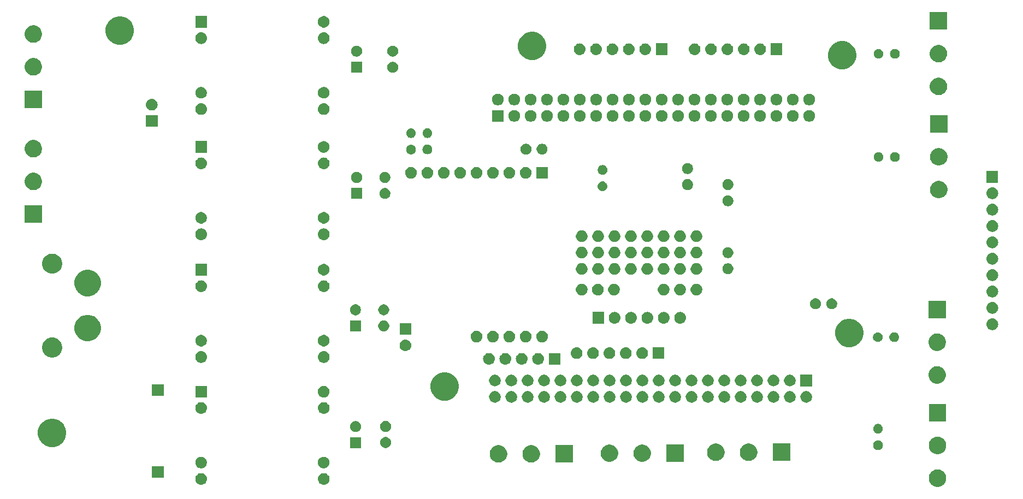
<source format=gbr>
G04 #@! TF.GenerationSoftware,KiCad,Pcbnew,(5.1.4-0-10_14)*
G04 #@! TF.CreationDate,2019-10-14T13:09:17-04:00*
G04 #@! TF.ProjectId,Robot,526f626f-742e-46b6-9963-61645f706362,rev?*
G04 #@! TF.SameCoordinates,Original*
G04 #@! TF.FileFunction,Soldermask,Bot*
G04 #@! TF.FilePolarity,Negative*
%FSLAX46Y46*%
G04 Gerber Fmt 4.6, Leading zero omitted, Abs format (unit mm)*
G04 Created by KiCad (PCBNEW (5.1.4-0-10_14)) date 2019-10-14 13:09:17*
%MOMM*%
%LPD*%
G04 APERTURE LIST*
%ADD10C,0.100000*%
G04 APERTURE END LIST*
D10*
G36*
X84544072Y-58710918D02*
G01*
X84789939Y-58812759D01*
X85011212Y-58960610D01*
X85199390Y-59148788D01*
X85347241Y-59370061D01*
X85449082Y-59615928D01*
X85501000Y-59876938D01*
X85501000Y-60143062D01*
X85449082Y-60404072D01*
X85347241Y-60649939D01*
X85199390Y-60871212D01*
X85011212Y-61059390D01*
X84789939Y-61207241D01*
X84789938Y-61207242D01*
X84789937Y-61207242D01*
X84544072Y-61309082D01*
X84283063Y-61361000D01*
X84016937Y-61361000D01*
X83755928Y-61309082D01*
X83510063Y-61207242D01*
X83510062Y-61207242D01*
X83510061Y-61207241D01*
X83288788Y-61059390D01*
X83100610Y-60871212D01*
X82952759Y-60649939D01*
X82850918Y-60404072D01*
X82799000Y-60143062D01*
X82799000Y-59876938D01*
X82850918Y-59615928D01*
X82952759Y-59370061D01*
X83100610Y-59148788D01*
X83288788Y-58960610D01*
X83510061Y-58812759D01*
X83755928Y-58710918D01*
X84016937Y-58659000D01*
X84283063Y-58659000D01*
X84544072Y-58710918D01*
X84544072Y-58710918D01*
G37*
G36*
X-10889557Y-59245519D02*
G01*
X-10823373Y-59252037D01*
X-10653534Y-59303557D01*
X-10497009Y-59387222D01*
X-10461271Y-59416552D01*
X-10359814Y-59499814D01*
X-10276552Y-59601271D01*
X-10247222Y-59637009D01*
X-10163557Y-59793534D01*
X-10112037Y-59963373D01*
X-10094641Y-60140000D01*
X-10112037Y-60316627D01*
X-10163557Y-60486466D01*
X-10247222Y-60642991D01*
X-10276552Y-60678729D01*
X-10359814Y-60780186D01*
X-10461271Y-60863448D01*
X-10497009Y-60892778D01*
X-10653534Y-60976443D01*
X-10823373Y-61027963D01*
X-10889557Y-61034481D01*
X-10955740Y-61041000D01*
X-11044260Y-61041000D01*
X-11110443Y-61034481D01*
X-11176627Y-61027963D01*
X-11346466Y-60976443D01*
X-11502991Y-60892778D01*
X-11538729Y-60863448D01*
X-11640186Y-60780186D01*
X-11723448Y-60678729D01*
X-11752778Y-60642991D01*
X-11836443Y-60486466D01*
X-11887963Y-60316627D01*
X-11905359Y-60140000D01*
X-11887963Y-59963373D01*
X-11836443Y-59793534D01*
X-11752778Y-59637009D01*
X-11723448Y-59601271D01*
X-11640186Y-59499814D01*
X-11538729Y-59416552D01*
X-11502991Y-59387222D01*
X-11346466Y-59303557D01*
X-11176627Y-59252037D01*
X-11110443Y-59245519D01*
X-11044260Y-59239000D01*
X-10955740Y-59239000D01*
X-10889557Y-59245519D01*
X-10889557Y-59245519D01*
G37*
G36*
X-29889557Y-59245519D02*
G01*
X-29823373Y-59252037D01*
X-29653534Y-59303557D01*
X-29497009Y-59387222D01*
X-29461271Y-59416552D01*
X-29359814Y-59499814D01*
X-29276552Y-59601271D01*
X-29247222Y-59637009D01*
X-29163557Y-59793534D01*
X-29112037Y-59963373D01*
X-29094641Y-60140000D01*
X-29112037Y-60316627D01*
X-29163557Y-60486466D01*
X-29247222Y-60642991D01*
X-29276552Y-60678729D01*
X-29359814Y-60780186D01*
X-29461271Y-60863448D01*
X-29497009Y-60892778D01*
X-29653534Y-60976443D01*
X-29823373Y-61027963D01*
X-29889557Y-61034481D01*
X-29955740Y-61041000D01*
X-30044260Y-61041000D01*
X-30110443Y-61034481D01*
X-30176627Y-61027963D01*
X-30346466Y-60976443D01*
X-30502991Y-60892778D01*
X-30538729Y-60863448D01*
X-30640186Y-60780186D01*
X-30723448Y-60678729D01*
X-30752778Y-60642991D01*
X-30836443Y-60486466D01*
X-30887963Y-60316627D01*
X-30905359Y-60140000D01*
X-30887963Y-59963373D01*
X-30836443Y-59793534D01*
X-30752778Y-59637009D01*
X-30723448Y-59601271D01*
X-30640186Y-59499814D01*
X-30538729Y-59416552D01*
X-30502991Y-59387222D01*
X-30346466Y-59303557D01*
X-30176627Y-59252037D01*
X-30110443Y-59245519D01*
X-30044260Y-59239000D01*
X-29955740Y-59239000D01*
X-29889557Y-59245519D01*
X-29889557Y-59245519D01*
G37*
G36*
X-35799000Y-59951000D02*
G01*
X-37601000Y-59951000D01*
X-37601000Y-58149000D01*
X-35799000Y-58149000D01*
X-35799000Y-59951000D01*
X-35799000Y-59951000D01*
G37*
G36*
X-10886488Y-56703927D02*
G01*
X-10737188Y-56733624D01*
X-10573216Y-56801544D01*
X-10425646Y-56900147D01*
X-10300147Y-57025646D01*
X-10201544Y-57173216D01*
X-10133624Y-57337188D01*
X-10103927Y-57486488D01*
X-10101040Y-57501000D01*
X-10099000Y-57511259D01*
X-10099000Y-57688741D01*
X-10133624Y-57862812D01*
X-10201544Y-58026784D01*
X-10300147Y-58174354D01*
X-10425646Y-58299853D01*
X-10573216Y-58398456D01*
X-10737188Y-58466376D01*
X-10886488Y-58496073D01*
X-10911258Y-58501000D01*
X-11088742Y-58501000D01*
X-11113512Y-58496073D01*
X-11262812Y-58466376D01*
X-11426784Y-58398456D01*
X-11574354Y-58299853D01*
X-11699853Y-58174354D01*
X-11798456Y-58026784D01*
X-11866376Y-57862812D01*
X-11901000Y-57688741D01*
X-11901000Y-57511259D01*
X-11898959Y-57501000D01*
X-11896073Y-57486488D01*
X-11866376Y-57337188D01*
X-11798456Y-57173216D01*
X-11699853Y-57025646D01*
X-11574354Y-56900147D01*
X-11426784Y-56801544D01*
X-11262812Y-56733624D01*
X-11113512Y-56703927D01*
X-11088742Y-56699000D01*
X-10911258Y-56699000D01*
X-10886488Y-56703927D01*
X-10886488Y-56703927D01*
G37*
G36*
X-29886488Y-56703927D02*
G01*
X-29737188Y-56733624D01*
X-29573216Y-56801544D01*
X-29425646Y-56900147D01*
X-29300147Y-57025646D01*
X-29201544Y-57173216D01*
X-29133624Y-57337188D01*
X-29103927Y-57486488D01*
X-29101040Y-57501000D01*
X-29099000Y-57511259D01*
X-29099000Y-57688741D01*
X-29133624Y-57862812D01*
X-29201544Y-58026784D01*
X-29300147Y-58174354D01*
X-29425646Y-58299853D01*
X-29573216Y-58398456D01*
X-29737188Y-58466376D01*
X-29886488Y-58496073D01*
X-29911258Y-58501000D01*
X-30088742Y-58501000D01*
X-30113512Y-58496073D01*
X-30262812Y-58466376D01*
X-30426784Y-58398456D01*
X-30574354Y-58299853D01*
X-30699853Y-58174354D01*
X-30798456Y-58026784D01*
X-30866376Y-57862812D01*
X-30901000Y-57688741D01*
X-30901000Y-57511259D01*
X-30898959Y-57501000D01*
X-30896073Y-57486488D01*
X-30866376Y-57337188D01*
X-30798456Y-57173216D01*
X-30699853Y-57025646D01*
X-30574354Y-56900147D01*
X-30426784Y-56801544D01*
X-30262812Y-56733624D01*
X-30113512Y-56703927D01*
X-30088742Y-56699000D01*
X-29911258Y-56699000D01*
X-29886488Y-56703927D01*
X-29886488Y-56703927D01*
G37*
G36*
X27601000Y-57601000D02*
G01*
X24899000Y-57601000D01*
X24899000Y-54899000D01*
X27601000Y-54899000D01*
X27601000Y-57601000D01*
X27601000Y-57601000D01*
G37*
G36*
X21564072Y-54950918D02*
G01*
X21789373Y-55044240D01*
X21809939Y-55052759D01*
X21905209Y-55116417D01*
X22031211Y-55200609D01*
X22219391Y-55388789D01*
X22247346Y-55430627D01*
X22356650Y-55594210D01*
X22367242Y-55610063D01*
X22469082Y-55855928D01*
X22521000Y-56116937D01*
X22521000Y-56383063D01*
X22469082Y-56644072D01*
X22379141Y-56861211D01*
X22367241Y-56889939D01*
X22292813Y-57001328D01*
X22219391Y-57111211D01*
X22031211Y-57299391D01*
X21959597Y-57347242D01*
X21809939Y-57447241D01*
X21809938Y-57447242D01*
X21809937Y-57447242D01*
X21564072Y-57549082D01*
X21303063Y-57601000D01*
X21036937Y-57601000D01*
X20775928Y-57549082D01*
X20530063Y-57447242D01*
X20530062Y-57447242D01*
X20530061Y-57447241D01*
X20380403Y-57347242D01*
X20308789Y-57299391D01*
X20120609Y-57111211D01*
X20047187Y-57001328D01*
X19972759Y-56889939D01*
X19960860Y-56861211D01*
X19870918Y-56644072D01*
X19819000Y-56383063D01*
X19819000Y-56116937D01*
X19870918Y-55855928D01*
X19972758Y-55610063D01*
X19983351Y-55594210D01*
X20092654Y-55430627D01*
X20120609Y-55388789D01*
X20308789Y-55200609D01*
X20434791Y-55116417D01*
X20530061Y-55052759D01*
X20550628Y-55044240D01*
X20775928Y-54950918D01*
X21036937Y-54899000D01*
X21303063Y-54899000D01*
X21564072Y-54950918D01*
X21564072Y-54950918D01*
G37*
G36*
X16484072Y-54950918D02*
G01*
X16709373Y-55044240D01*
X16729939Y-55052759D01*
X16825209Y-55116417D01*
X16951211Y-55200609D01*
X17139391Y-55388789D01*
X17167346Y-55430627D01*
X17276650Y-55594210D01*
X17287242Y-55610063D01*
X17389082Y-55855928D01*
X17441000Y-56116937D01*
X17441000Y-56383063D01*
X17389082Y-56644072D01*
X17299141Y-56861211D01*
X17287241Y-56889939D01*
X17212813Y-57001328D01*
X17139391Y-57111211D01*
X16951211Y-57299391D01*
X16879597Y-57347242D01*
X16729939Y-57447241D01*
X16729938Y-57447242D01*
X16729937Y-57447242D01*
X16484072Y-57549082D01*
X16223063Y-57601000D01*
X15956937Y-57601000D01*
X15695928Y-57549082D01*
X15450063Y-57447242D01*
X15450062Y-57447242D01*
X15450061Y-57447241D01*
X15300403Y-57347242D01*
X15228789Y-57299391D01*
X15040609Y-57111211D01*
X14967187Y-57001328D01*
X14892759Y-56889939D01*
X14880860Y-56861211D01*
X14790918Y-56644072D01*
X14739000Y-56383063D01*
X14739000Y-56116937D01*
X14790918Y-55855928D01*
X14892758Y-55610063D01*
X14903351Y-55594210D01*
X15012654Y-55430627D01*
X15040609Y-55388789D01*
X15228789Y-55200609D01*
X15354791Y-55116417D01*
X15450061Y-55052759D01*
X15470628Y-55044240D01*
X15695928Y-54950918D01*
X15956937Y-54899000D01*
X16223063Y-54899000D01*
X16484072Y-54950918D01*
X16484072Y-54950918D01*
G37*
G36*
X44801000Y-57501000D02*
G01*
X42099000Y-57501000D01*
X42099000Y-54799000D01*
X44801000Y-54799000D01*
X44801000Y-57501000D01*
X44801000Y-57501000D01*
G37*
G36*
X38764072Y-54850918D02*
G01*
X39005495Y-54950918D01*
X39009939Y-54952759D01*
X39121328Y-55027187D01*
X39231211Y-55100609D01*
X39419391Y-55288789D01*
X39467015Y-55360063D01*
X39514165Y-55430627D01*
X39567242Y-55510063D01*
X39669082Y-55755928D01*
X39713532Y-55979391D01*
X39721000Y-56016938D01*
X39721000Y-56283062D01*
X39669082Y-56544072D01*
X39567241Y-56789939D01*
X39419390Y-57011212D01*
X39231212Y-57199390D01*
X39009939Y-57347241D01*
X39009938Y-57347242D01*
X39009937Y-57347242D01*
X38764072Y-57449082D01*
X38503063Y-57501000D01*
X38236937Y-57501000D01*
X37975928Y-57449082D01*
X37730063Y-57347242D01*
X37730062Y-57347242D01*
X37730061Y-57347241D01*
X37508788Y-57199390D01*
X37320610Y-57011212D01*
X37172759Y-56789939D01*
X37070918Y-56544072D01*
X37019000Y-56283062D01*
X37019000Y-56016938D01*
X37026469Y-55979391D01*
X37070918Y-55755928D01*
X37172758Y-55510063D01*
X37225836Y-55430627D01*
X37272985Y-55360063D01*
X37320609Y-55288789D01*
X37508789Y-55100609D01*
X37618672Y-55027187D01*
X37730061Y-54952759D01*
X37734506Y-54950918D01*
X37975928Y-54850918D01*
X38236937Y-54799000D01*
X38503063Y-54799000D01*
X38764072Y-54850918D01*
X38764072Y-54850918D01*
G37*
G36*
X33684072Y-54850918D02*
G01*
X33925495Y-54950918D01*
X33929939Y-54952759D01*
X34041328Y-55027187D01*
X34151211Y-55100609D01*
X34339391Y-55288789D01*
X34387015Y-55360063D01*
X34434165Y-55430627D01*
X34487242Y-55510063D01*
X34589082Y-55755928D01*
X34633532Y-55979391D01*
X34641000Y-56016938D01*
X34641000Y-56283062D01*
X34589082Y-56544072D01*
X34487241Y-56789939D01*
X34339390Y-57011212D01*
X34151212Y-57199390D01*
X33929939Y-57347241D01*
X33929938Y-57347242D01*
X33929937Y-57347242D01*
X33684072Y-57449082D01*
X33423063Y-57501000D01*
X33156937Y-57501000D01*
X32895928Y-57449082D01*
X32650063Y-57347242D01*
X32650062Y-57347242D01*
X32650061Y-57347241D01*
X32428788Y-57199390D01*
X32240610Y-57011212D01*
X32092759Y-56789939D01*
X31990918Y-56544072D01*
X31939000Y-56283062D01*
X31939000Y-56016938D01*
X31946469Y-55979391D01*
X31990918Y-55755928D01*
X32092758Y-55510063D01*
X32145836Y-55430627D01*
X32192985Y-55360063D01*
X32240609Y-55288789D01*
X32428789Y-55100609D01*
X32538672Y-55027187D01*
X32650061Y-54952759D01*
X32654506Y-54950918D01*
X32895928Y-54850918D01*
X33156937Y-54799000D01*
X33423063Y-54799000D01*
X33684072Y-54850918D01*
X33684072Y-54850918D01*
G37*
G36*
X55264072Y-54700918D02*
G01*
X55495884Y-54796937D01*
X55509939Y-54802759D01*
X55582013Y-54850918D01*
X55731211Y-54950609D01*
X55919391Y-55138789D01*
X55960959Y-55201000D01*
X56037981Y-55316270D01*
X56067242Y-55360063D01*
X56169082Y-55605928D01*
X56221000Y-55866937D01*
X56221000Y-56133063D01*
X56191573Y-56281000D01*
X56169082Y-56394072D01*
X56067241Y-56639939D01*
X55992813Y-56751328D01*
X55967014Y-56789939D01*
X55919390Y-56861212D01*
X55731212Y-57049390D01*
X55509939Y-57197241D01*
X55509938Y-57197242D01*
X55509937Y-57197242D01*
X55264072Y-57299082D01*
X55003063Y-57351000D01*
X54736937Y-57351000D01*
X54475928Y-57299082D01*
X54230063Y-57197242D01*
X54230062Y-57197242D01*
X54230061Y-57197241D01*
X54008788Y-57049390D01*
X53820610Y-56861212D01*
X53772987Y-56789939D01*
X53747187Y-56751328D01*
X53672759Y-56639939D01*
X53570918Y-56394072D01*
X53548427Y-56281000D01*
X53519000Y-56133063D01*
X53519000Y-55866937D01*
X53570918Y-55605928D01*
X53672758Y-55360063D01*
X53702020Y-55316270D01*
X53779041Y-55201000D01*
X53820609Y-55138789D01*
X54008789Y-54950609D01*
X54157987Y-54850918D01*
X54230061Y-54802759D01*
X54244117Y-54796937D01*
X54475928Y-54700918D01*
X54736937Y-54649000D01*
X55003063Y-54649000D01*
X55264072Y-54700918D01*
X55264072Y-54700918D01*
G37*
G36*
X50184072Y-54700918D02*
G01*
X50415884Y-54796937D01*
X50429939Y-54802759D01*
X50502013Y-54850918D01*
X50651211Y-54950609D01*
X50839391Y-55138789D01*
X50880959Y-55201000D01*
X50957981Y-55316270D01*
X50987242Y-55360063D01*
X51089082Y-55605928D01*
X51141000Y-55866937D01*
X51141000Y-56133063D01*
X51111573Y-56281000D01*
X51089082Y-56394072D01*
X50987241Y-56639939D01*
X50912813Y-56751328D01*
X50887014Y-56789939D01*
X50839390Y-56861212D01*
X50651212Y-57049390D01*
X50429939Y-57197241D01*
X50429938Y-57197242D01*
X50429937Y-57197242D01*
X50184072Y-57299082D01*
X49923063Y-57351000D01*
X49656937Y-57351000D01*
X49395928Y-57299082D01*
X49150063Y-57197242D01*
X49150062Y-57197242D01*
X49150061Y-57197241D01*
X48928788Y-57049390D01*
X48740610Y-56861212D01*
X48692987Y-56789939D01*
X48667187Y-56751328D01*
X48592759Y-56639939D01*
X48490918Y-56394072D01*
X48468427Y-56281000D01*
X48439000Y-56133063D01*
X48439000Y-55866937D01*
X48490918Y-55605928D01*
X48592758Y-55360063D01*
X48622020Y-55316270D01*
X48699041Y-55201000D01*
X48740609Y-55138789D01*
X48928789Y-54950609D01*
X49077987Y-54850918D01*
X49150061Y-54802759D01*
X49164117Y-54796937D01*
X49395928Y-54700918D01*
X49656937Y-54649000D01*
X49923063Y-54649000D01*
X50184072Y-54700918D01*
X50184072Y-54700918D01*
G37*
G36*
X61301000Y-57351000D02*
G01*
X58599000Y-57351000D01*
X58599000Y-54649000D01*
X61301000Y-54649000D01*
X61301000Y-57351000D01*
X61301000Y-57351000D01*
G37*
G36*
X84544072Y-53630918D02*
G01*
X84650931Y-53675180D01*
X84789939Y-53732759D01*
X85011212Y-53880610D01*
X85199390Y-54068788D01*
X85333547Y-54269566D01*
X85347242Y-54290063D01*
X85449082Y-54535928D01*
X85501000Y-54796937D01*
X85501000Y-55063063D01*
X85449082Y-55324072D01*
X85422276Y-55388789D01*
X85347241Y-55569939D01*
X85272813Y-55681328D01*
X85199391Y-55791211D01*
X85011211Y-55979391D01*
X84955018Y-56016938D01*
X84789939Y-56127241D01*
X84789938Y-56127242D01*
X84789937Y-56127242D01*
X84544072Y-56229082D01*
X84283063Y-56281000D01*
X84016937Y-56281000D01*
X83755928Y-56229082D01*
X83510063Y-56127242D01*
X83510062Y-56127242D01*
X83510061Y-56127241D01*
X83344982Y-56016938D01*
X83288789Y-55979391D01*
X83100609Y-55791211D01*
X83027187Y-55681328D01*
X82952759Y-55569939D01*
X82877725Y-55388789D01*
X82850918Y-55324072D01*
X82799000Y-55063063D01*
X82799000Y-54796937D01*
X82850918Y-54535928D01*
X82952758Y-54290063D01*
X82966454Y-54269566D01*
X83100610Y-54068788D01*
X83288788Y-53880610D01*
X83510061Y-53732759D01*
X83649070Y-53675180D01*
X83755928Y-53630918D01*
X84016937Y-53579000D01*
X84283063Y-53579000D01*
X84544072Y-53630918D01*
X84544072Y-53630918D01*
G37*
G36*
X75006205Y-54149642D02*
G01*
X75079762Y-54156887D01*
X75221326Y-54199830D01*
X75351792Y-54269566D01*
X75376765Y-54290061D01*
X75466147Y-54363413D01*
X75535548Y-54447980D01*
X75559994Y-54477768D01*
X75629730Y-54608234D01*
X75672673Y-54749798D01*
X75687173Y-54897020D01*
X75672673Y-55044242D01*
X75629730Y-55185806D01*
X75559994Y-55316272D01*
X75535548Y-55346060D01*
X75466147Y-55430627D01*
X75381580Y-55500028D01*
X75351792Y-55524474D01*
X75221326Y-55594210D01*
X75079762Y-55637153D01*
X75006205Y-55644398D01*
X74969428Y-55648020D01*
X74895652Y-55648020D01*
X74858875Y-55644398D01*
X74785318Y-55637153D01*
X74643754Y-55594210D01*
X74513288Y-55524474D01*
X74483500Y-55500028D01*
X74398933Y-55430627D01*
X74329532Y-55346060D01*
X74305086Y-55316272D01*
X74235350Y-55185806D01*
X74192407Y-55044242D01*
X74177907Y-54897020D01*
X74192407Y-54749798D01*
X74235350Y-54608234D01*
X74305086Y-54477768D01*
X74329532Y-54447980D01*
X74398933Y-54363413D01*
X74488315Y-54290061D01*
X74513288Y-54269566D01*
X74643754Y-54199830D01*
X74785318Y-54156887D01*
X74858875Y-54149642D01*
X74895652Y-54146020D01*
X74969428Y-54146020D01*
X75006205Y-54149642D01*
X75006205Y-54149642D01*
G37*
G36*
X-5199280Y-55377180D02*
G01*
X-6901280Y-55377180D01*
X-6901280Y-53675180D01*
X-5199280Y-53675180D01*
X-5199280Y-55377180D01*
X-5199280Y-55377180D01*
G37*
G36*
X-1153852Y-53677403D02*
G01*
X-998980Y-53741553D01*
X-859599Y-53834685D01*
X-741065Y-53953219D01*
X-647933Y-54092600D01*
X-583783Y-54247472D01*
X-551080Y-54411884D01*
X-551080Y-54579516D01*
X-583783Y-54743928D01*
X-647933Y-54898800D01*
X-741065Y-55038181D01*
X-859599Y-55156715D01*
X-998980Y-55249847D01*
X-1153852Y-55313997D01*
X-1318264Y-55346700D01*
X-1485896Y-55346700D01*
X-1650308Y-55313997D01*
X-1805180Y-55249847D01*
X-1944561Y-55156715D01*
X-2063095Y-55038181D01*
X-2156227Y-54898800D01*
X-2220377Y-54743928D01*
X-2253080Y-54579516D01*
X-2253080Y-54411884D01*
X-2220377Y-54247472D01*
X-2156227Y-54092600D01*
X-2063095Y-53953219D01*
X-1944561Y-53834685D01*
X-1805180Y-53741553D01*
X-1650308Y-53677403D01*
X-1485896Y-53644700D01*
X-1318264Y-53644700D01*
X-1153852Y-53677403D01*
X-1153852Y-53677403D01*
G37*
G36*
X-52457993Y-50883582D02*
G01*
X-52057437Y-51049498D01*
X-52057435Y-51049499D01*
X-51696944Y-51290371D01*
X-51390371Y-51596944D01*
X-51149499Y-51957435D01*
X-51149498Y-51957437D01*
X-50983582Y-52357993D01*
X-50899000Y-52783219D01*
X-50899000Y-53216781D01*
X-50983582Y-53642007D01*
X-51112491Y-53953220D01*
X-51149499Y-54042565D01*
X-51390371Y-54403056D01*
X-51696944Y-54709629D01*
X-52057435Y-54950501D01*
X-52057436Y-54950502D01*
X-52057437Y-54950502D01*
X-52457993Y-55116418D01*
X-52883219Y-55201000D01*
X-53316781Y-55201000D01*
X-53742007Y-55116418D01*
X-54142563Y-54950502D01*
X-54142564Y-54950502D01*
X-54142565Y-54950501D01*
X-54503056Y-54709629D01*
X-54809629Y-54403056D01*
X-55050501Y-54042565D01*
X-55087509Y-53953220D01*
X-55216418Y-53642007D01*
X-55301000Y-53216781D01*
X-55301000Y-52783219D01*
X-55216418Y-52357993D01*
X-55050502Y-51957437D01*
X-55050501Y-51957435D01*
X-54809629Y-51596944D01*
X-54503056Y-51290371D01*
X-54142565Y-51049499D01*
X-54142563Y-51049498D01*
X-53742007Y-50883582D01*
X-53316781Y-50799000D01*
X-52883219Y-50799000D01*
X-52457993Y-50883582D01*
X-52457993Y-50883582D01*
G37*
G36*
X75151599Y-51634880D02*
G01*
X75288272Y-51691492D01*
X75411275Y-51773680D01*
X75515880Y-51878285D01*
X75598068Y-52001288D01*
X75598069Y-52001290D01*
X75654680Y-52137961D01*
X75681821Y-52274408D01*
X75683540Y-52283053D01*
X75683540Y-52430987D01*
X75654680Y-52576079D01*
X75598068Y-52712752D01*
X75515880Y-52835755D01*
X75411275Y-52940360D01*
X75288272Y-53022548D01*
X75288271Y-53022549D01*
X75288270Y-53022549D01*
X75151599Y-53079160D01*
X75006508Y-53108020D01*
X74858572Y-53108020D01*
X74713481Y-53079160D01*
X74576810Y-53022549D01*
X74576809Y-53022549D01*
X74576808Y-53022548D01*
X74453805Y-52940360D01*
X74349200Y-52835755D01*
X74267012Y-52712752D01*
X74210400Y-52576079D01*
X74181540Y-52430987D01*
X74181540Y-52283053D01*
X74183260Y-52274408D01*
X74210400Y-52137961D01*
X74267011Y-52001290D01*
X74267012Y-52001288D01*
X74349200Y-51878285D01*
X74453805Y-51773680D01*
X74576808Y-51691492D01*
X74713481Y-51634880D01*
X74858572Y-51606020D01*
X75006508Y-51606020D01*
X75151599Y-51634880D01*
X75151599Y-51634880D01*
G37*
G36*
X-5802052Y-51207883D02*
G01*
X-5647180Y-51272033D01*
X-5507799Y-51365165D01*
X-5389265Y-51483699D01*
X-5296133Y-51623080D01*
X-5231983Y-51777952D01*
X-5199280Y-51942364D01*
X-5199280Y-52109996D01*
X-5231983Y-52274408D01*
X-5296133Y-52429280D01*
X-5389265Y-52568661D01*
X-5507799Y-52687195D01*
X-5647180Y-52780327D01*
X-5802052Y-52844477D01*
X-5966464Y-52877180D01*
X-6134096Y-52877180D01*
X-6298508Y-52844477D01*
X-6453380Y-52780327D01*
X-6592761Y-52687195D01*
X-6711295Y-52568661D01*
X-6804427Y-52429280D01*
X-6868577Y-52274408D01*
X-6901280Y-52109996D01*
X-6901280Y-51942364D01*
X-6868577Y-51777952D01*
X-6804427Y-51623080D01*
X-6711295Y-51483699D01*
X-6592761Y-51365165D01*
X-6453380Y-51272033D01*
X-6298508Y-51207883D01*
X-6134096Y-51175180D01*
X-5966464Y-51175180D01*
X-5802052Y-51207883D01*
X-5802052Y-51207883D01*
G37*
G36*
X-1153852Y-51177403D02*
G01*
X-998980Y-51241553D01*
X-859599Y-51334685D01*
X-741065Y-51453219D01*
X-647933Y-51592600D01*
X-583783Y-51747472D01*
X-551080Y-51911884D01*
X-551080Y-52079516D01*
X-583783Y-52243928D01*
X-647933Y-52398800D01*
X-741065Y-52538181D01*
X-859599Y-52656715D01*
X-998980Y-52749847D01*
X-1153852Y-52813997D01*
X-1318264Y-52846700D01*
X-1485896Y-52846700D01*
X-1650308Y-52813997D01*
X-1805180Y-52749847D01*
X-1944561Y-52656715D01*
X-2063095Y-52538181D01*
X-2156227Y-52398800D01*
X-2220377Y-52243928D01*
X-2253080Y-52079516D01*
X-2253080Y-51911884D01*
X-2220377Y-51747472D01*
X-2156227Y-51592600D01*
X-2063095Y-51453219D01*
X-1944561Y-51334685D01*
X-1805180Y-51241553D01*
X-1650308Y-51177403D01*
X-1485896Y-51144700D01*
X-1318264Y-51144700D01*
X-1153852Y-51177403D01*
X-1153852Y-51177403D01*
G37*
G36*
X85501000Y-51201000D02*
G01*
X82799000Y-51201000D01*
X82799000Y-48499000D01*
X85501000Y-48499000D01*
X85501000Y-51201000D01*
X85501000Y-51201000D01*
G37*
G36*
X-10889557Y-48245519D02*
G01*
X-10823373Y-48252037D01*
X-10653534Y-48303557D01*
X-10497009Y-48387222D01*
X-10461271Y-48416552D01*
X-10359814Y-48499814D01*
X-10276552Y-48601271D01*
X-10247222Y-48637009D01*
X-10163557Y-48793534D01*
X-10112037Y-48963373D01*
X-10094641Y-49140000D01*
X-10112037Y-49316627D01*
X-10163557Y-49486466D01*
X-10247222Y-49642991D01*
X-10276552Y-49678729D01*
X-10359814Y-49780186D01*
X-10461271Y-49863448D01*
X-10497009Y-49892778D01*
X-10653534Y-49976443D01*
X-10823373Y-50027963D01*
X-10889558Y-50034482D01*
X-10955740Y-50041000D01*
X-11044260Y-50041000D01*
X-11110442Y-50034482D01*
X-11176627Y-50027963D01*
X-11346466Y-49976443D01*
X-11502991Y-49892778D01*
X-11538729Y-49863448D01*
X-11640186Y-49780186D01*
X-11723448Y-49678729D01*
X-11752778Y-49642991D01*
X-11836443Y-49486466D01*
X-11887963Y-49316627D01*
X-11905359Y-49140000D01*
X-11887963Y-48963373D01*
X-11836443Y-48793534D01*
X-11752778Y-48637009D01*
X-11723448Y-48601271D01*
X-11640186Y-48499814D01*
X-11538729Y-48416552D01*
X-11502991Y-48387222D01*
X-11346466Y-48303557D01*
X-11176627Y-48252037D01*
X-11110443Y-48245519D01*
X-11044260Y-48239000D01*
X-10955740Y-48239000D01*
X-10889557Y-48245519D01*
X-10889557Y-48245519D01*
G37*
G36*
X-29889557Y-48245519D02*
G01*
X-29823373Y-48252037D01*
X-29653534Y-48303557D01*
X-29497009Y-48387222D01*
X-29461271Y-48416552D01*
X-29359814Y-48499814D01*
X-29276552Y-48601271D01*
X-29247222Y-48637009D01*
X-29163557Y-48793534D01*
X-29112037Y-48963373D01*
X-29094641Y-49140000D01*
X-29112037Y-49316627D01*
X-29163557Y-49486466D01*
X-29247222Y-49642991D01*
X-29276552Y-49678729D01*
X-29359814Y-49780186D01*
X-29461271Y-49863448D01*
X-29497009Y-49892778D01*
X-29653534Y-49976443D01*
X-29823373Y-50027963D01*
X-29889558Y-50034482D01*
X-29955740Y-50041000D01*
X-30044260Y-50041000D01*
X-30110442Y-50034482D01*
X-30176627Y-50027963D01*
X-30346466Y-49976443D01*
X-30502991Y-49892778D01*
X-30538729Y-49863448D01*
X-30640186Y-49780186D01*
X-30723448Y-49678729D01*
X-30752778Y-49642991D01*
X-30836443Y-49486466D01*
X-30887963Y-49316627D01*
X-30905359Y-49140000D01*
X-30887963Y-48963373D01*
X-30836443Y-48793534D01*
X-30752778Y-48637009D01*
X-30723448Y-48601271D01*
X-30640186Y-48499814D01*
X-30538729Y-48416552D01*
X-30502991Y-48387222D01*
X-30346466Y-48303557D01*
X-30176627Y-48252037D01*
X-30110443Y-48245519D01*
X-30044260Y-48239000D01*
X-29955740Y-48239000D01*
X-29889557Y-48245519D01*
X-29889557Y-48245519D01*
G37*
G36*
X30893512Y-46513927D02*
G01*
X31042812Y-46543624D01*
X31206784Y-46611544D01*
X31354354Y-46710147D01*
X31479853Y-46835646D01*
X31578456Y-46983216D01*
X31646376Y-47147188D01*
X31658248Y-47206876D01*
X31681000Y-47321258D01*
X31681000Y-47498742D01*
X31676073Y-47523512D01*
X31646376Y-47672812D01*
X31578456Y-47836784D01*
X31479853Y-47984354D01*
X31354354Y-48109853D01*
X31206784Y-48208456D01*
X31042812Y-48276376D01*
X30906160Y-48303557D01*
X30868742Y-48311000D01*
X30691258Y-48311000D01*
X30653840Y-48303557D01*
X30517188Y-48276376D01*
X30353216Y-48208456D01*
X30205646Y-48109853D01*
X30080147Y-47984354D01*
X29981544Y-47836784D01*
X29913624Y-47672812D01*
X29883927Y-47523512D01*
X29879000Y-47498742D01*
X29879000Y-47321258D01*
X29901752Y-47206876D01*
X29913624Y-47147188D01*
X29981544Y-46983216D01*
X30080147Y-46835646D01*
X30205646Y-46710147D01*
X30353216Y-46611544D01*
X30517188Y-46543624D01*
X30666488Y-46513927D01*
X30691258Y-46509000D01*
X30868742Y-46509000D01*
X30893512Y-46513927D01*
X30893512Y-46513927D01*
G37*
G36*
X63913512Y-46513927D02*
G01*
X64062812Y-46543624D01*
X64226784Y-46611544D01*
X64374354Y-46710147D01*
X64499853Y-46835646D01*
X64598456Y-46983216D01*
X64666376Y-47147188D01*
X64678248Y-47206876D01*
X64701000Y-47321258D01*
X64701000Y-47498742D01*
X64696073Y-47523512D01*
X64666376Y-47672812D01*
X64598456Y-47836784D01*
X64499853Y-47984354D01*
X64374354Y-48109853D01*
X64226784Y-48208456D01*
X64062812Y-48276376D01*
X63926160Y-48303557D01*
X63888742Y-48311000D01*
X63711258Y-48311000D01*
X63673840Y-48303557D01*
X63537188Y-48276376D01*
X63373216Y-48208456D01*
X63225646Y-48109853D01*
X63100147Y-47984354D01*
X63001544Y-47836784D01*
X62933624Y-47672812D01*
X62903927Y-47523512D01*
X62899000Y-47498742D01*
X62899000Y-47321258D01*
X62921752Y-47206876D01*
X62933624Y-47147188D01*
X63001544Y-46983216D01*
X63100147Y-46835646D01*
X63225646Y-46710147D01*
X63373216Y-46611544D01*
X63537188Y-46543624D01*
X63686488Y-46513927D01*
X63711258Y-46509000D01*
X63888742Y-46509000D01*
X63913512Y-46513927D01*
X63913512Y-46513927D01*
G37*
G36*
X35973512Y-46513927D02*
G01*
X36122812Y-46543624D01*
X36286784Y-46611544D01*
X36434354Y-46710147D01*
X36559853Y-46835646D01*
X36658456Y-46983216D01*
X36726376Y-47147188D01*
X36738248Y-47206876D01*
X36761000Y-47321258D01*
X36761000Y-47498742D01*
X36756073Y-47523512D01*
X36726376Y-47672812D01*
X36658456Y-47836784D01*
X36559853Y-47984354D01*
X36434354Y-48109853D01*
X36286784Y-48208456D01*
X36122812Y-48276376D01*
X35986160Y-48303557D01*
X35948742Y-48311000D01*
X35771258Y-48311000D01*
X35733840Y-48303557D01*
X35597188Y-48276376D01*
X35433216Y-48208456D01*
X35285646Y-48109853D01*
X35160147Y-47984354D01*
X35061544Y-47836784D01*
X34993624Y-47672812D01*
X34963927Y-47523512D01*
X34959000Y-47498742D01*
X34959000Y-47321258D01*
X34981752Y-47206876D01*
X34993624Y-47147188D01*
X35061544Y-46983216D01*
X35160147Y-46835646D01*
X35285646Y-46710147D01*
X35433216Y-46611544D01*
X35597188Y-46543624D01*
X35746488Y-46513927D01*
X35771258Y-46509000D01*
X35948742Y-46509000D01*
X35973512Y-46513927D01*
X35973512Y-46513927D01*
G37*
G36*
X28353512Y-46513927D02*
G01*
X28502812Y-46543624D01*
X28666784Y-46611544D01*
X28814354Y-46710147D01*
X28939853Y-46835646D01*
X29038456Y-46983216D01*
X29106376Y-47147188D01*
X29118248Y-47206876D01*
X29141000Y-47321258D01*
X29141000Y-47498742D01*
X29136073Y-47523512D01*
X29106376Y-47672812D01*
X29038456Y-47836784D01*
X28939853Y-47984354D01*
X28814354Y-48109853D01*
X28666784Y-48208456D01*
X28502812Y-48276376D01*
X28366160Y-48303557D01*
X28328742Y-48311000D01*
X28151258Y-48311000D01*
X28113840Y-48303557D01*
X27977188Y-48276376D01*
X27813216Y-48208456D01*
X27665646Y-48109853D01*
X27540147Y-47984354D01*
X27441544Y-47836784D01*
X27373624Y-47672812D01*
X27343927Y-47523512D01*
X27339000Y-47498742D01*
X27339000Y-47321258D01*
X27361752Y-47206876D01*
X27373624Y-47147188D01*
X27441544Y-46983216D01*
X27540147Y-46835646D01*
X27665646Y-46710147D01*
X27813216Y-46611544D01*
X27977188Y-46543624D01*
X28126488Y-46513927D01*
X28151258Y-46509000D01*
X28328742Y-46509000D01*
X28353512Y-46513927D01*
X28353512Y-46513927D01*
G37*
G36*
X38513512Y-46513927D02*
G01*
X38662812Y-46543624D01*
X38826784Y-46611544D01*
X38974354Y-46710147D01*
X39099853Y-46835646D01*
X39198456Y-46983216D01*
X39266376Y-47147188D01*
X39278248Y-47206876D01*
X39301000Y-47321258D01*
X39301000Y-47498742D01*
X39296073Y-47523512D01*
X39266376Y-47672812D01*
X39198456Y-47836784D01*
X39099853Y-47984354D01*
X38974354Y-48109853D01*
X38826784Y-48208456D01*
X38662812Y-48276376D01*
X38526160Y-48303557D01*
X38488742Y-48311000D01*
X38311258Y-48311000D01*
X38273840Y-48303557D01*
X38137188Y-48276376D01*
X37973216Y-48208456D01*
X37825646Y-48109853D01*
X37700147Y-47984354D01*
X37601544Y-47836784D01*
X37533624Y-47672812D01*
X37503927Y-47523512D01*
X37499000Y-47498742D01*
X37499000Y-47321258D01*
X37521752Y-47206876D01*
X37533624Y-47147188D01*
X37601544Y-46983216D01*
X37700147Y-46835646D01*
X37825646Y-46710147D01*
X37973216Y-46611544D01*
X38137188Y-46543624D01*
X38286488Y-46513927D01*
X38311258Y-46509000D01*
X38488742Y-46509000D01*
X38513512Y-46513927D01*
X38513512Y-46513927D01*
G37*
G36*
X25813512Y-46513927D02*
G01*
X25962812Y-46543624D01*
X26126784Y-46611544D01*
X26274354Y-46710147D01*
X26399853Y-46835646D01*
X26498456Y-46983216D01*
X26566376Y-47147188D01*
X26578248Y-47206876D01*
X26601000Y-47321258D01*
X26601000Y-47498742D01*
X26596073Y-47523512D01*
X26566376Y-47672812D01*
X26498456Y-47836784D01*
X26399853Y-47984354D01*
X26274354Y-48109853D01*
X26126784Y-48208456D01*
X25962812Y-48276376D01*
X25826160Y-48303557D01*
X25788742Y-48311000D01*
X25611258Y-48311000D01*
X25573840Y-48303557D01*
X25437188Y-48276376D01*
X25273216Y-48208456D01*
X25125646Y-48109853D01*
X25000147Y-47984354D01*
X24901544Y-47836784D01*
X24833624Y-47672812D01*
X24803927Y-47523512D01*
X24799000Y-47498742D01*
X24799000Y-47321258D01*
X24821752Y-47206876D01*
X24833624Y-47147188D01*
X24901544Y-46983216D01*
X25000147Y-46835646D01*
X25125646Y-46710147D01*
X25273216Y-46611544D01*
X25437188Y-46543624D01*
X25586488Y-46513927D01*
X25611258Y-46509000D01*
X25788742Y-46509000D01*
X25813512Y-46513927D01*
X25813512Y-46513927D01*
G37*
G36*
X23273512Y-46513927D02*
G01*
X23422812Y-46543624D01*
X23586784Y-46611544D01*
X23734354Y-46710147D01*
X23859853Y-46835646D01*
X23958456Y-46983216D01*
X24026376Y-47147188D01*
X24038248Y-47206876D01*
X24061000Y-47321258D01*
X24061000Y-47498742D01*
X24056073Y-47523512D01*
X24026376Y-47672812D01*
X23958456Y-47836784D01*
X23859853Y-47984354D01*
X23734354Y-48109853D01*
X23586784Y-48208456D01*
X23422812Y-48276376D01*
X23286160Y-48303557D01*
X23248742Y-48311000D01*
X23071258Y-48311000D01*
X23033840Y-48303557D01*
X22897188Y-48276376D01*
X22733216Y-48208456D01*
X22585646Y-48109853D01*
X22460147Y-47984354D01*
X22361544Y-47836784D01*
X22293624Y-47672812D01*
X22263927Y-47523512D01*
X22259000Y-47498742D01*
X22259000Y-47321258D01*
X22281752Y-47206876D01*
X22293624Y-47147188D01*
X22361544Y-46983216D01*
X22460147Y-46835646D01*
X22585646Y-46710147D01*
X22733216Y-46611544D01*
X22897188Y-46543624D01*
X23046488Y-46513927D01*
X23071258Y-46509000D01*
X23248742Y-46509000D01*
X23273512Y-46513927D01*
X23273512Y-46513927D01*
G37*
G36*
X20733512Y-46513927D02*
G01*
X20882812Y-46543624D01*
X21046784Y-46611544D01*
X21194354Y-46710147D01*
X21319853Y-46835646D01*
X21418456Y-46983216D01*
X21486376Y-47147188D01*
X21498248Y-47206876D01*
X21521000Y-47321258D01*
X21521000Y-47498742D01*
X21516073Y-47523512D01*
X21486376Y-47672812D01*
X21418456Y-47836784D01*
X21319853Y-47984354D01*
X21194354Y-48109853D01*
X21046784Y-48208456D01*
X20882812Y-48276376D01*
X20746160Y-48303557D01*
X20708742Y-48311000D01*
X20531258Y-48311000D01*
X20493840Y-48303557D01*
X20357188Y-48276376D01*
X20193216Y-48208456D01*
X20045646Y-48109853D01*
X19920147Y-47984354D01*
X19821544Y-47836784D01*
X19753624Y-47672812D01*
X19723927Y-47523512D01*
X19719000Y-47498742D01*
X19719000Y-47321258D01*
X19741752Y-47206876D01*
X19753624Y-47147188D01*
X19821544Y-46983216D01*
X19920147Y-46835646D01*
X20045646Y-46710147D01*
X20193216Y-46611544D01*
X20357188Y-46543624D01*
X20506488Y-46513927D01*
X20531258Y-46509000D01*
X20708742Y-46509000D01*
X20733512Y-46513927D01*
X20733512Y-46513927D01*
G37*
G36*
X18193512Y-46513927D02*
G01*
X18342812Y-46543624D01*
X18506784Y-46611544D01*
X18654354Y-46710147D01*
X18779853Y-46835646D01*
X18878456Y-46983216D01*
X18946376Y-47147188D01*
X18958248Y-47206876D01*
X18981000Y-47321258D01*
X18981000Y-47498742D01*
X18976073Y-47523512D01*
X18946376Y-47672812D01*
X18878456Y-47836784D01*
X18779853Y-47984354D01*
X18654354Y-48109853D01*
X18506784Y-48208456D01*
X18342812Y-48276376D01*
X18206160Y-48303557D01*
X18168742Y-48311000D01*
X17991258Y-48311000D01*
X17953840Y-48303557D01*
X17817188Y-48276376D01*
X17653216Y-48208456D01*
X17505646Y-48109853D01*
X17380147Y-47984354D01*
X17281544Y-47836784D01*
X17213624Y-47672812D01*
X17183927Y-47523512D01*
X17179000Y-47498742D01*
X17179000Y-47321258D01*
X17201752Y-47206876D01*
X17213624Y-47147188D01*
X17281544Y-46983216D01*
X17380147Y-46835646D01*
X17505646Y-46710147D01*
X17653216Y-46611544D01*
X17817188Y-46543624D01*
X17966488Y-46513927D01*
X17991258Y-46509000D01*
X18168742Y-46509000D01*
X18193512Y-46513927D01*
X18193512Y-46513927D01*
G37*
G36*
X15653512Y-46513927D02*
G01*
X15802812Y-46543624D01*
X15966784Y-46611544D01*
X16114354Y-46710147D01*
X16239853Y-46835646D01*
X16338456Y-46983216D01*
X16406376Y-47147188D01*
X16418248Y-47206876D01*
X16441000Y-47321258D01*
X16441000Y-47498742D01*
X16436073Y-47523512D01*
X16406376Y-47672812D01*
X16338456Y-47836784D01*
X16239853Y-47984354D01*
X16114354Y-48109853D01*
X15966784Y-48208456D01*
X15802812Y-48276376D01*
X15666160Y-48303557D01*
X15628742Y-48311000D01*
X15451258Y-48311000D01*
X15413840Y-48303557D01*
X15277188Y-48276376D01*
X15113216Y-48208456D01*
X14965646Y-48109853D01*
X14840147Y-47984354D01*
X14741544Y-47836784D01*
X14673624Y-47672812D01*
X14643927Y-47523512D01*
X14639000Y-47498742D01*
X14639000Y-47321258D01*
X14661752Y-47206876D01*
X14673624Y-47147188D01*
X14741544Y-46983216D01*
X14840147Y-46835646D01*
X14965646Y-46710147D01*
X15113216Y-46611544D01*
X15277188Y-46543624D01*
X15426488Y-46513927D01*
X15451258Y-46509000D01*
X15628742Y-46509000D01*
X15653512Y-46513927D01*
X15653512Y-46513927D01*
G37*
G36*
X41053512Y-46513927D02*
G01*
X41202812Y-46543624D01*
X41366784Y-46611544D01*
X41514354Y-46710147D01*
X41639853Y-46835646D01*
X41738456Y-46983216D01*
X41806376Y-47147188D01*
X41818248Y-47206876D01*
X41841000Y-47321258D01*
X41841000Y-47498742D01*
X41836073Y-47523512D01*
X41806376Y-47672812D01*
X41738456Y-47836784D01*
X41639853Y-47984354D01*
X41514354Y-48109853D01*
X41366784Y-48208456D01*
X41202812Y-48276376D01*
X41066160Y-48303557D01*
X41028742Y-48311000D01*
X40851258Y-48311000D01*
X40813840Y-48303557D01*
X40677188Y-48276376D01*
X40513216Y-48208456D01*
X40365646Y-48109853D01*
X40240147Y-47984354D01*
X40141544Y-47836784D01*
X40073624Y-47672812D01*
X40043927Y-47523512D01*
X40039000Y-47498742D01*
X40039000Y-47321258D01*
X40061752Y-47206876D01*
X40073624Y-47147188D01*
X40141544Y-46983216D01*
X40240147Y-46835646D01*
X40365646Y-46710147D01*
X40513216Y-46611544D01*
X40677188Y-46543624D01*
X40826488Y-46513927D01*
X40851258Y-46509000D01*
X41028742Y-46509000D01*
X41053512Y-46513927D01*
X41053512Y-46513927D01*
G37*
G36*
X33433512Y-46513927D02*
G01*
X33582812Y-46543624D01*
X33746784Y-46611544D01*
X33894354Y-46710147D01*
X34019853Y-46835646D01*
X34118456Y-46983216D01*
X34186376Y-47147188D01*
X34198248Y-47206876D01*
X34221000Y-47321258D01*
X34221000Y-47498742D01*
X34216073Y-47523512D01*
X34186376Y-47672812D01*
X34118456Y-47836784D01*
X34019853Y-47984354D01*
X33894354Y-48109853D01*
X33746784Y-48208456D01*
X33582812Y-48276376D01*
X33446160Y-48303557D01*
X33408742Y-48311000D01*
X33231258Y-48311000D01*
X33193840Y-48303557D01*
X33057188Y-48276376D01*
X32893216Y-48208456D01*
X32745646Y-48109853D01*
X32620147Y-47984354D01*
X32521544Y-47836784D01*
X32453624Y-47672812D01*
X32423927Y-47523512D01*
X32419000Y-47498742D01*
X32419000Y-47321258D01*
X32441752Y-47206876D01*
X32453624Y-47147188D01*
X32521544Y-46983216D01*
X32620147Y-46835646D01*
X32745646Y-46710147D01*
X32893216Y-46611544D01*
X33057188Y-46543624D01*
X33206488Y-46513927D01*
X33231258Y-46509000D01*
X33408742Y-46509000D01*
X33433512Y-46513927D01*
X33433512Y-46513927D01*
G37*
G36*
X43593512Y-46513927D02*
G01*
X43742812Y-46543624D01*
X43906784Y-46611544D01*
X44054354Y-46710147D01*
X44179853Y-46835646D01*
X44278456Y-46983216D01*
X44346376Y-47147188D01*
X44358248Y-47206876D01*
X44381000Y-47321258D01*
X44381000Y-47498742D01*
X44376073Y-47523512D01*
X44346376Y-47672812D01*
X44278456Y-47836784D01*
X44179853Y-47984354D01*
X44054354Y-48109853D01*
X43906784Y-48208456D01*
X43742812Y-48276376D01*
X43606160Y-48303557D01*
X43568742Y-48311000D01*
X43391258Y-48311000D01*
X43353840Y-48303557D01*
X43217188Y-48276376D01*
X43053216Y-48208456D01*
X42905646Y-48109853D01*
X42780147Y-47984354D01*
X42681544Y-47836784D01*
X42613624Y-47672812D01*
X42583927Y-47523512D01*
X42579000Y-47498742D01*
X42579000Y-47321258D01*
X42601752Y-47206876D01*
X42613624Y-47147188D01*
X42681544Y-46983216D01*
X42780147Y-46835646D01*
X42905646Y-46710147D01*
X43053216Y-46611544D01*
X43217188Y-46543624D01*
X43366488Y-46513927D01*
X43391258Y-46509000D01*
X43568742Y-46509000D01*
X43593512Y-46513927D01*
X43593512Y-46513927D01*
G37*
G36*
X46133512Y-46513927D02*
G01*
X46282812Y-46543624D01*
X46446784Y-46611544D01*
X46594354Y-46710147D01*
X46719853Y-46835646D01*
X46818456Y-46983216D01*
X46886376Y-47147188D01*
X46898248Y-47206876D01*
X46921000Y-47321258D01*
X46921000Y-47498742D01*
X46916073Y-47523512D01*
X46886376Y-47672812D01*
X46818456Y-47836784D01*
X46719853Y-47984354D01*
X46594354Y-48109853D01*
X46446784Y-48208456D01*
X46282812Y-48276376D01*
X46146160Y-48303557D01*
X46108742Y-48311000D01*
X45931258Y-48311000D01*
X45893840Y-48303557D01*
X45757188Y-48276376D01*
X45593216Y-48208456D01*
X45445646Y-48109853D01*
X45320147Y-47984354D01*
X45221544Y-47836784D01*
X45153624Y-47672812D01*
X45123927Y-47523512D01*
X45119000Y-47498742D01*
X45119000Y-47321258D01*
X45141752Y-47206876D01*
X45153624Y-47147188D01*
X45221544Y-46983216D01*
X45320147Y-46835646D01*
X45445646Y-46710147D01*
X45593216Y-46611544D01*
X45757188Y-46543624D01*
X45906488Y-46513927D01*
X45931258Y-46509000D01*
X46108742Y-46509000D01*
X46133512Y-46513927D01*
X46133512Y-46513927D01*
G37*
G36*
X48673512Y-46513927D02*
G01*
X48822812Y-46543624D01*
X48986784Y-46611544D01*
X49134354Y-46710147D01*
X49259853Y-46835646D01*
X49358456Y-46983216D01*
X49426376Y-47147188D01*
X49438248Y-47206876D01*
X49461000Y-47321258D01*
X49461000Y-47498742D01*
X49456073Y-47523512D01*
X49426376Y-47672812D01*
X49358456Y-47836784D01*
X49259853Y-47984354D01*
X49134354Y-48109853D01*
X48986784Y-48208456D01*
X48822812Y-48276376D01*
X48686160Y-48303557D01*
X48648742Y-48311000D01*
X48471258Y-48311000D01*
X48433840Y-48303557D01*
X48297188Y-48276376D01*
X48133216Y-48208456D01*
X47985646Y-48109853D01*
X47860147Y-47984354D01*
X47761544Y-47836784D01*
X47693624Y-47672812D01*
X47663927Y-47523512D01*
X47659000Y-47498742D01*
X47659000Y-47321258D01*
X47681752Y-47206876D01*
X47693624Y-47147188D01*
X47761544Y-46983216D01*
X47860147Y-46835646D01*
X47985646Y-46710147D01*
X48133216Y-46611544D01*
X48297188Y-46543624D01*
X48446488Y-46513927D01*
X48471258Y-46509000D01*
X48648742Y-46509000D01*
X48673512Y-46513927D01*
X48673512Y-46513927D01*
G37*
G36*
X51213512Y-46513927D02*
G01*
X51362812Y-46543624D01*
X51526784Y-46611544D01*
X51674354Y-46710147D01*
X51799853Y-46835646D01*
X51898456Y-46983216D01*
X51966376Y-47147188D01*
X51978248Y-47206876D01*
X52001000Y-47321258D01*
X52001000Y-47498742D01*
X51996073Y-47523512D01*
X51966376Y-47672812D01*
X51898456Y-47836784D01*
X51799853Y-47984354D01*
X51674354Y-48109853D01*
X51526784Y-48208456D01*
X51362812Y-48276376D01*
X51226160Y-48303557D01*
X51188742Y-48311000D01*
X51011258Y-48311000D01*
X50973840Y-48303557D01*
X50837188Y-48276376D01*
X50673216Y-48208456D01*
X50525646Y-48109853D01*
X50400147Y-47984354D01*
X50301544Y-47836784D01*
X50233624Y-47672812D01*
X50203927Y-47523512D01*
X50199000Y-47498742D01*
X50199000Y-47321258D01*
X50221752Y-47206876D01*
X50233624Y-47147188D01*
X50301544Y-46983216D01*
X50400147Y-46835646D01*
X50525646Y-46710147D01*
X50673216Y-46611544D01*
X50837188Y-46543624D01*
X50986488Y-46513927D01*
X51011258Y-46509000D01*
X51188742Y-46509000D01*
X51213512Y-46513927D01*
X51213512Y-46513927D01*
G37*
G36*
X53753512Y-46513927D02*
G01*
X53902812Y-46543624D01*
X54066784Y-46611544D01*
X54214354Y-46710147D01*
X54339853Y-46835646D01*
X54438456Y-46983216D01*
X54506376Y-47147188D01*
X54518248Y-47206876D01*
X54541000Y-47321258D01*
X54541000Y-47498742D01*
X54536073Y-47523512D01*
X54506376Y-47672812D01*
X54438456Y-47836784D01*
X54339853Y-47984354D01*
X54214354Y-48109853D01*
X54066784Y-48208456D01*
X53902812Y-48276376D01*
X53766160Y-48303557D01*
X53728742Y-48311000D01*
X53551258Y-48311000D01*
X53513840Y-48303557D01*
X53377188Y-48276376D01*
X53213216Y-48208456D01*
X53065646Y-48109853D01*
X52940147Y-47984354D01*
X52841544Y-47836784D01*
X52773624Y-47672812D01*
X52743927Y-47523512D01*
X52739000Y-47498742D01*
X52739000Y-47321258D01*
X52761752Y-47206876D01*
X52773624Y-47147188D01*
X52841544Y-46983216D01*
X52940147Y-46835646D01*
X53065646Y-46710147D01*
X53213216Y-46611544D01*
X53377188Y-46543624D01*
X53526488Y-46513927D01*
X53551258Y-46509000D01*
X53728742Y-46509000D01*
X53753512Y-46513927D01*
X53753512Y-46513927D01*
G37*
G36*
X56293512Y-46513927D02*
G01*
X56442812Y-46543624D01*
X56606784Y-46611544D01*
X56754354Y-46710147D01*
X56879853Y-46835646D01*
X56978456Y-46983216D01*
X57046376Y-47147188D01*
X57058248Y-47206876D01*
X57081000Y-47321258D01*
X57081000Y-47498742D01*
X57076073Y-47523512D01*
X57046376Y-47672812D01*
X56978456Y-47836784D01*
X56879853Y-47984354D01*
X56754354Y-48109853D01*
X56606784Y-48208456D01*
X56442812Y-48276376D01*
X56306160Y-48303557D01*
X56268742Y-48311000D01*
X56091258Y-48311000D01*
X56053840Y-48303557D01*
X55917188Y-48276376D01*
X55753216Y-48208456D01*
X55605646Y-48109853D01*
X55480147Y-47984354D01*
X55381544Y-47836784D01*
X55313624Y-47672812D01*
X55283927Y-47523512D01*
X55279000Y-47498742D01*
X55279000Y-47321258D01*
X55301752Y-47206876D01*
X55313624Y-47147188D01*
X55381544Y-46983216D01*
X55480147Y-46835646D01*
X55605646Y-46710147D01*
X55753216Y-46611544D01*
X55917188Y-46543624D01*
X56066488Y-46513927D01*
X56091258Y-46509000D01*
X56268742Y-46509000D01*
X56293512Y-46513927D01*
X56293512Y-46513927D01*
G37*
G36*
X58833512Y-46513927D02*
G01*
X58982812Y-46543624D01*
X59146784Y-46611544D01*
X59294354Y-46710147D01*
X59419853Y-46835646D01*
X59518456Y-46983216D01*
X59586376Y-47147188D01*
X59598248Y-47206876D01*
X59621000Y-47321258D01*
X59621000Y-47498742D01*
X59616073Y-47523512D01*
X59586376Y-47672812D01*
X59518456Y-47836784D01*
X59419853Y-47984354D01*
X59294354Y-48109853D01*
X59146784Y-48208456D01*
X58982812Y-48276376D01*
X58846160Y-48303557D01*
X58808742Y-48311000D01*
X58631258Y-48311000D01*
X58593840Y-48303557D01*
X58457188Y-48276376D01*
X58293216Y-48208456D01*
X58145646Y-48109853D01*
X58020147Y-47984354D01*
X57921544Y-47836784D01*
X57853624Y-47672812D01*
X57823927Y-47523512D01*
X57819000Y-47498742D01*
X57819000Y-47321258D01*
X57841752Y-47206876D01*
X57853624Y-47147188D01*
X57921544Y-46983216D01*
X58020147Y-46835646D01*
X58145646Y-46710147D01*
X58293216Y-46611544D01*
X58457188Y-46543624D01*
X58606488Y-46513927D01*
X58631258Y-46509000D01*
X58808742Y-46509000D01*
X58833512Y-46513927D01*
X58833512Y-46513927D01*
G37*
G36*
X61373512Y-46513927D02*
G01*
X61522812Y-46543624D01*
X61686784Y-46611544D01*
X61834354Y-46710147D01*
X61959853Y-46835646D01*
X62058456Y-46983216D01*
X62126376Y-47147188D01*
X62138248Y-47206876D01*
X62161000Y-47321258D01*
X62161000Y-47498742D01*
X62156073Y-47523512D01*
X62126376Y-47672812D01*
X62058456Y-47836784D01*
X61959853Y-47984354D01*
X61834354Y-48109853D01*
X61686784Y-48208456D01*
X61522812Y-48276376D01*
X61386160Y-48303557D01*
X61348742Y-48311000D01*
X61171258Y-48311000D01*
X61133840Y-48303557D01*
X60997188Y-48276376D01*
X60833216Y-48208456D01*
X60685646Y-48109853D01*
X60560147Y-47984354D01*
X60461544Y-47836784D01*
X60393624Y-47672812D01*
X60363927Y-47523512D01*
X60359000Y-47498742D01*
X60359000Y-47321258D01*
X60381752Y-47206876D01*
X60393624Y-47147188D01*
X60461544Y-46983216D01*
X60560147Y-46835646D01*
X60685646Y-46710147D01*
X60833216Y-46611544D01*
X60997188Y-46543624D01*
X61146488Y-46513927D01*
X61171258Y-46509000D01*
X61348742Y-46509000D01*
X61373512Y-46513927D01*
X61373512Y-46513927D01*
G37*
G36*
X8383927Y-43687402D02*
G01*
X8784483Y-43853318D01*
X8784485Y-43853319D01*
X9144976Y-44094191D01*
X9451549Y-44400764D01*
X9618042Y-44649939D01*
X9692422Y-44761257D01*
X9858338Y-45161813D01*
X9942920Y-45587039D01*
X9942920Y-46020601D01*
X9858338Y-46445827D01*
X9757719Y-46688742D01*
X9692421Y-46846385D01*
X9451549Y-47206876D01*
X9144976Y-47513449D01*
X8784485Y-47754321D01*
X8784484Y-47754322D01*
X8784483Y-47754322D01*
X8383927Y-47920238D01*
X7958701Y-48004820D01*
X7525139Y-48004820D01*
X7099913Y-47920238D01*
X6699357Y-47754322D01*
X6699356Y-47754322D01*
X6699355Y-47754321D01*
X6338864Y-47513449D01*
X6032291Y-47206876D01*
X5791419Y-46846385D01*
X5726121Y-46688742D01*
X5625502Y-46445827D01*
X5540920Y-46020601D01*
X5540920Y-45587039D01*
X5625502Y-45161813D01*
X5791418Y-44761257D01*
X5865798Y-44649939D01*
X6032291Y-44400764D01*
X6338864Y-44094191D01*
X6699355Y-43853319D01*
X6699357Y-43853318D01*
X7099913Y-43687402D01*
X7525139Y-43602820D01*
X7958701Y-43602820D01*
X8383927Y-43687402D01*
X8383927Y-43687402D01*
G37*
G36*
X-29099000Y-47501000D02*
G01*
X-30901000Y-47501000D01*
X-30901000Y-45699000D01*
X-29099000Y-45699000D01*
X-29099000Y-47501000D01*
X-29099000Y-47501000D01*
G37*
G36*
X-10886488Y-45703927D02*
G01*
X-10737188Y-45733624D01*
X-10573216Y-45801544D01*
X-10425646Y-45900147D01*
X-10300147Y-46025646D01*
X-10201544Y-46173216D01*
X-10133624Y-46337188D01*
X-10099000Y-46511259D01*
X-10099000Y-46688741D01*
X-10133624Y-46862812D01*
X-10201544Y-47026784D01*
X-10300147Y-47174354D01*
X-10425646Y-47299853D01*
X-10573216Y-47398456D01*
X-10737188Y-47466376D01*
X-10886488Y-47496073D01*
X-10911258Y-47501000D01*
X-11088742Y-47501000D01*
X-11113512Y-47496073D01*
X-11262812Y-47466376D01*
X-11426784Y-47398456D01*
X-11574354Y-47299853D01*
X-11699853Y-47174354D01*
X-11798456Y-47026784D01*
X-11866376Y-46862812D01*
X-11901000Y-46688741D01*
X-11901000Y-46511259D01*
X-11866376Y-46337188D01*
X-11798456Y-46173216D01*
X-11699853Y-46025646D01*
X-11574354Y-45900147D01*
X-11426784Y-45801544D01*
X-11262812Y-45733624D01*
X-11113512Y-45703927D01*
X-11088742Y-45699000D01*
X-10911258Y-45699000D01*
X-10886488Y-45703927D01*
X-10886488Y-45703927D01*
G37*
G36*
X-35799000Y-47251000D02*
G01*
X-37601000Y-47251000D01*
X-37601000Y-45449000D01*
X-35799000Y-45449000D01*
X-35799000Y-47251000D01*
X-35799000Y-47251000D01*
G37*
G36*
X56293512Y-43973927D02*
G01*
X56442812Y-44003624D01*
X56606784Y-44071544D01*
X56754354Y-44170147D01*
X56879853Y-44295646D01*
X56978456Y-44443216D01*
X57046376Y-44607188D01*
X57081000Y-44781259D01*
X57081000Y-44958741D01*
X57046376Y-45132812D01*
X56978456Y-45296784D01*
X56879853Y-45444354D01*
X56754354Y-45569853D01*
X56606784Y-45668456D01*
X56442812Y-45736376D01*
X56293512Y-45766073D01*
X56268742Y-45771000D01*
X56091258Y-45771000D01*
X56066488Y-45766073D01*
X55917188Y-45736376D01*
X55753216Y-45668456D01*
X55605646Y-45569853D01*
X55480147Y-45444354D01*
X55381544Y-45296784D01*
X55313624Y-45132812D01*
X55279000Y-44958741D01*
X55279000Y-44781259D01*
X55313624Y-44607188D01*
X55381544Y-44443216D01*
X55480147Y-44295646D01*
X55605646Y-44170147D01*
X55753216Y-44071544D01*
X55917188Y-44003624D01*
X56066488Y-43973927D01*
X56091258Y-43969000D01*
X56268742Y-43969000D01*
X56293512Y-43973927D01*
X56293512Y-43973927D01*
G37*
G36*
X18193512Y-43973927D02*
G01*
X18342812Y-44003624D01*
X18506784Y-44071544D01*
X18654354Y-44170147D01*
X18779853Y-44295646D01*
X18878456Y-44443216D01*
X18946376Y-44607188D01*
X18981000Y-44781259D01*
X18981000Y-44958741D01*
X18946376Y-45132812D01*
X18878456Y-45296784D01*
X18779853Y-45444354D01*
X18654354Y-45569853D01*
X18506784Y-45668456D01*
X18342812Y-45736376D01*
X18193512Y-45766073D01*
X18168742Y-45771000D01*
X17991258Y-45771000D01*
X17966488Y-45766073D01*
X17817188Y-45736376D01*
X17653216Y-45668456D01*
X17505646Y-45569853D01*
X17380147Y-45444354D01*
X17281544Y-45296784D01*
X17213624Y-45132812D01*
X17179000Y-44958741D01*
X17179000Y-44781259D01*
X17213624Y-44607188D01*
X17281544Y-44443216D01*
X17380147Y-44295646D01*
X17505646Y-44170147D01*
X17653216Y-44071544D01*
X17817188Y-44003624D01*
X17966488Y-43973927D01*
X17991258Y-43969000D01*
X18168742Y-43969000D01*
X18193512Y-43973927D01*
X18193512Y-43973927D01*
G37*
G36*
X53753512Y-43973927D02*
G01*
X53902812Y-44003624D01*
X54066784Y-44071544D01*
X54214354Y-44170147D01*
X54339853Y-44295646D01*
X54438456Y-44443216D01*
X54506376Y-44607188D01*
X54541000Y-44781259D01*
X54541000Y-44958741D01*
X54506376Y-45132812D01*
X54438456Y-45296784D01*
X54339853Y-45444354D01*
X54214354Y-45569853D01*
X54066784Y-45668456D01*
X53902812Y-45736376D01*
X53753512Y-45766073D01*
X53728742Y-45771000D01*
X53551258Y-45771000D01*
X53526488Y-45766073D01*
X53377188Y-45736376D01*
X53213216Y-45668456D01*
X53065646Y-45569853D01*
X52940147Y-45444354D01*
X52841544Y-45296784D01*
X52773624Y-45132812D01*
X52739000Y-44958741D01*
X52739000Y-44781259D01*
X52773624Y-44607188D01*
X52841544Y-44443216D01*
X52940147Y-44295646D01*
X53065646Y-44170147D01*
X53213216Y-44071544D01*
X53377188Y-44003624D01*
X53526488Y-43973927D01*
X53551258Y-43969000D01*
X53728742Y-43969000D01*
X53753512Y-43973927D01*
X53753512Y-43973927D01*
G37*
G36*
X51213512Y-43973927D02*
G01*
X51362812Y-44003624D01*
X51526784Y-44071544D01*
X51674354Y-44170147D01*
X51799853Y-44295646D01*
X51898456Y-44443216D01*
X51966376Y-44607188D01*
X52001000Y-44781259D01*
X52001000Y-44958741D01*
X51966376Y-45132812D01*
X51898456Y-45296784D01*
X51799853Y-45444354D01*
X51674354Y-45569853D01*
X51526784Y-45668456D01*
X51362812Y-45736376D01*
X51213512Y-45766073D01*
X51188742Y-45771000D01*
X51011258Y-45771000D01*
X50986488Y-45766073D01*
X50837188Y-45736376D01*
X50673216Y-45668456D01*
X50525646Y-45569853D01*
X50400147Y-45444354D01*
X50301544Y-45296784D01*
X50233624Y-45132812D01*
X50199000Y-44958741D01*
X50199000Y-44781259D01*
X50233624Y-44607188D01*
X50301544Y-44443216D01*
X50400147Y-44295646D01*
X50525646Y-44170147D01*
X50673216Y-44071544D01*
X50837188Y-44003624D01*
X50986488Y-43973927D01*
X51011258Y-43969000D01*
X51188742Y-43969000D01*
X51213512Y-43973927D01*
X51213512Y-43973927D01*
G37*
G36*
X48673512Y-43973927D02*
G01*
X48822812Y-44003624D01*
X48986784Y-44071544D01*
X49134354Y-44170147D01*
X49259853Y-44295646D01*
X49358456Y-44443216D01*
X49426376Y-44607188D01*
X49461000Y-44781259D01*
X49461000Y-44958741D01*
X49426376Y-45132812D01*
X49358456Y-45296784D01*
X49259853Y-45444354D01*
X49134354Y-45569853D01*
X48986784Y-45668456D01*
X48822812Y-45736376D01*
X48673512Y-45766073D01*
X48648742Y-45771000D01*
X48471258Y-45771000D01*
X48446488Y-45766073D01*
X48297188Y-45736376D01*
X48133216Y-45668456D01*
X47985646Y-45569853D01*
X47860147Y-45444354D01*
X47761544Y-45296784D01*
X47693624Y-45132812D01*
X47659000Y-44958741D01*
X47659000Y-44781259D01*
X47693624Y-44607188D01*
X47761544Y-44443216D01*
X47860147Y-44295646D01*
X47985646Y-44170147D01*
X48133216Y-44071544D01*
X48297188Y-44003624D01*
X48446488Y-43973927D01*
X48471258Y-43969000D01*
X48648742Y-43969000D01*
X48673512Y-43973927D01*
X48673512Y-43973927D01*
G37*
G36*
X38513512Y-43973927D02*
G01*
X38662812Y-44003624D01*
X38826784Y-44071544D01*
X38974354Y-44170147D01*
X39099853Y-44295646D01*
X39198456Y-44443216D01*
X39266376Y-44607188D01*
X39301000Y-44781259D01*
X39301000Y-44958741D01*
X39266376Y-45132812D01*
X39198456Y-45296784D01*
X39099853Y-45444354D01*
X38974354Y-45569853D01*
X38826784Y-45668456D01*
X38662812Y-45736376D01*
X38513512Y-45766073D01*
X38488742Y-45771000D01*
X38311258Y-45771000D01*
X38286488Y-45766073D01*
X38137188Y-45736376D01*
X37973216Y-45668456D01*
X37825646Y-45569853D01*
X37700147Y-45444354D01*
X37601544Y-45296784D01*
X37533624Y-45132812D01*
X37499000Y-44958741D01*
X37499000Y-44781259D01*
X37533624Y-44607188D01*
X37601544Y-44443216D01*
X37700147Y-44295646D01*
X37825646Y-44170147D01*
X37973216Y-44071544D01*
X38137188Y-44003624D01*
X38286488Y-43973927D01*
X38311258Y-43969000D01*
X38488742Y-43969000D01*
X38513512Y-43973927D01*
X38513512Y-43973927D01*
G37*
G36*
X41053512Y-43973927D02*
G01*
X41202812Y-44003624D01*
X41366784Y-44071544D01*
X41514354Y-44170147D01*
X41639853Y-44295646D01*
X41738456Y-44443216D01*
X41806376Y-44607188D01*
X41841000Y-44781259D01*
X41841000Y-44958741D01*
X41806376Y-45132812D01*
X41738456Y-45296784D01*
X41639853Y-45444354D01*
X41514354Y-45569853D01*
X41366784Y-45668456D01*
X41202812Y-45736376D01*
X41053512Y-45766073D01*
X41028742Y-45771000D01*
X40851258Y-45771000D01*
X40826488Y-45766073D01*
X40677188Y-45736376D01*
X40513216Y-45668456D01*
X40365646Y-45569853D01*
X40240147Y-45444354D01*
X40141544Y-45296784D01*
X40073624Y-45132812D01*
X40039000Y-44958741D01*
X40039000Y-44781259D01*
X40073624Y-44607188D01*
X40141544Y-44443216D01*
X40240147Y-44295646D01*
X40365646Y-44170147D01*
X40513216Y-44071544D01*
X40677188Y-44003624D01*
X40826488Y-43973927D01*
X40851258Y-43969000D01*
X41028742Y-43969000D01*
X41053512Y-43973927D01*
X41053512Y-43973927D01*
G37*
G36*
X33433512Y-43973927D02*
G01*
X33582812Y-44003624D01*
X33746784Y-44071544D01*
X33894354Y-44170147D01*
X34019853Y-44295646D01*
X34118456Y-44443216D01*
X34186376Y-44607188D01*
X34221000Y-44781259D01*
X34221000Y-44958741D01*
X34186376Y-45132812D01*
X34118456Y-45296784D01*
X34019853Y-45444354D01*
X33894354Y-45569853D01*
X33746784Y-45668456D01*
X33582812Y-45736376D01*
X33433512Y-45766073D01*
X33408742Y-45771000D01*
X33231258Y-45771000D01*
X33206488Y-45766073D01*
X33057188Y-45736376D01*
X32893216Y-45668456D01*
X32745646Y-45569853D01*
X32620147Y-45444354D01*
X32521544Y-45296784D01*
X32453624Y-45132812D01*
X32419000Y-44958741D01*
X32419000Y-44781259D01*
X32453624Y-44607188D01*
X32521544Y-44443216D01*
X32620147Y-44295646D01*
X32745646Y-44170147D01*
X32893216Y-44071544D01*
X33057188Y-44003624D01*
X33206488Y-43973927D01*
X33231258Y-43969000D01*
X33408742Y-43969000D01*
X33433512Y-43973927D01*
X33433512Y-43973927D01*
G37*
G36*
X43593512Y-43973927D02*
G01*
X43742812Y-44003624D01*
X43906784Y-44071544D01*
X44054354Y-44170147D01*
X44179853Y-44295646D01*
X44278456Y-44443216D01*
X44346376Y-44607188D01*
X44381000Y-44781259D01*
X44381000Y-44958741D01*
X44346376Y-45132812D01*
X44278456Y-45296784D01*
X44179853Y-45444354D01*
X44054354Y-45569853D01*
X43906784Y-45668456D01*
X43742812Y-45736376D01*
X43593512Y-45766073D01*
X43568742Y-45771000D01*
X43391258Y-45771000D01*
X43366488Y-45766073D01*
X43217188Y-45736376D01*
X43053216Y-45668456D01*
X42905646Y-45569853D01*
X42780147Y-45444354D01*
X42681544Y-45296784D01*
X42613624Y-45132812D01*
X42579000Y-44958741D01*
X42579000Y-44781259D01*
X42613624Y-44607188D01*
X42681544Y-44443216D01*
X42780147Y-44295646D01*
X42905646Y-44170147D01*
X43053216Y-44071544D01*
X43217188Y-44003624D01*
X43366488Y-43973927D01*
X43391258Y-43969000D01*
X43568742Y-43969000D01*
X43593512Y-43973927D01*
X43593512Y-43973927D01*
G37*
G36*
X46133512Y-43973927D02*
G01*
X46282812Y-44003624D01*
X46446784Y-44071544D01*
X46594354Y-44170147D01*
X46719853Y-44295646D01*
X46818456Y-44443216D01*
X46886376Y-44607188D01*
X46921000Y-44781259D01*
X46921000Y-44958741D01*
X46886376Y-45132812D01*
X46818456Y-45296784D01*
X46719853Y-45444354D01*
X46594354Y-45569853D01*
X46446784Y-45668456D01*
X46282812Y-45736376D01*
X46133512Y-45766073D01*
X46108742Y-45771000D01*
X45931258Y-45771000D01*
X45906488Y-45766073D01*
X45757188Y-45736376D01*
X45593216Y-45668456D01*
X45445646Y-45569853D01*
X45320147Y-45444354D01*
X45221544Y-45296784D01*
X45153624Y-45132812D01*
X45119000Y-44958741D01*
X45119000Y-44781259D01*
X45153624Y-44607188D01*
X45221544Y-44443216D01*
X45320147Y-44295646D01*
X45445646Y-44170147D01*
X45593216Y-44071544D01*
X45757188Y-44003624D01*
X45906488Y-43973927D01*
X45931258Y-43969000D01*
X46108742Y-43969000D01*
X46133512Y-43973927D01*
X46133512Y-43973927D01*
G37*
G36*
X30893512Y-43973927D02*
G01*
X31042812Y-44003624D01*
X31206784Y-44071544D01*
X31354354Y-44170147D01*
X31479853Y-44295646D01*
X31578456Y-44443216D01*
X31646376Y-44607188D01*
X31681000Y-44781259D01*
X31681000Y-44958741D01*
X31646376Y-45132812D01*
X31578456Y-45296784D01*
X31479853Y-45444354D01*
X31354354Y-45569853D01*
X31206784Y-45668456D01*
X31042812Y-45736376D01*
X30893512Y-45766073D01*
X30868742Y-45771000D01*
X30691258Y-45771000D01*
X30666488Y-45766073D01*
X30517188Y-45736376D01*
X30353216Y-45668456D01*
X30205646Y-45569853D01*
X30080147Y-45444354D01*
X29981544Y-45296784D01*
X29913624Y-45132812D01*
X29879000Y-44958741D01*
X29879000Y-44781259D01*
X29913624Y-44607188D01*
X29981544Y-44443216D01*
X30080147Y-44295646D01*
X30205646Y-44170147D01*
X30353216Y-44071544D01*
X30517188Y-44003624D01*
X30666488Y-43973927D01*
X30691258Y-43969000D01*
X30868742Y-43969000D01*
X30893512Y-43973927D01*
X30893512Y-43973927D01*
G37*
G36*
X35973512Y-43973927D02*
G01*
X36122812Y-44003624D01*
X36286784Y-44071544D01*
X36434354Y-44170147D01*
X36559853Y-44295646D01*
X36658456Y-44443216D01*
X36726376Y-44607188D01*
X36761000Y-44781259D01*
X36761000Y-44958741D01*
X36726376Y-45132812D01*
X36658456Y-45296784D01*
X36559853Y-45444354D01*
X36434354Y-45569853D01*
X36286784Y-45668456D01*
X36122812Y-45736376D01*
X35973512Y-45766073D01*
X35948742Y-45771000D01*
X35771258Y-45771000D01*
X35746488Y-45766073D01*
X35597188Y-45736376D01*
X35433216Y-45668456D01*
X35285646Y-45569853D01*
X35160147Y-45444354D01*
X35061544Y-45296784D01*
X34993624Y-45132812D01*
X34959000Y-44958741D01*
X34959000Y-44781259D01*
X34993624Y-44607188D01*
X35061544Y-44443216D01*
X35160147Y-44295646D01*
X35285646Y-44170147D01*
X35433216Y-44071544D01*
X35597188Y-44003624D01*
X35746488Y-43973927D01*
X35771258Y-43969000D01*
X35948742Y-43969000D01*
X35973512Y-43973927D01*
X35973512Y-43973927D01*
G37*
G36*
X28353512Y-43973927D02*
G01*
X28502812Y-44003624D01*
X28666784Y-44071544D01*
X28814354Y-44170147D01*
X28939853Y-44295646D01*
X29038456Y-44443216D01*
X29106376Y-44607188D01*
X29141000Y-44781259D01*
X29141000Y-44958741D01*
X29106376Y-45132812D01*
X29038456Y-45296784D01*
X28939853Y-45444354D01*
X28814354Y-45569853D01*
X28666784Y-45668456D01*
X28502812Y-45736376D01*
X28353512Y-45766073D01*
X28328742Y-45771000D01*
X28151258Y-45771000D01*
X28126488Y-45766073D01*
X27977188Y-45736376D01*
X27813216Y-45668456D01*
X27665646Y-45569853D01*
X27540147Y-45444354D01*
X27441544Y-45296784D01*
X27373624Y-45132812D01*
X27339000Y-44958741D01*
X27339000Y-44781259D01*
X27373624Y-44607188D01*
X27441544Y-44443216D01*
X27540147Y-44295646D01*
X27665646Y-44170147D01*
X27813216Y-44071544D01*
X27977188Y-44003624D01*
X28126488Y-43973927D01*
X28151258Y-43969000D01*
X28328742Y-43969000D01*
X28353512Y-43973927D01*
X28353512Y-43973927D01*
G37*
G36*
X58833512Y-43973927D02*
G01*
X58982812Y-44003624D01*
X59146784Y-44071544D01*
X59294354Y-44170147D01*
X59419853Y-44295646D01*
X59518456Y-44443216D01*
X59586376Y-44607188D01*
X59621000Y-44781259D01*
X59621000Y-44958741D01*
X59586376Y-45132812D01*
X59518456Y-45296784D01*
X59419853Y-45444354D01*
X59294354Y-45569853D01*
X59146784Y-45668456D01*
X58982812Y-45736376D01*
X58833512Y-45766073D01*
X58808742Y-45771000D01*
X58631258Y-45771000D01*
X58606488Y-45766073D01*
X58457188Y-45736376D01*
X58293216Y-45668456D01*
X58145646Y-45569853D01*
X58020147Y-45444354D01*
X57921544Y-45296784D01*
X57853624Y-45132812D01*
X57819000Y-44958741D01*
X57819000Y-44781259D01*
X57853624Y-44607188D01*
X57921544Y-44443216D01*
X58020147Y-44295646D01*
X58145646Y-44170147D01*
X58293216Y-44071544D01*
X58457188Y-44003624D01*
X58606488Y-43973927D01*
X58631258Y-43969000D01*
X58808742Y-43969000D01*
X58833512Y-43973927D01*
X58833512Y-43973927D01*
G37*
G36*
X61373512Y-43973927D02*
G01*
X61522812Y-44003624D01*
X61686784Y-44071544D01*
X61834354Y-44170147D01*
X61959853Y-44295646D01*
X62058456Y-44443216D01*
X62126376Y-44607188D01*
X62161000Y-44781259D01*
X62161000Y-44958741D01*
X62126376Y-45132812D01*
X62058456Y-45296784D01*
X61959853Y-45444354D01*
X61834354Y-45569853D01*
X61686784Y-45668456D01*
X61522812Y-45736376D01*
X61373512Y-45766073D01*
X61348742Y-45771000D01*
X61171258Y-45771000D01*
X61146488Y-45766073D01*
X60997188Y-45736376D01*
X60833216Y-45668456D01*
X60685646Y-45569853D01*
X60560147Y-45444354D01*
X60461544Y-45296784D01*
X60393624Y-45132812D01*
X60359000Y-44958741D01*
X60359000Y-44781259D01*
X60393624Y-44607188D01*
X60461544Y-44443216D01*
X60560147Y-44295646D01*
X60685646Y-44170147D01*
X60833216Y-44071544D01*
X60997188Y-44003624D01*
X61146488Y-43973927D01*
X61171258Y-43969000D01*
X61348742Y-43969000D01*
X61373512Y-43973927D01*
X61373512Y-43973927D01*
G37*
G36*
X25813512Y-43973927D02*
G01*
X25962812Y-44003624D01*
X26126784Y-44071544D01*
X26274354Y-44170147D01*
X26399853Y-44295646D01*
X26498456Y-44443216D01*
X26566376Y-44607188D01*
X26601000Y-44781259D01*
X26601000Y-44958741D01*
X26566376Y-45132812D01*
X26498456Y-45296784D01*
X26399853Y-45444354D01*
X26274354Y-45569853D01*
X26126784Y-45668456D01*
X25962812Y-45736376D01*
X25813512Y-45766073D01*
X25788742Y-45771000D01*
X25611258Y-45771000D01*
X25586488Y-45766073D01*
X25437188Y-45736376D01*
X25273216Y-45668456D01*
X25125646Y-45569853D01*
X25000147Y-45444354D01*
X24901544Y-45296784D01*
X24833624Y-45132812D01*
X24799000Y-44958741D01*
X24799000Y-44781259D01*
X24833624Y-44607188D01*
X24901544Y-44443216D01*
X25000147Y-44295646D01*
X25125646Y-44170147D01*
X25273216Y-44071544D01*
X25437188Y-44003624D01*
X25586488Y-43973927D01*
X25611258Y-43969000D01*
X25788742Y-43969000D01*
X25813512Y-43973927D01*
X25813512Y-43973927D01*
G37*
G36*
X64701000Y-45771000D02*
G01*
X62899000Y-45771000D01*
X62899000Y-43969000D01*
X64701000Y-43969000D01*
X64701000Y-45771000D01*
X64701000Y-45771000D01*
G37*
G36*
X23273512Y-43973927D02*
G01*
X23422812Y-44003624D01*
X23586784Y-44071544D01*
X23734354Y-44170147D01*
X23859853Y-44295646D01*
X23958456Y-44443216D01*
X24026376Y-44607188D01*
X24061000Y-44781259D01*
X24061000Y-44958741D01*
X24026376Y-45132812D01*
X23958456Y-45296784D01*
X23859853Y-45444354D01*
X23734354Y-45569853D01*
X23586784Y-45668456D01*
X23422812Y-45736376D01*
X23273512Y-45766073D01*
X23248742Y-45771000D01*
X23071258Y-45771000D01*
X23046488Y-45766073D01*
X22897188Y-45736376D01*
X22733216Y-45668456D01*
X22585646Y-45569853D01*
X22460147Y-45444354D01*
X22361544Y-45296784D01*
X22293624Y-45132812D01*
X22259000Y-44958741D01*
X22259000Y-44781259D01*
X22293624Y-44607188D01*
X22361544Y-44443216D01*
X22460147Y-44295646D01*
X22585646Y-44170147D01*
X22733216Y-44071544D01*
X22897188Y-44003624D01*
X23046488Y-43973927D01*
X23071258Y-43969000D01*
X23248742Y-43969000D01*
X23273512Y-43973927D01*
X23273512Y-43973927D01*
G37*
G36*
X20733512Y-43973927D02*
G01*
X20882812Y-44003624D01*
X21046784Y-44071544D01*
X21194354Y-44170147D01*
X21319853Y-44295646D01*
X21418456Y-44443216D01*
X21486376Y-44607188D01*
X21521000Y-44781259D01*
X21521000Y-44958741D01*
X21486376Y-45132812D01*
X21418456Y-45296784D01*
X21319853Y-45444354D01*
X21194354Y-45569853D01*
X21046784Y-45668456D01*
X20882812Y-45736376D01*
X20733512Y-45766073D01*
X20708742Y-45771000D01*
X20531258Y-45771000D01*
X20506488Y-45766073D01*
X20357188Y-45736376D01*
X20193216Y-45668456D01*
X20045646Y-45569853D01*
X19920147Y-45444354D01*
X19821544Y-45296784D01*
X19753624Y-45132812D01*
X19719000Y-44958741D01*
X19719000Y-44781259D01*
X19753624Y-44607188D01*
X19821544Y-44443216D01*
X19920147Y-44295646D01*
X20045646Y-44170147D01*
X20193216Y-44071544D01*
X20357188Y-44003624D01*
X20506488Y-43973927D01*
X20531258Y-43969000D01*
X20708742Y-43969000D01*
X20733512Y-43973927D01*
X20733512Y-43973927D01*
G37*
G36*
X15653512Y-43973927D02*
G01*
X15802812Y-44003624D01*
X15966784Y-44071544D01*
X16114354Y-44170147D01*
X16239853Y-44295646D01*
X16338456Y-44443216D01*
X16406376Y-44607188D01*
X16441000Y-44781259D01*
X16441000Y-44958741D01*
X16406376Y-45132812D01*
X16338456Y-45296784D01*
X16239853Y-45444354D01*
X16114354Y-45569853D01*
X15966784Y-45668456D01*
X15802812Y-45736376D01*
X15653512Y-45766073D01*
X15628742Y-45771000D01*
X15451258Y-45771000D01*
X15426488Y-45766073D01*
X15277188Y-45736376D01*
X15113216Y-45668456D01*
X14965646Y-45569853D01*
X14840147Y-45444354D01*
X14741544Y-45296784D01*
X14673624Y-45132812D01*
X14639000Y-44958741D01*
X14639000Y-44781259D01*
X14673624Y-44607188D01*
X14741544Y-44443216D01*
X14840147Y-44295646D01*
X14965646Y-44170147D01*
X15113216Y-44071544D01*
X15277188Y-44003624D01*
X15426488Y-43973927D01*
X15451258Y-43969000D01*
X15628742Y-43969000D01*
X15653512Y-43973927D01*
X15653512Y-43973927D01*
G37*
G36*
X84494072Y-42710918D02*
G01*
X84739939Y-42812759D01*
X84851328Y-42887187D01*
X84961211Y-42960609D01*
X85149391Y-43148789D01*
X85297242Y-43370063D01*
X85399082Y-43615928D01*
X85451000Y-43876937D01*
X85451000Y-44143063D01*
X85445612Y-44170148D01*
X85399082Y-44404072D01*
X85297241Y-44649939D01*
X85149390Y-44871212D01*
X84961212Y-45059390D01*
X84739939Y-45207241D01*
X84739938Y-45207242D01*
X84739937Y-45207242D01*
X84494072Y-45309082D01*
X84233063Y-45361000D01*
X83966937Y-45361000D01*
X83705928Y-45309082D01*
X83460063Y-45207242D01*
X83460062Y-45207242D01*
X83460061Y-45207241D01*
X83238788Y-45059390D01*
X83050610Y-44871212D01*
X82902759Y-44649939D01*
X82800918Y-44404072D01*
X82754388Y-44170148D01*
X82749000Y-44143063D01*
X82749000Y-43876937D01*
X82800918Y-43615928D01*
X82902758Y-43370063D01*
X83050609Y-43148789D01*
X83238789Y-42960609D01*
X83348672Y-42887187D01*
X83460061Y-42812759D01*
X83705928Y-42710918D01*
X83966937Y-42659000D01*
X84233063Y-42659000D01*
X84494072Y-42710918D01*
X84494072Y-42710918D01*
G37*
G36*
X22345602Y-40621818D02*
G01*
X22411787Y-40628337D01*
X22581626Y-40679857D01*
X22738151Y-40763522D01*
X22773889Y-40792852D01*
X22875346Y-40876114D01*
X22948855Y-40965686D01*
X22987938Y-41013309D01*
X23071603Y-41169834D01*
X23123123Y-41339673D01*
X23140519Y-41516300D01*
X23123123Y-41692927D01*
X23071603Y-41862766D01*
X22987938Y-42019291D01*
X22958608Y-42055029D01*
X22875346Y-42156486D01*
X22773889Y-42239748D01*
X22738151Y-42269078D01*
X22581626Y-42352743D01*
X22411787Y-42404263D01*
X22345602Y-42410782D01*
X22279420Y-42417300D01*
X22190900Y-42417300D01*
X22124718Y-42410782D01*
X22058533Y-42404263D01*
X21888694Y-42352743D01*
X21732169Y-42269078D01*
X21696431Y-42239748D01*
X21594974Y-42156486D01*
X21511712Y-42055029D01*
X21482382Y-42019291D01*
X21398717Y-41862766D01*
X21347197Y-41692927D01*
X21329801Y-41516300D01*
X21347197Y-41339673D01*
X21398717Y-41169834D01*
X21482382Y-41013309D01*
X21521465Y-40965686D01*
X21594974Y-40876114D01*
X21696431Y-40792852D01*
X21732169Y-40763522D01*
X21888694Y-40679857D01*
X22058533Y-40628337D01*
X22124718Y-40621818D01*
X22190900Y-40615300D01*
X22279420Y-40615300D01*
X22345602Y-40621818D01*
X22345602Y-40621818D01*
G37*
G36*
X25676160Y-42417300D02*
G01*
X23874160Y-42417300D01*
X23874160Y-40615300D01*
X25676160Y-40615300D01*
X25676160Y-42417300D01*
X25676160Y-42417300D01*
G37*
G36*
X19805602Y-40621818D02*
G01*
X19871787Y-40628337D01*
X20041626Y-40679857D01*
X20198151Y-40763522D01*
X20233889Y-40792852D01*
X20335346Y-40876114D01*
X20408855Y-40965686D01*
X20447938Y-41013309D01*
X20531603Y-41169834D01*
X20583123Y-41339673D01*
X20600519Y-41516300D01*
X20583123Y-41692927D01*
X20531603Y-41862766D01*
X20447938Y-42019291D01*
X20418608Y-42055029D01*
X20335346Y-42156486D01*
X20233889Y-42239748D01*
X20198151Y-42269078D01*
X20041626Y-42352743D01*
X19871787Y-42404263D01*
X19805602Y-42410782D01*
X19739420Y-42417300D01*
X19650900Y-42417300D01*
X19584718Y-42410782D01*
X19518533Y-42404263D01*
X19348694Y-42352743D01*
X19192169Y-42269078D01*
X19156431Y-42239748D01*
X19054974Y-42156486D01*
X18971712Y-42055029D01*
X18942382Y-42019291D01*
X18858717Y-41862766D01*
X18807197Y-41692927D01*
X18789801Y-41516300D01*
X18807197Y-41339673D01*
X18858717Y-41169834D01*
X18942382Y-41013309D01*
X18981465Y-40965686D01*
X19054974Y-40876114D01*
X19156431Y-40792852D01*
X19192169Y-40763522D01*
X19348694Y-40679857D01*
X19518533Y-40628337D01*
X19584718Y-40621818D01*
X19650900Y-40615300D01*
X19739420Y-40615300D01*
X19805602Y-40621818D01*
X19805602Y-40621818D01*
G37*
G36*
X17265602Y-40621818D02*
G01*
X17331787Y-40628337D01*
X17501626Y-40679857D01*
X17658151Y-40763522D01*
X17693889Y-40792852D01*
X17795346Y-40876114D01*
X17868855Y-40965686D01*
X17907938Y-41013309D01*
X17991603Y-41169834D01*
X18043123Y-41339673D01*
X18060519Y-41516300D01*
X18043123Y-41692927D01*
X17991603Y-41862766D01*
X17907938Y-42019291D01*
X17878608Y-42055029D01*
X17795346Y-42156486D01*
X17693889Y-42239748D01*
X17658151Y-42269078D01*
X17501626Y-42352743D01*
X17331787Y-42404263D01*
X17265602Y-42410782D01*
X17199420Y-42417300D01*
X17110900Y-42417300D01*
X17044718Y-42410782D01*
X16978533Y-42404263D01*
X16808694Y-42352743D01*
X16652169Y-42269078D01*
X16616431Y-42239748D01*
X16514974Y-42156486D01*
X16431712Y-42055029D01*
X16402382Y-42019291D01*
X16318717Y-41862766D01*
X16267197Y-41692927D01*
X16249801Y-41516300D01*
X16267197Y-41339673D01*
X16318717Y-41169834D01*
X16402382Y-41013309D01*
X16441465Y-40965686D01*
X16514974Y-40876114D01*
X16616431Y-40792852D01*
X16652169Y-40763522D01*
X16808694Y-40679857D01*
X16978533Y-40628337D01*
X17044718Y-40621818D01*
X17110900Y-40615300D01*
X17199420Y-40615300D01*
X17265602Y-40621818D01*
X17265602Y-40621818D01*
G37*
G36*
X14725602Y-40621818D02*
G01*
X14791787Y-40628337D01*
X14961626Y-40679857D01*
X15118151Y-40763522D01*
X15153889Y-40792852D01*
X15255346Y-40876114D01*
X15328855Y-40965686D01*
X15367938Y-41013309D01*
X15451603Y-41169834D01*
X15503123Y-41339673D01*
X15520519Y-41516300D01*
X15503123Y-41692927D01*
X15451603Y-41862766D01*
X15367938Y-42019291D01*
X15338608Y-42055029D01*
X15255346Y-42156486D01*
X15153889Y-42239748D01*
X15118151Y-42269078D01*
X14961626Y-42352743D01*
X14791787Y-42404263D01*
X14725602Y-42410782D01*
X14659420Y-42417300D01*
X14570900Y-42417300D01*
X14504718Y-42410782D01*
X14438533Y-42404263D01*
X14268694Y-42352743D01*
X14112169Y-42269078D01*
X14076431Y-42239748D01*
X13974974Y-42156486D01*
X13891712Y-42055029D01*
X13862382Y-42019291D01*
X13778717Y-41862766D01*
X13727197Y-41692927D01*
X13709801Y-41516300D01*
X13727197Y-41339673D01*
X13778717Y-41169834D01*
X13862382Y-41013309D01*
X13901465Y-40965686D01*
X13974974Y-40876114D01*
X14076431Y-40792852D01*
X14112169Y-40763522D01*
X14268694Y-40679857D01*
X14438533Y-40628337D01*
X14504718Y-40621818D01*
X14570900Y-40615300D01*
X14659420Y-40615300D01*
X14725602Y-40621818D01*
X14725602Y-40621818D01*
G37*
G36*
X-29889558Y-40345518D02*
G01*
X-29823373Y-40352037D01*
X-29653534Y-40403557D01*
X-29497009Y-40487222D01*
X-29461271Y-40516552D01*
X-29359814Y-40599814D01*
X-29294125Y-40679858D01*
X-29247222Y-40737009D01*
X-29163557Y-40893534D01*
X-29112037Y-41063373D01*
X-29094641Y-41240000D01*
X-29112037Y-41416627D01*
X-29163557Y-41586466D01*
X-29247222Y-41742991D01*
X-29276552Y-41778729D01*
X-29359814Y-41880186D01*
X-29461271Y-41963448D01*
X-29497009Y-41992778D01*
X-29653534Y-42076443D01*
X-29823373Y-42127963D01*
X-29889557Y-42134481D01*
X-29955740Y-42141000D01*
X-30044260Y-42141000D01*
X-30110443Y-42134481D01*
X-30176627Y-42127963D01*
X-30346466Y-42076443D01*
X-30502991Y-41992778D01*
X-30538729Y-41963448D01*
X-30640186Y-41880186D01*
X-30723448Y-41778729D01*
X-30752778Y-41742991D01*
X-30836443Y-41586466D01*
X-30887963Y-41416627D01*
X-30905359Y-41240000D01*
X-30887963Y-41063373D01*
X-30836443Y-40893534D01*
X-30752778Y-40737009D01*
X-30705875Y-40679858D01*
X-30640186Y-40599814D01*
X-30538729Y-40516552D01*
X-30502991Y-40487222D01*
X-30346466Y-40403557D01*
X-30176627Y-40352037D01*
X-30110442Y-40345518D01*
X-30044260Y-40339000D01*
X-29955740Y-40339000D01*
X-29889558Y-40345518D01*
X-29889558Y-40345518D01*
G37*
G36*
X-10889558Y-40345518D02*
G01*
X-10823373Y-40352037D01*
X-10653534Y-40403557D01*
X-10497009Y-40487222D01*
X-10461271Y-40516552D01*
X-10359814Y-40599814D01*
X-10294125Y-40679858D01*
X-10247222Y-40737009D01*
X-10163557Y-40893534D01*
X-10112037Y-41063373D01*
X-10094641Y-41240000D01*
X-10112037Y-41416627D01*
X-10163557Y-41586466D01*
X-10247222Y-41742991D01*
X-10276552Y-41778729D01*
X-10359814Y-41880186D01*
X-10461271Y-41963448D01*
X-10497009Y-41992778D01*
X-10653534Y-42076443D01*
X-10823373Y-42127963D01*
X-10889557Y-42134481D01*
X-10955740Y-42141000D01*
X-11044260Y-42141000D01*
X-11110443Y-42134481D01*
X-11176627Y-42127963D01*
X-11346466Y-42076443D01*
X-11502991Y-41992778D01*
X-11538729Y-41963448D01*
X-11640186Y-41880186D01*
X-11723448Y-41778729D01*
X-11752778Y-41742991D01*
X-11836443Y-41586466D01*
X-11887963Y-41416627D01*
X-11905359Y-41240000D01*
X-11887963Y-41063373D01*
X-11836443Y-40893534D01*
X-11752778Y-40737009D01*
X-11705875Y-40679858D01*
X-11640186Y-40599814D01*
X-11538729Y-40516552D01*
X-11502991Y-40487222D01*
X-11346466Y-40403557D01*
X-11176627Y-40352037D01*
X-11110442Y-40345518D01*
X-11044260Y-40339000D01*
X-10955740Y-40339000D01*
X-10889558Y-40345518D01*
X-10889558Y-40345518D01*
G37*
G36*
X38471803Y-39724739D02*
G01*
X38537987Y-39731257D01*
X38707826Y-39782777D01*
X38864351Y-39866442D01*
X38900089Y-39895772D01*
X39001546Y-39979034D01*
X39067914Y-40059905D01*
X39114138Y-40116229D01*
X39197803Y-40272754D01*
X39249323Y-40442593D01*
X39266719Y-40619220D01*
X39249323Y-40795847D01*
X39197803Y-40965686D01*
X39114138Y-41122211D01*
X39084808Y-41157949D01*
X39001546Y-41259406D01*
X38903739Y-41339673D01*
X38864351Y-41371998D01*
X38707826Y-41455663D01*
X38537987Y-41507183D01*
X38471802Y-41513702D01*
X38405620Y-41520220D01*
X38317100Y-41520220D01*
X38250918Y-41513702D01*
X38184733Y-41507183D01*
X38014894Y-41455663D01*
X37858369Y-41371998D01*
X37818981Y-41339673D01*
X37721174Y-41259406D01*
X37637912Y-41157949D01*
X37608582Y-41122211D01*
X37524917Y-40965686D01*
X37473397Y-40795847D01*
X37456001Y-40619220D01*
X37473397Y-40442593D01*
X37524917Y-40272754D01*
X37608582Y-40116229D01*
X37654806Y-40059905D01*
X37721174Y-39979034D01*
X37822631Y-39895772D01*
X37858369Y-39866442D01*
X38014894Y-39782777D01*
X38184733Y-39731257D01*
X38250917Y-39724739D01*
X38317100Y-39718220D01*
X38405620Y-39718220D01*
X38471803Y-39724739D01*
X38471803Y-39724739D01*
G37*
G36*
X41802360Y-41520220D02*
G01*
X40000360Y-41520220D01*
X40000360Y-39718220D01*
X41802360Y-39718220D01*
X41802360Y-41520220D01*
X41802360Y-41520220D01*
G37*
G36*
X35931803Y-39724739D02*
G01*
X35997987Y-39731257D01*
X36167826Y-39782777D01*
X36324351Y-39866442D01*
X36360089Y-39895772D01*
X36461546Y-39979034D01*
X36527914Y-40059905D01*
X36574138Y-40116229D01*
X36657803Y-40272754D01*
X36709323Y-40442593D01*
X36726719Y-40619220D01*
X36709323Y-40795847D01*
X36657803Y-40965686D01*
X36574138Y-41122211D01*
X36544808Y-41157949D01*
X36461546Y-41259406D01*
X36363739Y-41339673D01*
X36324351Y-41371998D01*
X36167826Y-41455663D01*
X35997987Y-41507183D01*
X35931802Y-41513702D01*
X35865620Y-41520220D01*
X35777100Y-41520220D01*
X35710918Y-41513702D01*
X35644733Y-41507183D01*
X35474894Y-41455663D01*
X35318369Y-41371998D01*
X35278981Y-41339673D01*
X35181174Y-41259406D01*
X35097912Y-41157949D01*
X35068582Y-41122211D01*
X34984917Y-40965686D01*
X34933397Y-40795847D01*
X34916001Y-40619220D01*
X34933397Y-40442593D01*
X34984917Y-40272754D01*
X35068582Y-40116229D01*
X35114806Y-40059905D01*
X35181174Y-39979034D01*
X35282631Y-39895772D01*
X35318369Y-39866442D01*
X35474894Y-39782777D01*
X35644733Y-39731257D01*
X35710917Y-39724739D01*
X35777100Y-39718220D01*
X35865620Y-39718220D01*
X35931803Y-39724739D01*
X35931803Y-39724739D01*
G37*
G36*
X33391803Y-39724739D02*
G01*
X33457987Y-39731257D01*
X33627826Y-39782777D01*
X33784351Y-39866442D01*
X33820089Y-39895772D01*
X33921546Y-39979034D01*
X33987914Y-40059905D01*
X34034138Y-40116229D01*
X34117803Y-40272754D01*
X34169323Y-40442593D01*
X34186719Y-40619220D01*
X34169323Y-40795847D01*
X34117803Y-40965686D01*
X34034138Y-41122211D01*
X34004808Y-41157949D01*
X33921546Y-41259406D01*
X33823739Y-41339673D01*
X33784351Y-41371998D01*
X33627826Y-41455663D01*
X33457987Y-41507183D01*
X33391802Y-41513702D01*
X33325620Y-41520220D01*
X33237100Y-41520220D01*
X33170918Y-41513702D01*
X33104733Y-41507183D01*
X32934894Y-41455663D01*
X32778369Y-41371998D01*
X32738981Y-41339673D01*
X32641174Y-41259406D01*
X32557912Y-41157949D01*
X32528582Y-41122211D01*
X32444917Y-40965686D01*
X32393397Y-40795847D01*
X32376001Y-40619220D01*
X32393397Y-40442593D01*
X32444917Y-40272754D01*
X32528582Y-40116229D01*
X32574806Y-40059905D01*
X32641174Y-39979034D01*
X32742631Y-39895772D01*
X32778369Y-39866442D01*
X32934894Y-39782777D01*
X33104733Y-39731257D01*
X33170917Y-39724739D01*
X33237100Y-39718220D01*
X33325620Y-39718220D01*
X33391803Y-39724739D01*
X33391803Y-39724739D01*
G37*
G36*
X30851803Y-39724739D02*
G01*
X30917987Y-39731257D01*
X31087826Y-39782777D01*
X31244351Y-39866442D01*
X31280089Y-39895772D01*
X31381546Y-39979034D01*
X31447914Y-40059905D01*
X31494138Y-40116229D01*
X31577803Y-40272754D01*
X31629323Y-40442593D01*
X31646719Y-40619220D01*
X31629323Y-40795847D01*
X31577803Y-40965686D01*
X31494138Y-41122211D01*
X31464808Y-41157949D01*
X31381546Y-41259406D01*
X31283739Y-41339673D01*
X31244351Y-41371998D01*
X31087826Y-41455663D01*
X30917987Y-41507183D01*
X30851802Y-41513702D01*
X30785620Y-41520220D01*
X30697100Y-41520220D01*
X30630918Y-41513702D01*
X30564733Y-41507183D01*
X30394894Y-41455663D01*
X30238369Y-41371998D01*
X30198981Y-41339673D01*
X30101174Y-41259406D01*
X30017912Y-41157949D01*
X29988582Y-41122211D01*
X29904917Y-40965686D01*
X29853397Y-40795847D01*
X29836001Y-40619220D01*
X29853397Y-40442593D01*
X29904917Y-40272754D01*
X29988582Y-40116229D01*
X30034806Y-40059905D01*
X30101174Y-39979034D01*
X30202631Y-39895772D01*
X30238369Y-39866442D01*
X30394894Y-39782777D01*
X30564733Y-39731257D01*
X30630917Y-39724739D01*
X30697100Y-39718220D01*
X30785620Y-39718220D01*
X30851803Y-39724739D01*
X30851803Y-39724739D01*
G37*
G36*
X28311803Y-39724739D02*
G01*
X28377987Y-39731257D01*
X28547826Y-39782777D01*
X28704351Y-39866442D01*
X28740089Y-39895772D01*
X28841546Y-39979034D01*
X28907914Y-40059905D01*
X28954138Y-40116229D01*
X29037803Y-40272754D01*
X29089323Y-40442593D01*
X29106719Y-40619220D01*
X29089323Y-40795847D01*
X29037803Y-40965686D01*
X28954138Y-41122211D01*
X28924808Y-41157949D01*
X28841546Y-41259406D01*
X28743739Y-41339673D01*
X28704351Y-41371998D01*
X28547826Y-41455663D01*
X28377987Y-41507183D01*
X28311802Y-41513702D01*
X28245620Y-41520220D01*
X28157100Y-41520220D01*
X28090918Y-41513702D01*
X28024733Y-41507183D01*
X27854894Y-41455663D01*
X27698369Y-41371998D01*
X27658981Y-41339673D01*
X27561174Y-41259406D01*
X27477912Y-41157949D01*
X27448582Y-41122211D01*
X27364917Y-40965686D01*
X27313397Y-40795847D01*
X27296001Y-40619220D01*
X27313397Y-40442593D01*
X27364917Y-40272754D01*
X27448582Y-40116229D01*
X27494806Y-40059905D01*
X27561174Y-39979034D01*
X27662631Y-39895772D01*
X27698369Y-39866442D01*
X27854894Y-39782777D01*
X28024733Y-39731257D01*
X28090917Y-39724739D01*
X28157100Y-39718220D01*
X28245620Y-39718220D01*
X28311803Y-39724739D01*
X28311803Y-39724739D01*
G37*
G36*
X-52821722Y-38223967D02*
G01*
X-52647590Y-38258604D01*
X-52365326Y-38375521D01*
X-52111295Y-38545259D01*
X-51895259Y-38761295D01*
X-51725521Y-39015326D01*
X-51608604Y-39297590D01*
X-51588263Y-39399852D01*
X-51549177Y-39596347D01*
X-51549000Y-39597240D01*
X-51549000Y-39902760D01*
X-51608604Y-40202410D01*
X-51725521Y-40484674D01*
X-51895259Y-40738705D01*
X-52111295Y-40954741D01*
X-52365326Y-41124479D01*
X-52647590Y-41241396D01*
X-52738133Y-41259406D01*
X-52947239Y-41301000D01*
X-53252761Y-41301000D01*
X-53461867Y-41259406D01*
X-53552410Y-41241396D01*
X-53834674Y-41124479D01*
X-54088705Y-40954741D01*
X-54304741Y-40738705D01*
X-54474479Y-40484674D01*
X-54591396Y-40202410D01*
X-54651000Y-39902760D01*
X-54651000Y-39597240D01*
X-54650822Y-39596347D01*
X-54611737Y-39399852D01*
X-54591396Y-39297590D01*
X-54474479Y-39015326D01*
X-54304741Y-38761295D01*
X-54088705Y-38545259D01*
X-53834674Y-38375521D01*
X-53552410Y-38258604D01*
X-53378278Y-38223967D01*
X-53252761Y-38199000D01*
X-52947239Y-38199000D01*
X-52821722Y-38223967D01*
X-52821722Y-38223967D01*
G37*
G36*
X1785062Y-38525238D02*
G01*
X1851247Y-38531757D01*
X2021086Y-38583277D01*
X2177611Y-38666942D01*
X2197916Y-38683606D01*
X2314806Y-38779534D01*
X2398068Y-38880991D01*
X2427398Y-38916729D01*
X2511063Y-39073254D01*
X2562583Y-39243093D01*
X2579979Y-39419720D01*
X2562583Y-39596347D01*
X2511063Y-39766186D01*
X2427398Y-39922711D01*
X2398068Y-39958449D01*
X2314806Y-40059906D01*
X2213349Y-40143168D01*
X2177611Y-40172498D01*
X2021086Y-40256163D01*
X1851247Y-40307683D01*
X1785063Y-40314201D01*
X1718880Y-40320720D01*
X1630360Y-40320720D01*
X1564177Y-40314201D01*
X1497993Y-40307683D01*
X1328154Y-40256163D01*
X1171629Y-40172498D01*
X1135891Y-40143168D01*
X1034434Y-40059906D01*
X951172Y-39958449D01*
X921842Y-39922711D01*
X838177Y-39766186D01*
X786657Y-39596347D01*
X769261Y-39419720D01*
X786657Y-39243093D01*
X838177Y-39073254D01*
X921842Y-38916729D01*
X951172Y-38880991D01*
X1034434Y-38779534D01*
X1151324Y-38683606D01*
X1171629Y-38666942D01*
X1328154Y-38583277D01*
X1497993Y-38531757D01*
X1564178Y-38525238D01*
X1630360Y-38518720D01*
X1718880Y-38518720D01*
X1785062Y-38525238D01*
X1785062Y-38525238D01*
G37*
G36*
X84494072Y-37630918D02*
G01*
X84739939Y-37732759D01*
X84811717Y-37780720D01*
X84961211Y-37880609D01*
X85149391Y-38068789D01*
X85196132Y-38138742D01*
X85285987Y-38273218D01*
X85297242Y-38290063D01*
X85399082Y-38535928D01*
X85451000Y-38796937D01*
X85451000Y-39063063D01*
X85399082Y-39324072D01*
X85359464Y-39419720D01*
X85297241Y-39569939D01*
X85270902Y-39609358D01*
X85155026Y-39782778D01*
X85149390Y-39791212D01*
X84961212Y-39979390D01*
X84739939Y-40127241D01*
X84739938Y-40127242D01*
X84739937Y-40127242D01*
X84494072Y-40229082D01*
X84233063Y-40281000D01*
X83966937Y-40281000D01*
X83705928Y-40229082D01*
X83460063Y-40127242D01*
X83460062Y-40127242D01*
X83460061Y-40127241D01*
X83238788Y-39979390D01*
X83050610Y-39791212D01*
X83044975Y-39782778D01*
X82929098Y-39609358D01*
X82902759Y-39569939D01*
X82840537Y-39419720D01*
X82800918Y-39324072D01*
X82749000Y-39063063D01*
X82749000Y-38796937D01*
X82800918Y-38535928D01*
X82902758Y-38290063D01*
X82914014Y-38273218D01*
X83003868Y-38138742D01*
X83050609Y-38068789D01*
X83238789Y-37880609D01*
X83388283Y-37780720D01*
X83460061Y-37732759D01*
X83705928Y-37630918D01*
X83966937Y-37579000D01*
X84233063Y-37579000D01*
X84494072Y-37630918D01*
X84494072Y-37630918D01*
G37*
G36*
X71099067Y-35376522D02*
G01*
X71445006Y-35519815D01*
X71499625Y-35542439D01*
X71860116Y-35783311D01*
X72166689Y-36089884D01*
X72331557Y-36336627D01*
X72407562Y-36450377D01*
X72573478Y-36850933D01*
X72658060Y-37276159D01*
X72658060Y-37709721D01*
X72573478Y-38134947D01*
X72407562Y-38535503D01*
X72407561Y-38535505D01*
X72166689Y-38895996D01*
X71860116Y-39202569D01*
X71499625Y-39443441D01*
X71499624Y-39443442D01*
X71499623Y-39443442D01*
X71099067Y-39609358D01*
X70673841Y-39693940D01*
X70240279Y-39693940D01*
X69815053Y-39609358D01*
X69414497Y-39443442D01*
X69414496Y-39443442D01*
X69414495Y-39443441D01*
X69054004Y-39202569D01*
X68747431Y-38895996D01*
X68506559Y-38535505D01*
X68506558Y-38535503D01*
X68340642Y-38134947D01*
X68256060Y-37709721D01*
X68256060Y-37276159D01*
X68340642Y-36850933D01*
X68506558Y-36450377D01*
X68582563Y-36336627D01*
X68747431Y-36089884D01*
X69054004Y-35783311D01*
X69414495Y-35542439D01*
X69469114Y-35519815D01*
X69815053Y-35376522D01*
X70240279Y-35291940D01*
X70673841Y-35291940D01*
X71099067Y-35376522D01*
X71099067Y-35376522D01*
G37*
G36*
X-29886488Y-37803927D02*
G01*
X-29737188Y-37833624D01*
X-29573216Y-37901544D01*
X-29425646Y-38000147D01*
X-29300147Y-38125646D01*
X-29201544Y-38273216D01*
X-29133624Y-38437188D01*
X-29099000Y-38611259D01*
X-29099000Y-38788741D01*
X-29133624Y-38962812D01*
X-29201544Y-39126784D01*
X-29300147Y-39274354D01*
X-29425646Y-39399853D01*
X-29573216Y-39498456D01*
X-29737188Y-39566376D01*
X-29886488Y-39596073D01*
X-29911258Y-39601000D01*
X-30088742Y-39601000D01*
X-30113512Y-39596073D01*
X-30262812Y-39566376D01*
X-30426784Y-39498456D01*
X-30574354Y-39399853D01*
X-30699853Y-39274354D01*
X-30798456Y-39126784D01*
X-30866376Y-38962812D01*
X-30901000Y-38788741D01*
X-30901000Y-38611259D01*
X-30866376Y-38437188D01*
X-30798456Y-38273216D01*
X-30699853Y-38125646D01*
X-30574354Y-38000147D01*
X-30426784Y-37901544D01*
X-30262812Y-37833624D01*
X-30113512Y-37803927D01*
X-30088742Y-37799000D01*
X-29911258Y-37799000D01*
X-29886488Y-37803927D01*
X-29886488Y-37803927D01*
G37*
G36*
X-10886488Y-37803927D02*
G01*
X-10737188Y-37833624D01*
X-10573216Y-37901544D01*
X-10425646Y-38000147D01*
X-10300147Y-38125646D01*
X-10201544Y-38273216D01*
X-10133624Y-38437188D01*
X-10099000Y-38611259D01*
X-10099000Y-38788741D01*
X-10133624Y-38962812D01*
X-10201544Y-39126784D01*
X-10300147Y-39274354D01*
X-10425646Y-39399853D01*
X-10573216Y-39498456D01*
X-10737188Y-39566376D01*
X-10886488Y-39596073D01*
X-10911258Y-39601000D01*
X-11088742Y-39601000D01*
X-11113512Y-39596073D01*
X-11262812Y-39566376D01*
X-11426784Y-39498456D01*
X-11574354Y-39399853D01*
X-11699853Y-39274354D01*
X-11798456Y-39126784D01*
X-11866376Y-38962812D01*
X-11901000Y-38788741D01*
X-11901000Y-38611259D01*
X-11866376Y-38437188D01*
X-11798456Y-38273216D01*
X-11699853Y-38125646D01*
X-11574354Y-38000147D01*
X-11426784Y-37901544D01*
X-11262812Y-37833624D01*
X-11113512Y-37803927D01*
X-11088742Y-37799000D01*
X-10911258Y-37799000D01*
X-10886488Y-37803927D01*
X-10886488Y-37803927D01*
G37*
G36*
X22963512Y-37153927D02*
G01*
X23112812Y-37183624D01*
X23276784Y-37251544D01*
X23424354Y-37350147D01*
X23549853Y-37475646D01*
X23648456Y-37623216D01*
X23716376Y-37787188D01*
X23751000Y-37961259D01*
X23751000Y-38138741D01*
X23716376Y-38312812D01*
X23648456Y-38476784D01*
X23549853Y-38624354D01*
X23424354Y-38749853D01*
X23276784Y-38848456D01*
X23112812Y-38916376D01*
X22963512Y-38946073D01*
X22938742Y-38951000D01*
X22761258Y-38951000D01*
X22736488Y-38946073D01*
X22587188Y-38916376D01*
X22423216Y-38848456D01*
X22275646Y-38749853D01*
X22150147Y-38624354D01*
X22051544Y-38476784D01*
X21983624Y-38312812D01*
X21949000Y-38138741D01*
X21949000Y-37961259D01*
X21983624Y-37787188D01*
X22051544Y-37623216D01*
X22150147Y-37475646D01*
X22275646Y-37350147D01*
X22423216Y-37251544D01*
X22587188Y-37183624D01*
X22736488Y-37153927D01*
X22761258Y-37149000D01*
X22938742Y-37149000D01*
X22963512Y-37153927D01*
X22963512Y-37153927D01*
G37*
G36*
X20423512Y-37153927D02*
G01*
X20572812Y-37183624D01*
X20736784Y-37251544D01*
X20884354Y-37350147D01*
X21009853Y-37475646D01*
X21108456Y-37623216D01*
X21176376Y-37787188D01*
X21211000Y-37961259D01*
X21211000Y-38138741D01*
X21176376Y-38312812D01*
X21108456Y-38476784D01*
X21009853Y-38624354D01*
X20884354Y-38749853D01*
X20736784Y-38848456D01*
X20572812Y-38916376D01*
X20423512Y-38946073D01*
X20398742Y-38951000D01*
X20221258Y-38951000D01*
X20196488Y-38946073D01*
X20047188Y-38916376D01*
X19883216Y-38848456D01*
X19735646Y-38749853D01*
X19610147Y-38624354D01*
X19511544Y-38476784D01*
X19443624Y-38312812D01*
X19409000Y-38138741D01*
X19409000Y-37961259D01*
X19443624Y-37787188D01*
X19511544Y-37623216D01*
X19610147Y-37475646D01*
X19735646Y-37350147D01*
X19883216Y-37251544D01*
X20047188Y-37183624D01*
X20196488Y-37153927D01*
X20221258Y-37149000D01*
X20398742Y-37149000D01*
X20423512Y-37153927D01*
X20423512Y-37153927D01*
G37*
G36*
X17883512Y-37153927D02*
G01*
X18032812Y-37183624D01*
X18196784Y-37251544D01*
X18344354Y-37350147D01*
X18469853Y-37475646D01*
X18568456Y-37623216D01*
X18636376Y-37787188D01*
X18671000Y-37961259D01*
X18671000Y-38138741D01*
X18636376Y-38312812D01*
X18568456Y-38476784D01*
X18469853Y-38624354D01*
X18344354Y-38749853D01*
X18196784Y-38848456D01*
X18032812Y-38916376D01*
X17883512Y-38946073D01*
X17858742Y-38951000D01*
X17681258Y-38951000D01*
X17656488Y-38946073D01*
X17507188Y-38916376D01*
X17343216Y-38848456D01*
X17195646Y-38749853D01*
X17070147Y-38624354D01*
X16971544Y-38476784D01*
X16903624Y-38312812D01*
X16869000Y-38138741D01*
X16869000Y-37961259D01*
X16903624Y-37787188D01*
X16971544Y-37623216D01*
X17070147Y-37475646D01*
X17195646Y-37350147D01*
X17343216Y-37251544D01*
X17507188Y-37183624D01*
X17656488Y-37153927D01*
X17681258Y-37149000D01*
X17858742Y-37149000D01*
X17883512Y-37153927D01*
X17883512Y-37153927D01*
G37*
G36*
X15343512Y-37153927D02*
G01*
X15492812Y-37183624D01*
X15656784Y-37251544D01*
X15804354Y-37350147D01*
X15929853Y-37475646D01*
X16028456Y-37623216D01*
X16096376Y-37787188D01*
X16131000Y-37961259D01*
X16131000Y-38138741D01*
X16096376Y-38312812D01*
X16028456Y-38476784D01*
X15929853Y-38624354D01*
X15804354Y-38749853D01*
X15656784Y-38848456D01*
X15492812Y-38916376D01*
X15343512Y-38946073D01*
X15318742Y-38951000D01*
X15141258Y-38951000D01*
X15116488Y-38946073D01*
X14967188Y-38916376D01*
X14803216Y-38848456D01*
X14655646Y-38749853D01*
X14530147Y-38624354D01*
X14431544Y-38476784D01*
X14363624Y-38312812D01*
X14329000Y-38138741D01*
X14329000Y-37961259D01*
X14363624Y-37787188D01*
X14431544Y-37623216D01*
X14530147Y-37475646D01*
X14655646Y-37350147D01*
X14803216Y-37251544D01*
X14967188Y-37183624D01*
X15116488Y-37153927D01*
X15141258Y-37149000D01*
X15318742Y-37149000D01*
X15343512Y-37153927D01*
X15343512Y-37153927D01*
G37*
G36*
X12803512Y-37153927D02*
G01*
X12952812Y-37183624D01*
X13116784Y-37251544D01*
X13264354Y-37350147D01*
X13389853Y-37475646D01*
X13488456Y-37623216D01*
X13556376Y-37787188D01*
X13591000Y-37961259D01*
X13591000Y-38138741D01*
X13556376Y-38312812D01*
X13488456Y-38476784D01*
X13389853Y-38624354D01*
X13264354Y-38749853D01*
X13116784Y-38848456D01*
X12952812Y-38916376D01*
X12803512Y-38946073D01*
X12778742Y-38951000D01*
X12601258Y-38951000D01*
X12576488Y-38946073D01*
X12427188Y-38916376D01*
X12263216Y-38848456D01*
X12115646Y-38749853D01*
X11990147Y-38624354D01*
X11891544Y-38476784D01*
X11823624Y-38312812D01*
X11789000Y-38138741D01*
X11789000Y-37961259D01*
X11823624Y-37787188D01*
X11891544Y-37623216D01*
X11990147Y-37475646D01*
X12115646Y-37350147D01*
X12263216Y-37251544D01*
X12427188Y-37183624D01*
X12576488Y-37153927D01*
X12601258Y-37149000D01*
X12778742Y-37149000D01*
X12803512Y-37153927D01*
X12803512Y-37153927D01*
G37*
G36*
X75119059Y-37427860D02*
G01*
X75234425Y-37475646D01*
X75255732Y-37484472D01*
X75378735Y-37566660D01*
X75483340Y-37671265D01*
X75560797Y-37787188D01*
X75565529Y-37794270D01*
X75622140Y-37930941D01*
X75651000Y-38076032D01*
X75651000Y-38223968D01*
X75641204Y-38273216D01*
X75622140Y-38369059D01*
X75565528Y-38505732D01*
X75483340Y-38628735D01*
X75378735Y-38733340D01*
X75255732Y-38815528D01*
X75255731Y-38815529D01*
X75255730Y-38815529D01*
X75119059Y-38872140D01*
X74973968Y-38901000D01*
X74826032Y-38901000D01*
X74680941Y-38872140D01*
X74544270Y-38815529D01*
X74544269Y-38815529D01*
X74544268Y-38815528D01*
X74421265Y-38733340D01*
X74316660Y-38628735D01*
X74234472Y-38505732D01*
X74177860Y-38369059D01*
X74158796Y-38273216D01*
X74149000Y-38223968D01*
X74149000Y-38076032D01*
X74177860Y-37930941D01*
X74234471Y-37794270D01*
X74239203Y-37787188D01*
X74316660Y-37671265D01*
X74421265Y-37566660D01*
X74544268Y-37484472D01*
X74565576Y-37475646D01*
X74680941Y-37427860D01*
X74826032Y-37399000D01*
X74973968Y-37399000D01*
X75119059Y-37427860D01*
X75119059Y-37427860D01*
G37*
G36*
X77513665Y-37402622D02*
G01*
X77587222Y-37409867D01*
X77728786Y-37452810D01*
X77859252Y-37522546D01*
X77889040Y-37546992D01*
X77973607Y-37616393D01*
X78043008Y-37700960D01*
X78067454Y-37730748D01*
X78137190Y-37861214D01*
X78180133Y-38002778D01*
X78194633Y-38150000D01*
X78180133Y-38297222D01*
X78137190Y-38438786D01*
X78067454Y-38569252D01*
X78055944Y-38583277D01*
X77973607Y-38683607D01*
X77913004Y-38733341D01*
X77859252Y-38777454D01*
X77728786Y-38847190D01*
X77587222Y-38890133D01*
X77513665Y-38897378D01*
X77476888Y-38901000D01*
X77403112Y-38901000D01*
X77366335Y-38897378D01*
X77292778Y-38890133D01*
X77151214Y-38847190D01*
X77020748Y-38777454D01*
X76966996Y-38733341D01*
X76906393Y-38683607D01*
X76824056Y-38583277D01*
X76812546Y-38569252D01*
X76742810Y-38438786D01*
X76699867Y-38297222D01*
X76685367Y-38150000D01*
X76699867Y-38002778D01*
X76742810Y-37861214D01*
X76812546Y-37730748D01*
X76836992Y-37700960D01*
X76906393Y-37616393D01*
X76990960Y-37546992D01*
X77020748Y-37522546D01*
X77151214Y-37452810D01*
X77292778Y-37409867D01*
X77366335Y-37402622D01*
X77403112Y-37399000D01*
X77476888Y-37399000D01*
X77513665Y-37402622D01*
X77513665Y-37402622D01*
G37*
G36*
X-47001746Y-34777818D02*
G01*
X-46628489Y-34932426D01*
X-46628487Y-34932427D01*
X-46292564Y-35156884D01*
X-46006884Y-35442564D01*
X-45904932Y-35595145D01*
X-45782426Y-35778489D01*
X-45627818Y-36151746D01*
X-45549000Y-36547993D01*
X-45549000Y-36952007D01*
X-45627818Y-37348254D01*
X-45782426Y-37721511D01*
X-45782427Y-37721513D01*
X-46006884Y-38057436D01*
X-46292564Y-38343116D01*
X-46628487Y-38567573D01*
X-46628488Y-38567574D01*
X-46628489Y-38567574D01*
X-47001746Y-38722182D01*
X-47397993Y-38801000D01*
X-47802007Y-38801000D01*
X-48198254Y-38722182D01*
X-48571511Y-38567574D01*
X-48571512Y-38567574D01*
X-48571513Y-38567573D01*
X-48907436Y-38343116D01*
X-49193116Y-38057436D01*
X-49417573Y-37721513D01*
X-49417574Y-37721511D01*
X-49572182Y-37348254D01*
X-49651000Y-36952007D01*
X-49651000Y-36547993D01*
X-49572182Y-36151746D01*
X-49417574Y-35778489D01*
X-49295067Y-35595145D01*
X-49193116Y-35442564D01*
X-48907436Y-35156884D01*
X-48571513Y-34932427D01*
X-48571511Y-34932426D01*
X-48198254Y-34777818D01*
X-47802007Y-34699000D01*
X-47397993Y-34699000D01*
X-47001746Y-34777818D01*
X-47001746Y-34777818D01*
G37*
G36*
X2575620Y-37780720D02*
G01*
X773620Y-37780720D01*
X773620Y-35978720D01*
X2575620Y-35978720D01*
X2575620Y-37780720D01*
X2575620Y-37780720D01*
G37*
G36*
X-1451032Y-35595143D02*
G01*
X-1296160Y-35659293D01*
X-1156779Y-35752425D01*
X-1038245Y-35870959D01*
X-945113Y-36010340D01*
X-880963Y-36165212D01*
X-848260Y-36329624D01*
X-848260Y-36497256D01*
X-880963Y-36661668D01*
X-945113Y-36816540D01*
X-1038245Y-36955921D01*
X-1156779Y-37074455D01*
X-1296160Y-37167587D01*
X-1451032Y-37231737D01*
X-1615444Y-37264440D01*
X-1783076Y-37264440D01*
X-1947488Y-37231737D01*
X-2102360Y-37167587D01*
X-2241741Y-37074455D01*
X-2360275Y-36955921D01*
X-2453407Y-36816540D01*
X-2517557Y-36661668D01*
X-2550260Y-36497256D01*
X-2550260Y-36329624D01*
X-2517557Y-36165212D01*
X-2453407Y-36010340D01*
X-2360275Y-35870959D01*
X-2241741Y-35752425D01*
X-2102360Y-35659293D01*
X-1947488Y-35595143D01*
X-1783076Y-35562440D01*
X-1615444Y-35562440D01*
X-1451032Y-35595143D01*
X-1451032Y-35595143D01*
G37*
G36*
X-5224680Y-37264440D02*
G01*
X-6926680Y-37264440D01*
X-6926680Y-35562440D01*
X-5224680Y-35562440D01*
X-5224680Y-37264440D01*
X-5224680Y-37264440D01*
G37*
G36*
X92760442Y-35265518D02*
G01*
X92826627Y-35272037D01*
X92996466Y-35323557D01*
X93152991Y-35407222D01*
X93188729Y-35436552D01*
X93290186Y-35519814D01*
X93373448Y-35621271D01*
X93402778Y-35657009D01*
X93486443Y-35813534D01*
X93537963Y-35983373D01*
X93555359Y-36160000D01*
X93537963Y-36336627D01*
X93486443Y-36506466D01*
X93402778Y-36662991D01*
X93373448Y-36698729D01*
X93290186Y-36800186D01*
X93188729Y-36883448D01*
X93152991Y-36912778D01*
X92996466Y-36996443D01*
X92826627Y-37047963D01*
X92760443Y-37054481D01*
X92694260Y-37061000D01*
X92605740Y-37061000D01*
X92539557Y-37054481D01*
X92473373Y-37047963D01*
X92303534Y-36996443D01*
X92147009Y-36912778D01*
X92111271Y-36883448D01*
X92009814Y-36800186D01*
X91926552Y-36698729D01*
X91897222Y-36662991D01*
X91813557Y-36506466D01*
X91762037Y-36336627D01*
X91744641Y-36160000D01*
X91762037Y-35983373D01*
X91813557Y-35813534D01*
X91897222Y-35657009D01*
X91926552Y-35621271D01*
X92009814Y-35519814D01*
X92111271Y-35436552D01*
X92147009Y-35407222D01*
X92303534Y-35323557D01*
X92473373Y-35272037D01*
X92539558Y-35265518D01*
X92605740Y-35259000D01*
X92694260Y-35259000D01*
X92760442Y-35265518D01*
X92760442Y-35265518D01*
G37*
G36*
X32451000Y-36051000D02*
G01*
X30649000Y-36051000D01*
X30649000Y-34249000D01*
X32451000Y-34249000D01*
X32451000Y-36051000D01*
X32451000Y-36051000D01*
G37*
G36*
X34200443Y-34255519D02*
G01*
X34266627Y-34262037D01*
X34436466Y-34313557D01*
X34592991Y-34397222D01*
X34628729Y-34426552D01*
X34730186Y-34509814D01*
X34813448Y-34611271D01*
X34842778Y-34647009D01*
X34926443Y-34803534D01*
X34977963Y-34973373D01*
X34995359Y-35150000D01*
X34977963Y-35326627D01*
X34926443Y-35496466D01*
X34842778Y-35652991D01*
X34837606Y-35659293D01*
X34730186Y-35790186D01*
X34631762Y-35870959D01*
X34592991Y-35902778D01*
X34436466Y-35986443D01*
X34266627Y-36037963D01*
X34200443Y-36044481D01*
X34134260Y-36051000D01*
X34045740Y-36051000D01*
X33979557Y-36044481D01*
X33913373Y-36037963D01*
X33743534Y-35986443D01*
X33587009Y-35902778D01*
X33548238Y-35870959D01*
X33449814Y-35790186D01*
X33342394Y-35659293D01*
X33337222Y-35652991D01*
X33253557Y-35496466D01*
X33202037Y-35326627D01*
X33184641Y-35150000D01*
X33202037Y-34973373D01*
X33253557Y-34803534D01*
X33337222Y-34647009D01*
X33366552Y-34611271D01*
X33449814Y-34509814D01*
X33551271Y-34426552D01*
X33587009Y-34397222D01*
X33743534Y-34313557D01*
X33913373Y-34262037D01*
X33979557Y-34255519D01*
X34045740Y-34249000D01*
X34134260Y-34249000D01*
X34200443Y-34255519D01*
X34200443Y-34255519D01*
G37*
G36*
X36740443Y-34255519D02*
G01*
X36806627Y-34262037D01*
X36976466Y-34313557D01*
X37132991Y-34397222D01*
X37168729Y-34426552D01*
X37270186Y-34509814D01*
X37353448Y-34611271D01*
X37382778Y-34647009D01*
X37466443Y-34803534D01*
X37517963Y-34973373D01*
X37535359Y-35150000D01*
X37517963Y-35326627D01*
X37466443Y-35496466D01*
X37382778Y-35652991D01*
X37377606Y-35659293D01*
X37270186Y-35790186D01*
X37171762Y-35870959D01*
X37132991Y-35902778D01*
X36976466Y-35986443D01*
X36806627Y-36037963D01*
X36740443Y-36044481D01*
X36674260Y-36051000D01*
X36585740Y-36051000D01*
X36519557Y-36044481D01*
X36453373Y-36037963D01*
X36283534Y-35986443D01*
X36127009Y-35902778D01*
X36088238Y-35870959D01*
X35989814Y-35790186D01*
X35882394Y-35659293D01*
X35877222Y-35652991D01*
X35793557Y-35496466D01*
X35742037Y-35326627D01*
X35724641Y-35150000D01*
X35742037Y-34973373D01*
X35793557Y-34803534D01*
X35877222Y-34647009D01*
X35906552Y-34611271D01*
X35989814Y-34509814D01*
X36091271Y-34426552D01*
X36127009Y-34397222D01*
X36283534Y-34313557D01*
X36453373Y-34262037D01*
X36519557Y-34255519D01*
X36585740Y-34249000D01*
X36674260Y-34249000D01*
X36740443Y-34255519D01*
X36740443Y-34255519D01*
G37*
G36*
X39280443Y-34255519D02*
G01*
X39346627Y-34262037D01*
X39516466Y-34313557D01*
X39672991Y-34397222D01*
X39708729Y-34426552D01*
X39810186Y-34509814D01*
X39893448Y-34611271D01*
X39922778Y-34647009D01*
X40006443Y-34803534D01*
X40057963Y-34973373D01*
X40075359Y-35150000D01*
X40057963Y-35326627D01*
X40006443Y-35496466D01*
X39922778Y-35652991D01*
X39917606Y-35659293D01*
X39810186Y-35790186D01*
X39711762Y-35870959D01*
X39672991Y-35902778D01*
X39516466Y-35986443D01*
X39346627Y-36037963D01*
X39280443Y-36044481D01*
X39214260Y-36051000D01*
X39125740Y-36051000D01*
X39059557Y-36044481D01*
X38993373Y-36037963D01*
X38823534Y-35986443D01*
X38667009Y-35902778D01*
X38628238Y-35870959D01*
X38529814Y-35790186D01*
X38422394Y-35659293D01*
X38417222Y-35652991D01*
X38333557Y-35496466D01*
X38282037Y-35326627D01*
X38264641Y-35150000D01*
X38282037Y-34973373D01*
X38333557Y-34803534D01*
X38417222Y-34647009D01*
X38446552Y-34611271D01*
X38529814Y-34509814D01*
X38631271Y-34426552D01*
X38667009Y-34397222D01*
X38823534Y-34313557D01*
X38993373Y-34262037D01*
X39059557Y-34255519D01*
X39125740Y-34249000D01*
X39214260Y-34249000D01*
X39280443Y-34255519D01*
X39280443Y-34255519D01*
G37*
G36*
X41820443Y-34255519D02*
G01*
X41886627Y-34262037D01*
X42056466Y-34313557D01*
X42212991Y-34397222D01*
X42248729Y-34426552D01*
X42350186Y-34509814D01*
X42433448Y-34611271D01*
X42462778Y-34647009D01*
X42546443Y-34803534D01*
X42597963Y-34973373D01*
X42615359Y-35150000D01*
X42597963Y-35326627D01*
X42546443Y-35496466D01*
X42462778Y-35652991D01*
X42457606Y-35659293D01*
X42350186Y-35790186D01*
X42251762Y-35870959D01*
X42212991Y-35902778D01*
X42056466Y-35986443D01*
X41886627Y-36037963D01*
X41820443Y-36044481D01*
X41754260Y-36051000D01*
X41665740Y-36051000D01*
X41599557Y-36044481D01*
X41533373Y-36037963D01*
X41363534Y-35986443D01*
X41207009Y-35902778D01*
X41168238Y-35870959D01*
X41069814Y-35790186D01*
X40962394Y-35659293D01*
X40957222Y-35652991D01*
X40873557Y-35496466D01*
X40822037Y-35326627D01*
X40804641Y-35150000D01*
X40822037Y-34973373D01*
X40873557Y-34803534D01*
X40957222Y-34647009D01*
X40986552Y-34611271D01*
X41069814Y-34509814D01*
X41171271Y-34426552D01*
X41207009Y-34397222D01*
X41363534Y-34313557D01*
X41533373Y-34262037D01*
X41599557Y-34255519D01*
X41665740Y-34249000D01*
X41754260Y-34249000D01*
X41820443Y-34255519D01*
X41820443Y-34255519D01*
G37*
G36*
X44360443Y-34255519D02*
G01*
X44426627Y-34262037D01*
X44596466Y-34313557D01*
X44752991Y-34397222D01*
X44788729Y-34426552D01*
X44890186Y-34509814D01*
X44973448Y-34611271D01*
X45002778Y-34647009D01*
X45086443Y-34803534D01*
X45137963Y-34973373D01*
X45155359Y-35150000D01*
X45137963Y-35326627D01*
X45086443Y-35496466D01*
X45002778Y-35652991D01*
X44997606Y-35659293D01*
X44890186Y-35790186D01*
X44791762Y-35870959D01*
X44752991Y-35902778D01*
X44596466Y-35986443D01*
X44426627Y-36037963D01*
X44360443Y-36044481D01*
X44294260Y-36051000D01*
X44205740Y-36051000D01*
X44139557Y-36044481D01*
X44073373Y-36037963D01*
X43903534Y-35986443D01*
X43747009Y-35902778D01*
X43708238Y-35870959D01*
X43609814Y-35790186D01*
X43502394Y-35659293D01*
X43497222Y-35652991D01*
X43413557Y-35496466D01*
X43362037Y-35326627D01*
X43344641Y-35150000D01*
X43362037Y-34973373D01*
X43413557Y-34803534D01*
X43497222Y-34647009D01*
X43526552Y-34611271D01*
X43609814Y-34509814D01*
X43711271Y-34426552D01*
X43747009Y-34397222D01*
X43903534Y-34313557D01*
X44073373Y-34262037D01*
X44139557Y-34255519D01*
X44205740Y-34249000D01*
X44294260Y-34249000D01*
X44360443Y-34255519D01*
X44360443Y-34255519D01*
G37*
G36*
X85451000Y-35201000D02*
G01*
X82749000Y-35201000D01*
X82749000Y-32499000D01*
X85451000Y-32499000D01*
X85451000Y-35201000D01*
X85451000Y-35201000D01*
G37*
G36*
X-1451032Y-33095143D02*
G01*
X-1296160Y-33159293D01*
X-1156779Y-33252425D01*
X-1038245Y-33370959D01*
X-945113Y-33510340D01*
X-880963Y-33665212D01*
X-848260Y-33829624D01*
X-848260Y-33997256D01*
X-880963Y-34161668D01*
X-945113Y-34316540D01*
X-1038245Y-34455921D01*
X-1156779Y-34574455D01*
X-1296160Y-34667587D01*
X-1451032Y-34731737D01*
X-1615444Y-34764440D01*
X-1783076Y-34764440D01*
X-1947488Y-34731737D01*
X-2102360Y-34667587D01*
X-2241741Y-34574455D01*
X-2360275Y-34455921D01*
X-2453407Y-34316540D01*
X-2517557Y-34161668D01*
X-2550260Y-33997256D01*
X-2550260Y-33829624D01*
X-2517557Y-33665212D01*
X-2453407Y-33510340D01*
X-2360275Y-33370959D01*
X-2241741Y-33252425D01*
X-2102360Y-33159293D01*
X-1947488Y-33095143D01*
X-1783076Y-33062440D01*
X-1615444Y-33062440D01*
X-1451032Y-33095143D01*
X-1451032Y-33095143D01*
G37*
G36*
X-5827452Y-33095143D02*
G01*
X-5672580Y-33159293D01*
X-5533199Y-33252425D01*
X-5414665Y-33370959D01*
X-5321533Y-33510340D01*
X-5257383Y-33665212D01*
X-5224680Y-33829624D01*
X-5224680Y-33997256D01*
X-5257383Y-34161668D01*
X-5321533Y-34316540D01*
X-5414665Y-34455921D01*
X-5533199Y-34574455D01*
X-5672580Y-34667587D01*
X-5827452Y-34731737D01*
X-5991864Y-34764440D01*
X-6159496Y-34764440D01*
X-6323908Y-34731737D01*
X-6478780Y-34667587D01*
X-6618161Y-34574455D01*
X-6736695Y-34455921D01*
X-6829827Y-34316540D01*
X-6893977Y-34161668D01*
X-6926680Y-33997256D01*
X-6926680Y-33829624D01*
X-6893977Y-33665212D01*
X-6829827Y-33510340D01*
X-6736695Y-33370959D01*
X-6618161Y-33252425D01*
X-6478780Y-33159293D01*
X-6323908Y-33095143D01*
X-6159496Y-33062440D01*
X-5991864Y-33062440D01*
X-5827452Y-33095143D01*
X-5827452Y-33095143D01*
G37*
G36*
X92760442Y-32725518D02*
G01*
X92826627Y-32732037D01*
X92996466Y-32783557D01*
X93152991Y-32867222D01*
X93187501Y-32895544D01*
X93290186Y-32979814D01*
X93358598Y-33063176D01*
X93402778Y-33117009D01*
X93486443Y-33273534D01*
X93537963Y-33443373D01*
X93555359Y-33620000D01*
X93537963Y-33796627D01*
X93486443Y-33966466D01*
X93402778Y-34122991D01*
X93373448Y-34158729D01*
X93290186Y-34260186D01*
X93221517Y-34316540D01*
X93152991Y-34372778D01*
X93152989Y-34372779D01*
X92997445Y-34455920D01*
X92996466Y-34456443D01*
X92826627Y-34507963D01*
X92760442Y-34514482D01*
X92694260Y-34521000D01*
X92605740Y-34521000D01*
X92539558Y-34514482D01*
X92473373Y-34507963D01*
X92303534Y-34456443D01*
X92302556Y-34455920D01*
X92147011Y-34372779D01*
X92147009Y-34372778D01*
X92078483Y-34316540D01*
X92009814Y-34260186D01*
X91926552Y-34158729D01*
X91897222Y-34122991D01*
X91813557Y-33966466D01*
X91762037Y-33796627D01*
X91744641Y-33620000D01*
X91762037Y-33443373D01*
X91813557Y-33273534D01*
X91897222Y-33117009D01*
X91941402Y-33063176D01*
X92009814Y-32979814D01*
X92112499Y-32895544D01*
X92147009Y-32867222D01*
X92303534Y-32783557D01*
X92473373Y-32732037D01*
X92539558Y-32725518D01*
X92605740Y-32719000D01*
X92694260Y-32719000D01*
X92760442Y-32725518D01*
X92760442Y-32725518D01*
G37*
G36*
X67992568Y-32161063D02*
G01*
X68147440Y-32225213D01*
X68286821Y-32318345D01*
X68405355Y-32436879D01*
X68498487Y-32576260D01*
X68562637Y-32731132D01*
X68595340Y-32895544D01*
X68595340Y-33063176D01*
X68562637Y-33227588D01*
X68498487Y-33382460D01*
X68405355Y-33521841D01*
X68286821Y-33640375D01*
X68147440Y-33733507D01*
X67992568Y-33797657D01*
X67828156Y-33830360D01*
X67660524Y-33830360D01*
X67496112Y-33797657D01*
X67341240Y-33733507D01*
X67201859Y-33640375D01*
X67083325Y-33521841D01*
X66990193Y-33382460D01*
X66926043Y-33227588D01*
X66893340Y-33063176D01*
X66893340Y-32895544D01*
X66926043Y-32731132D01*
X66990193Y-32576260D01*
X67083325Y-32436879D01*
X67201859Y-32318345D01*
X67341240Y-32225213D01*
X67496112Y-32161063D01*
X67660524Y-32128360D01*
X67828156Y-32128360D01*
X67992568Y-32161063D01*
X67992568Y-32161063D01*
G37*
G36*
X65492568Y-32161063D02*
G01*
X65647440Y-32225213D01*
X65786821Y-32318345D01*
X65905355Y-32436879D01*
X65998487Y-32576260D01*
X66062637Y-32731132D01*
X66095340Y-32895544D01*
X66095340Y-33063176D01*
X66062637Y-33227588D01*
X65998487Y-33382460D01*
X65905355Y-33521841D01*
X65786821Y-33640375D01*
X65647440Y-33733507D01*
X65492568Y-33797657D01*
X65328156Y-33830360D01*
X65160524Y-33830360D01*
X64996112Y-33797657D01*
X64841240Y-33733507D01*
X64701859Y-33640375D01*
X64583325Y-33521841D01*
X64490193Y-33382460D01*
X64426043Y-33227588D01*
X64393340Y-33063176D01*
X64393340Y-32895544D01*
X64426043Y-32731132D01*
X64490193Y-32576260D01*
X64583325Y-32436879D01*
X64701859Y-32318345D01*
X64841240Y-32225213D01*
X64996112Y-32161063D01*
X65160524Y-32128360D01*
X65328156Y-32128360D01*
X65492568Y-32161063D01*
X65492568Y-32161063D01*
G37*
G36*
X92760443Y-30185519D02*
G01*
X92826627Y-30192037D01*
X92996466Y-30243557D01*
X93152991Y-30327222D01*
X93184667Y-30353218D01*
X93290186Y-30439814D01*
X93353684Y-30517188D01*
X93402778Y-30577009D01*
X93486443Y-30733534D01*
X93537963Y-30903373D01*
X93555359Y-31080000D01*
X93537963Y-31256627D01*
X93486443Y-31426466D01*
X93402778Y-31582991D01*
X93373448Y-31618729D01*
X93290186Y-31720186D01*
X93191712Y-31801000D01*
X93152991Y-31832778D01*
X92996466Y-31916443D01*
X92826627Y-31967963D01*
X92760442Y-31974482D01*
X92694260Y-31981000D01*
X92605740Y-31981000D01*
X92539558Y-31974482D01*
X92473373Y-31967963D01*
X92303534Y-31916443D01*
X92147009Y-31832778D01*
X92108288Y-31801000D01*
X92009814Y-31720186D01*
X91926552Y-31618729D01*
X91897222Y-31582991D01*
X91813557Y-31426466D01*
X91762037Y-31256627D01*
X91744641Y-31080000D01*
X91762037Y-30903373D01*
X91813557Y-30733534D01*
X91897222Y-30577009D01*
X91946316Y-30517188D01*
X92009814Y-30439814D01*
X92115333Y-30353218D01*
X92147009Y-30327222D01*
X92303534Y-30243557D01*
X92473373Y-30192037D01*
X92539557Y-30185519D01*
X92605740Y-30179000D01*
X92694260Y-30179000D01*
X92760443Y-30185519D01*
X92760443Y-30185519D01*
G37*
G36*
X-47001746Y-27777818D02*
G01*
X-46628489Y-27932426D01*
X-46628487Y-27932427D01*
X-46397332Y-28086880D01*
X-46292564Y-28156884D01*
X-46006884Y-28442564D01*
X-45782426Y-28778489D01*
X-45627818Y-29151746D01*
X-45549000Y-29547993D01*
X-45549000Y-29952007D01*
X-45627818Y-30348254D01*
X-45769895Y-30691258D01*
X-45782427Y-30721513D01*
X-46006884Y-31057436D01*
X-46292564Y-31343116D01*
X-46628487Y-31567573D01*
X-46628488Y-31567574D01*
X-46628489Y-31567574D01*
X-47001746Y-31722182D01*
X-47397993Y-31801000D01*
X-47802007Y-31801000D01*
X-48198254Y-31722182D01*
X-48571511Y-31567574D01*
X-48571512Y-31567574D01*
X-48571513Y-31567573D01*
X-48907436Y-31343116D01*
X-49193116Y-31057436D01*
X-49417573Y-30721513D01*
X-49430105Y-30691258D01*
X-49572182Y-30348254D01*
X-49651000Y-29952007D01*
X-49651000Y-29547993D01*
X-49572182Y-29151746D01*
X-49417574Y-28778489D01*
X-49193116Y-28442564D01*
X-48907436Y-28156884D01*
X-48802668Y-28086880D01*
X-48571513Y-27932427D01*
X-48571511Y-27932426D01*
X-48198254Y-27777818D01*
X-47802007Y-27699000D01*
X-47397993Y-27699000D01*
X-47001746Y-27777818D01*
X-47001746Y-27777818D01*
G37*
G36*
X31613512Y-29883927D02*
G01*
X31762812Y-29913624D01*
X31926784Y-29981544D01*
X32074354Y-30080147D01*
X32199853Y-30205646D01*
X32298456Y-30353216D01*
X32366376Y-30517188D01*
X32401000Y-30691259D01*
X32401000Y-30868741D01*
X32366376Y-31042812D01*
X32298456Y-31206784D01*
X32199853Y-31354354D01*
X32074354Y-31479853D01*
X31926784Y-31578456D01*
X31762812Y-31646376D01*
X31613512Y-31676073D01*
X31588742Y-31681000D01*
X31411258Y-31681000D01*
X31386488Y-31676073D01*
X31237188Y-31646376D01*
X31073216Y-31578456D01*
X30925646Y-31479853D01*
X30800147Y-31354354D01*
X30701544Y-31206784D01*
X30633624Y-31042812D01*
X30599000Y-30868741D01*
X30599000Y-30691259D01*
X30633624Y-30517188D01*
X30701544Y-30353216D01*
X30800147Y-30205646D01*
X30925646Y-30080147D01*
X31073216Y-29981544D01*
X31237188Y-29913624D01*
X31386488Y-29883927D01*
X31411258Y-29879000D01*
X31588742Y-29879000D01*
X31613512Y-29883927D01*
X31613512Y-29883927D01*
G37*
G36*
X29113512Y-29883927D02*
G01*
X29262812Y-29913624D01*
X29426784Y-29981544D01*
X29574354Y-30080147D01*
X29699853Y-30205646D01*
X29798456Y-30353216D01*
X29866376Y-30517188D01*
X29901000Y-30691259D01*
X29901000Y-30868741D01*
X29866376Y-31042812D01*
X29798456Y-31206784D01*
X29699853Y-31354354D01*
X29574354Y-31479853D01*
X29426784Y-31578456D01*
X29262812Y-31646376D01*
X29113512Y-31676073D01*
X29088742Y-31681000D01*
X28911258Y-31681000D01*
X28886488Y-31676073D01*
X28737188Y-31646376D01*
X28573216Y-31578456D01*
X28425646Y-31479853D01*
X28300147Y-31354354D01*
X28201544Y-31206784D01*
X28133624Y-31042812D01*
X28099000Y-30868741D01*
X28099000Y-30691259D01*
X28133624Y-30517188D01*
X28201544Y-30353216D01*
X28300147Y-30205646D01*
X28425646Y-30080147D01*
X28573216Y-29981544D01*
X28737188Y-29913624D01*
X28886488Y-29883927D01*
X28911258Y-29879000D01*
X29088742Y-29879000D01*
X29113512Y-29883927D01*
X29113512Y-29883927D01*
G37*
G36*
X34113512Y-29883927D02*
G01*
X34262812Y-29913624D01*
X34426784Y-29981544D01*
X34574354Y-30080147D01*
X34699853Y-30205646D01*
X34798456Y-30353216D01*
X34866376Y-30517188D01*
X34901000Y-30691259D01*
X34901000Y-30868741D01*
X34866376Y-31042812D01*
X34798456Y-31206784D01*
X34699853Y-31354354D01*
X34574354Y-31479853D01*
X34426784Y-31578456D01*
X34262812Y-31646376D01*
X34113512Y-31676073D01*
X34088742Y-31681000D01*
X33911258Y-31681000D01*
X33886488Y-31676073D01*
X33737188Y-31646376D01*
X33573216Y-31578456D01*
X33425646Y-31479853D01*
X33300147Y-31354354D01*
X33201544Y-31206784D01*
X33133624Y-31042812D01*
X33099000Y-30868741D01*
X33099000Y-30691259D01*
X33133624Y-30517188D01*
X33201544Y-30353216D01*
X33300147Y-30205646D01*
X33425646Y-30080147D01*
X33573216Y-29981544D01*
X33737188Y-29913624D01*
X33886488Y-29883927D01*
X33911258Y-29879000D01*
X34088742Y-29879000D01*
X34113512Y-29883927D01*
X34113512Y-29883927D01*
G37*
G36*
X41813512Y-29883927D02*
G01*
X41962812Y-29913624D01*
X42126784Y-29981544D01*
X42274354Y-30080147D01*
X42399853Y-30205646D01*
X42498456Y-30353216D01*
X42566376Y-30517188D01*
X42601000Y-30691259D01*
X42601000Y-30868741D01*
X42566376Y-31042812D01*
X42498456Y-31206784D01*
X42399853Y-31354354D01*
X42274354Y-31479853D01*
X42126784Y-31578456D01*
X41962812Y-31646376D01*
X41813512Y-31676073D01*
X41788742Y-31681000D01*
X41611258Y-31681000D01*
X41586488Y-31676073D01*
X41437188Y-31646376D01*
X41273216Y-31578456D01*
X41125646Y-31479853D01*
X41000147Y-31354354D01*
X40901544Y-31206784D01*
X40833624Y-31042812D01*
X40799000Y-30868741D01*
X40799000Y-30691259D01*
X40833624Y-30517188D01*
X40901544Y-30353216D01*
X41000147Y-30205646D01*
X41125646Y-30080147D01*
X41273216Y-29981544D01*
X41437188Y-29913624D01*
X41586488Y-29883927D01*
X41611258Y-29879000D01*
X41788742Y-29879000D01*
X41813512Y-29883927D01*
X41813512Y-29883927D01*
G37*
G36*
X44353512Y-29883927D02*
G01*
X44502812Y-29913624D01*
X44666784Y-29981544D01*
X44814354Y-30080147D01*
X44939853Y-30205646D01*
X45038456Y-30353216D01*
X45106376Y-30517188D01*
X45141000Y-30691259D01*
X45141000Y-30868741D01*
X45106376Y-31042812D01*
X45038456Y-31206784D01*
X44939853Y-31354354D01*
X44814354Y-31479853D01*
X44666784Y-31578456D01*
X44502812Y-31646376D01*
X44353512Y-31676073D01*
X44328742Y-31681000D01*
X44151258Y-31681000D01*
X44126488Y-31676073D01*
X43977188Y-31646376D01*
X43813216Y-31578456D01*
X43665646Y-31479853D01*
X43540147Y-31354354D01*
X43441544Y-31206784D01*
X43373624Y-31042812D01*
X43339000Y-30868741D01*
X43339000Y-30691259D01*
X43373624Y-30517188D01*
X43441544Y-30353216D01*
X43540147Y-30205646D01*
X43665646Y-30080147D01*
X43813216Y-29981544D01*
X43977188Y-29913624D01*
X44126488Y-29883927D01*
X44151258Y-29879000D01*
X44328742Y-29879000D01*
X44353512Y-29883927D01*
X44353512Y-29883927D01*
G37*
G36*
X46893512Y-29883927D02*
G01*
X47042812Y-29913624D01*
X47206784Y-29981544D01*
X47354354Y-30080147D01*
X47479853Y-30205646D01*
X47578456Y-30353216D01*
X47646376Y-30517188D01*
X47681000Y-30691259D01*
X47681000Y-30868741D01*
X47646376Y-31042812D01*
X47578456Y-31206784D01*
X47479853Y-31354354D01*
X47354354Y-31479853D01*
X47206784Y-31578456D01*
X47042812Y-31646376D01*
X46893512Y-31676073D01*
X46868742Y-31681000D01*
X46691258Y-31681000D01*
X46666488Y-31676073D01*
X46517188Y-31646376D01*
X46353216Y-31578456D01*
X46205646Y-31479853D01*
X46080147Y-31354354D01*
X45981544Y-31206784D01*
X45913624Y-31042812D01*
X45879000Y-30868741D01*
X45879000Y-30691259D01*
X45913624Y-30517188D01*
X45981544Y-30353216D01*
X46080147Y-30205646D01*
X46205646Y-30080147D01*
X46353216Y-29981544D01*
X46517188Y-29913624D01*
X46666488Y-29883927D01*
X46691258Y-29879000D01*
X46868742Y-29879000D01*
X46893512Y-29883927D01*
X46893512Y-29883927D01*
G37*
G36*
X-10889558Y-29345518D02*
G01*
X-10823373Y-29352037D01*
X-10653534Y-29403557D01*
X-10497009Y-29487222D01*
X-10461271Y-29516552D01*
X-10359814Y-29599814D01*
X-10276552Y-29701271D01*
X-10247222Y-29737009D01*
X-10163557Y-29893534D01*
X-10112037Y-30063373D01*
X-10094641Y-30240000D01*
X-10112037Y-30416627D01*
X-10163557Y-30586466D01*
X-10247222Y-30742991D01*
X-10276552Y-30778729D01*
X-10359814Y-30880186D01*
X-10461271Y-30963448D01*
X-10497009Y-30992778D01*
X-10653534Y-31076443D01*
X-10823373Y-31127963D01*
X-10889557Y-31134481D01*
X-10955740Y-31141000D01*
X-11044260Y-31141000D01*
X-11110443Y-31134481D01*
X-11176627Y-31127963D01*
X-11346466Y-31076443D01*
X-11502991Y-30992778D01*
X-11538729Y-30963448D01*
X-11640186Y-30880186D01*
X-11723448Y-30778729D01*
X-11752778Y-30742991D01*
X-11836443Y-30586466D01*
X-11887963Y-30416627D01*
X-11905359Y-30240000D01*
X-11887963Y-30063373D01*
X-11836443Y-29893534D01*
X-11752778Y-29737009D01*
X-11723448Y-29701271D01*
X-11640186Y-29599814D01*
X-11538729Y-29516552D01*
X-11502991Y-29487222D01*
X-11346466Y-29403557D01*
X-11176627Y-29352037D01*
X-11110442Y-29345518D01*
X-11044260Y-29339000D01*
X-10955740Y-29339000D01*
X-10889558Y-29345518D01*
X-10889558Y-29345518D01*
G37*
G36*
X-29889558Y-29345518D02*
G01*
X-29823373Y-29352037D01*
X-29653534Y-29403557D01*
X-29497009Y-29487222D01*
X-29461271Y-29516552D01*
X-29359814Y-29599814D01*
X-29276552Y-29701271D01*
X-29247222Y-29737009D01*
X-29163557Y-29893534D01*
X-29112037Y-30063373D01*
X-29094641Y-30240000D01*
X-29112037Y-30416627D01*
X-29163557Y-30586466D01*
X-29247222Y-30742991D01*
X-29276552Y-30778729D01*
X-29359814Y-30880186D01*
X-29461271Y-30963448D01*
X-29497009Y-30992778D01*
X-29653534Y-31076443D01*
X-29823373Y-31127963D01*
X-29889557Y-31134481D01*
X-29955740Y-31141000D01*
X-30044260Y-31141000D01*
X-30110443Y-31134481D01*
X-30176627Y-31127963D01*
X-30346466Y-31076443D01*
X-30502991Y-30992778D01*
X-30538729Y-30963448D01*
X-30640186Y-30880186D01*
X-30723448Y-30778729D01*
X-30752778Y-30742991D01*
X-30836443Y-30586466D01*
X-30887963Y-30416627D01*
X-30905359Y-30240000D01*
X-30887963Y-30063373D01*
X-30836443Y-29893534D01*
X-30752778Y-29737009D01*
X-30723448Y-29701271D01*
X-30640186Y-29599814D01*
X-30538729Y-29516552D01*
X-30502991Y-29487222D01*
X-30346466Y-29403557D01*
X-30176627Y-29352037D01*
X-30110442Y-29345518D01*
X-30044260Y-29339000D01*
X-29955740Y-29339000D01*
X-29889558Y-29345518D01*
X-29889558Y-29345518D01*
G37*
G36*
X92760442Y-27645518D02*
G01*
X92826627Y-27652037D01*
X92996466Y-27703557D01*
X93152991Y-27787222D01*
X93159578Y-27792628D01*
X93290186Y-27899814D01*
X93341886Y-27962812D01*
X93402778Y-28037009D01*
X93486443Y-28193534D01*
X93537963Y-28363373D01*
X93555359Y-28540000D01*
X93537963Y-28716627D01*
X93486443Y-28886466D01*
X93402778Y-29042991D01*
X93373448Y-29078729D01*
X93290186Y-29180186D01*
X93188729Y-29263448D01*
X93152991Y-29292778D01*
X92996466Y-29376443D01*
X92826627Y-29427963D01*
X92760442Y-29434482D01*
X92694260Y-29441000D01*
X92605740Y-29441000D01*
X92539558Y-29434482D01*
X92473373Y-29427963D01*
X92303534Y-29376443D01*
X92147009Y-29292778D01*
X92111271Y-29263448D01*
X92009814Y-29180186D01*
X91926552Y-29078729D01*
X91897222Y-29042991D01*
X91813557Y-28886466D01*
X91762037Y-28716627D01*
X91744641Y-28540000D01*
X91762037Y-28363373D01*
X91813557Y-28193534D01*
X91897222Y-28037009D01*
X91958114Y-27962812D01*
X92009814Y-27899814D01*
X92140422Y-27792628D01*
X92147009Y-27787222D01*
X92303534Y-27703557D01*
X92473373Y-27652037D01*
X92539558Y-27645518D01*
X92605740Y-27639000D01*
X92694260Y-27639000D01*
X92760442Y-27645518D01*
X92760442Y-27645518D01*
G37*
G36*
X-29099000Y-28601000D02*
G01*
X-30901000Y-28601000D01*
X-30901000Y-26799000D01*
X-29099000Y-26799000D01*
X-29099000Y-28601000D01*
X-29099000Y-28601000D01*
G37*
G36*
X-10886488Y-26803927D02*
G01*
X-10737188Y-26833624D01*
X-10573216Y-26901544D01*
X-10425646Y-27000147D01*
X-10300147Y-27125646D01*
X-10201544Y-27273216D01*
X-10133624Y-27437188D01*
X-10099000Y-27611259D01*
X-10099000Y-27788741D01*
X-10133624Y-27962812D01*
X-10201544Y-28126784D01*
X-10300147Y-28274354D01*
X-10425646Y-28399853D01*
X-10573216Y-28498456D01*
X-10737188Y-28566376D01*
X-10886488Y-28596073D01*
X-10911258Y-28601000D01*
X-11088742Y-28601000D01*
X-11113512Y-28596073D01*
X-11262812Y-28566376D01*
X-11426784Y-28498456D01*
X-11574354Y-28399853D01*
X-11699853Y-28274354D01*
X-11798456Y-28126784D01*
X-11866376Y-27962812D01*
X-11901000Y-27788741D01*
X-11901000Y-27611259D01*
X-11866376Y-27437188D01*
X-11798456Y-27273216D01*
X-11699853Y-27125646D01*
X-11574354Y-27000147D01*
X-11426784Y-26901544D01*
X-11262812Y-26833624D01*
X-11113512Y-26803927D01*
X-11088742Y-26799000D01*
X-10911258Y-26799000D01*
X-10886488Y-26803927D01*
X-10886488Y-26803927D01*
G37*
G36*
X46893512Y-26683927D02*
G01*
X47042812Y-26713624D01*
X47206784Y-26781544D01*
X47354354Y-26880147D01*
X47479853Y-27005646D01*
X47578456Y-27153216D01*
X47646376Y-27317188D01*
X47681000Y-27491259D01*
X47681000Y-27668741D01*
X47646376Y-27842812D01*
X47578456Y-28006784D01*
X47479853Y-28154354D01*
X47354354Y-28279853D01*
X47206784Y-28378456D01*
X47042812Y-28446376D01*
X46893512Y-28476073D01*
X46868742Y-28481000D01*
X46691258Y-28481000D01*
X46666488Y-28476073D01*
X46517188Y-28446376D01*
X46353216Y-28378456D01*
X46205646Y-28279853D01*
X46080147Y-28154354D01*
X45981544Y-28006784D01*
X45913624Y-27842812D01*
X45879000Y-27668741D01*
X45879000Y-27491259D01*
X45913624Y-27317188D01*
X45981544Y-27153216D01*
X46080147Y-27005646D01*
X46205646Y-26880147D01*
X46353216Y-26781544D01*
X46517188Y-26713624D01*
X46666488Y-26683927D01*
X46691258Y-26679000D01*
X46868742Y-26679000D01*
X46893512Y-26683927D01*
X46893512Y-26683927D01*
G37*
G36*
X41813512Y-26683927D02*
G01*
X41962812Y-26713624D01*
X42126784Y-26781544D01*
X42274354Y-26880147D01*
X42399853Y-27005646D01*
X42498456Y-27153216D01*
X42566376Y-27317188D01*
X42601000Y-27491259D01*
X42601000Y-27668741D01*
X42566376Y-27842812D01*
X42498456Y-28006784D01*
X42399853Y-28154354D01*
X42274354Y-28279853D01*
X42126784Y-28378456D01*
X41962812Y-28446376D01*
X41813512Y-28476073D01*
X41788742Y-28481000D01*
X41611258Y-28481000D01*
X41586488Y-28476073D01*
X41437188Y-28446376D01*
X41273216Y-28378456D01*
X41125646Y-28279853D01*
X41000147Y-28154354D01*
X40901544Y-28006784D01*
X40833624Y-27842812D01*
X40799000Y-27668741D01*
X40799000Y-27491259D01*
X40833624Y-27317188D01*
X40901544Y-27153216D01*
X41000147Y-27005646D01*
X41125646Y-26880147D01*
X41273216Y-26781544D01*
X41437188Y-26713624D01*
X41586488Y-26683927D01*
X41611258Y-26679000D01*
X41788742Y-26679000D01*
X41813512Y-26683927D01*
X41813512Y-26683927D01*
G37*
G36*
X31653512Y-26683927D02*
G01*
X31802812Y-26713624D01*
X31966784Y-26781544D01*
X32114354Y-26880147D01*
X32239853Y-27005646D01*
X32338456Y-27153216D01*
X32406376Y-27317188D01*
X32441000Y-27491259D01*
X32441000Y-27668741D01*
X32406376Y-27842812D01*
X32338456Y-28006784D01*
X32239853Y-28154354D01*
X32114354Y-28279853D01*
X31966784Y-28378456D01*
X31802812Y-28446376D01*
X31653512Y-28476073D01*
X31628742Y-28481000D01*
X31451258Y-28481000D01*
X31426488Y-28476073D01*
X31277188Y-28446376D01*
X31113216Y-28378456D01*
X30965646Y-28279853D01*
X30840147Y-28154354D01*
X30741544Y-28006784D01*
X30673624Y-27842812D01*
X30639000Y-27668741D01*
X30639000Y-27491259D01*
X30673624Y-27317188D01*
X30741544Y-27153216D01*
X30840147Y-27005646D01*
X30965646Y-26880147D01*
X31113216Y-26781544D01*
X31277188Y-26713624D01*
X31426488Y-26683927D01*
X31451258Y-26679000D01*
X31628742Y-26679000D01*
X31653512Y-26683927D01*
X31653512Y-26683927D01*
G37*
G36*
X29113512Y-26683927D02*
G01*
X29262812Y-26713624D01*
X29426784Y-26781544D01*
X29574354Y-26880147D01*
X29699853Y-27005646D01*
X29798456Y-27153216D01*
X29866376Y-27317188D01*
X29901000Y-27491259D01*
X29901000Y-27668741D01*
X29866376Y-27842812D01*
X29798456Y-28006784D01*
X29699853Y-28154354D01*
X29574354Y-28279853D01*
X29426784Y-28378456D01*
X29262812Y-28446376D01*
X29113512Y-28476073D01*
X29088742Y-28481000D01*
X28911258Y-28481000D01*
X28886488Y-28476073D01*
X28737188Y-28446376D01*
X28573216Y-28378456D01*
X28425646Y-28279853D01*
X28300147Y-28154354D01*
X28201544Y-28006784D01*
X28133624Y-27842812D01*
X28099000Y-27668741D01*
X28099000Y-27491259D01*
X28133624Y-27317188D01*
X28201544Y-27153216D01*
X28300147Y-27005646D01*
X28425646Y-26880147D01*
X28573216Y-26781544D01*
X28737188Y-26713624D01*
X28886488Y-26683927D01*
X28911258Y-26679000D01*
X29088742Y-26679000D01*
X29113512Y-26683927D01*
X29113512Y-26683927D01*
G37*
G36*
X34193512Y-26683927D02*
G01*
X34342812Y-26713624D01*
X34506784Y-26781544D01*
X34654354Y-26880147D01*
X34779853Y-27005646D01*
X34878456Y-27153216D01*
X34946376Y-27317188D01*
X34981000Y-27491259D01*
X34981000Y-27668741D01*
X34946376Y-27842812D01*
X34878456Y-28006784D01*
X34779853Y-28154354D01*
X34654354Y-28279853D01*
X34506784Y-28378456D01*
X34342812Y-28446376D01*
X34193512Y-28476073D01*
X34168742Y-28481000D01*
X33991258Y-28481000D01*
X33966488Y-28476073D01*
X33817188Y-28446376D01*
X33653216Y-28378456D01*
X33505646Y-28279853D01*
X33380147Y-28154354D01*
X33281544Y-28006784D01*
X33213624Y-27842812D01*
X33179000Y-27668741D01*
X33179000Y-27491259D01*
X33213624Y-27317188D01*
X33281544Y-27153216D01*
X33380147Y-27005646D01*
X33505646Y-26880147D01*
X33653216Y-26781544D01*
X33817188Y-26713624D01*
X33966488Y-26683927D01*
X33991258Y-26679000D01*
X34168742Y-26679000D01*
X34193512Y-26683927D01*
X34193512Y-26683927D01*
G37*
G36*
X36733512Y-26683927D02*
G01*
X36882812Y-26713624D01*
X37046784Y-26781544D01*
X37194354Y-26880147D01*
X37319853Y-27005646D01*
X37418456Y-27153216D01*
X37486376Y-27317188D01*
X37521000Y-27491259D01*
X37521000Y-27668741D01*
X37486376Y-27842812D01*
X37418456Y-28006784D01*
X37319853Y-28154354D01*
X37194354Y-28279853D01*
X37046784Y-28378456D01*
X36882812Y-28446376D01*
X36733512Y-28476073D01*
X36708742Y-28481000D01*
X36531258Y-28481000D01*
X36506488Y-28476073D01*
X36357188Y-28446376D01*
X36193216Y-28378456D01*
X36045646Y-28279853D01*
X35920147Y-28154354D01*
X35821544Y-28006784D01*
X35753624Y-27842812D01*
X35719000Y-27668741D01*
X35719000Y-27491259D01*
X35753624Y-27317188D01*
X35821544Y-27153216D01*
X35920147Y-27005646D01*
X36045646Y-26880147D01*
X36193216Y-26781544D01*
X36357188Y-26713624D01*
X36506488Y-26683927D01*
X36531258Y-26679000D01*
X36708742Y-26679000D01*
X36733512Y-26683927D01*
X36733512Y-26683927D01*
G37*
G36*
X39273512Y-26683927D02*
G01*
X39422812Y-26713624D01*
X39586784Y-26781544D01*
X39734354Y-26880147D01*
X39859853Y-27005646D01*
X39958456Y-27153216D01*
X40026376Y-27317188D01*
X40061000Y-27491259D01*
X40061000Y-27668741D01*
X40026376Y-27842812D01*
X39958456Y-28006784D01*
X39859853Y-28154354D01*
X39734354Y-28279853D01*
X39586784Y-28378456D01*
X39422812Y-28446376D01*
X39273512Y-28476073D01*
X39248742Y-28481000D01*
X39071258Y-28481000D01*
X39046488Y-28476073D01*
X38897188Y-28446376D01*
X38733216Y-28378456D01*
X38585646Y-28279853D01*
X38460147Y-28154354D01*
X38361544Y-28006784D01*
X38293624Y-27842812D01*
X38259000Y-27668741D01*
X38259000Y-27491259D01*
X38293624Y-27317188D01*
X38361544Y-27153216D01*
X38460147Y-27005646D01*
X38585646Y-26880147D01*
X38733216Y-26781544D01*
X38897188Y-26713624D01*
X39046488Y-26683927D01*
X39071258Y-26679000D01*
X39248742Y-26679000D01*
X39273512Y-26683927D01*
X39273512Y-26683927D01*
G37*
G36*
X44353512Y-26683927D02*
G01*
X44502812Y-26713624D01*
X44666784Y-26781544D01*
X44814354Y-26880147D01*
X44939853Y-27005646D01*
X45038456Y-27153216D01*
X45106376Y-27317188D01*
X45141000Y-27491259D01*
X45141000Y-27668741D01*
X45106376Y-27842812D01*
X45038456Y-28006784D01*
X44939853Y-28154354D01*
X44814354Y-28279853D01*
X44666784Y-28378456D01*
X44502812Y-28446376D01*
X44353512Y-28476073D01*
X44328742Y-28481000D01*
X44151258Y-28481000D01*
X44126488Y-28476073D01*
X43977188Y-28446376D01*
X43813216Y-28378456D01*
X43665646Y-28279853D01*
X43540147Y-28154354D01*
X43441544Y-28006784D01*
X43373624Y-27842812D01*
X43339000Y-27668741D01*
X43339000Y-27491259D01*
X43373624Y-27317188D01*
X43441544Y-27153216D01*
X43540147Y-27005646D01*
X43665646Y-26880147D01*
X43813216Y-26781544D01*
X43977188Y-26713624D01*
X44126488Y-26683927D01*
X44151258Y-26679000D01*
X44328742Y-26679000D01*
X44353512Y-26683927D01*
X44353512Y-26683927D01*
G37*
G36*
X51896588Y-26726103D02*
G01*
X52051460Y-26790253D01*
X52190841Y-26883385D01*
X52309375Y-27001919D01*
X52402507Y-27141300D01*
X52466657Y-27296172D01*
X52499360Y-27460584D01*
X52499360Y-27628216D01*
X52466657Y-27792628D01*
X52402507Y-27947500D01*
X52309375Y-28086881D01*
X52190841Y-28205415D01*
X52051460Y-28298547D01*
X51896588Y-28362697D01*
X51732176Y-28395400D01*
X51564544Y-28395400D01*
X51400132Y-28362697D01*
X51245260Y-28298547D01*
X51105879Y-28205415D01*
X50987345Y-28086881D01*
X50894213Y-27947500D01*
X50830063Y-27792628D01*
X50797360Y-27628216D01*
X50797360Y-27460584D01*
X50830063Y-27296172D01*
X50894213Y-27141300D01*
X50987345Y-27001919D01*
X51105879Y-26883385D01*
X51245260Y-26790253D01*
X51400132Y-26726103D01*
X51564544Y-26693400D01*
X51732176Y-26693400D01*
X51896588Y-26726103D01*
X51896588Y-26726103D01*
G37*
G36*
X-52797415Y-25228802D02*
G01*
X-52647590Y-25258604D01*
X-52365326Y-25375521D01*
X-52111295Y-25545259D01*
X-51895259Y-25761295D01*
X-51725521Y-26015326D01*
X-51608604Y-26297590D01*
X-51549000Y-26597240D01*
X-51549000Y-26902760D01*
X-51608604Y-27202410D01*
X-51725521Y-27484674D01*
X-51895259Y-27738705D01*
X-52111295Y-27954741D01*
X-52365326Y-28124479D01*
X-52647590Y-28241396D01*
X-52797415Y-28271198D01*
X-52947239Y-28301000D01*
X-53252761Y-28301000D01*
X-53402585Y-28271198D01*
X-53552410Y-28241396D01*
X-53834674Y-28124479D01*
X-54088705Y-27954741D01*
X-54304741Y-27738705D01*
X-54474479Y-27484674D01*
X-54591396Y-27202410D01*
X-54651000Y-26902760D01*
X-54651000Y-26597240D01*
X-54591396Y-26297590D01*
X-54474479Y-26015326D01*
X-54304741Y-25761295D01*
X-54088705Y-25545259D01*
X-53834674Y-25375521D01*
X-53552410Y-25258604D01*
X-53402585Y-25228802D01*
X-53252761Y-25199000D01*
X-52947239Y-25199000D01*
X-52797415Y-25228802D01*
X-52797415Y-25228802D01*
G37*
G36*
X92760442Y-25105518D02*
G01*
X92826627Y-25112037D01*
X92996466Y-25163557D01*
X93152991Y-25247222D01*
X93188729Y-25276552D01*
X93290186Y-25359814D01*
X93362147Y-25447500D01*
X93402778Y-25497009D01*
X93486443Y-25653534D01*
X93537963Y-25823373D01*
X93555359Y-26000000D01*
X93537963Y-26176627D01*
X93486443Y-26346466D01*
X93402778Y-26502991D01*
X93373448Y-26538729D01*
X93290186Y-26640186D01*
X93200700Y-26713624D01*
X93152991Y-26752778D01*
X92996466Y-26836443D01*
X92826627Y-26887963D01*
X92760442Y-26894482D01*
X92694260Y-26901000D01*
X92605740Y-26901000D01*
X92539558Y-26894482D01*
X92473373Y-26887963D01*
X92303534Y-26836443D01*
X92147009Y-26752778D01*
X92099300Y-26713624D01*
X92009814Y-26640186D01*
X91926552Y-26538729D01*
X91897222Y-26502991D01*
X91813557Y-26346466D01*
X91762037Y-26176627D01*
X91744641Y-26000000D01*
X91762037Y-25823373D01*
X91813557Y-25653534D01*
X91897222Y-25497009D01*
X91937853Y-25447500D01*
X92009814Y-25359814D01*
X92111271Y-25276552D01*
X92147009Y-25247222D01*
X92303534Y-25163557D01*
X92473373Y-25112037D01*
X92539558Y-25105518D01*
X92605740Y-25099000D01*
X92694260Y-25099000D01*
X92760442Y-25105518D01*
X92760442Y-25105518D01*
G37*
G36*
X29113512Y-24143927D02*
G01*
X29262812Y-24173624D01*
X29426784Y-24241544D01*
X29574354Y-24340147D01*
X29699853Y-24465646D01*
X29798456Y-24613216D01*
X29866376Y-24777188D01*
X29901000Y-24951259D01*
X29901000Y-25128741D01*
X29866376Y-25302812D01*
X29798456Y-25466784D01*
X29699853Y-25614354D01*
X29574354Y-25739853D01*
X29426784Y-25838456D01*
X29262812Y-25906376D01*
X29113512Y-25936073D01*
X29088742Y-25941000D01*
X28911258Y-25941000D01*
X28886488Y-25936073D01*
X28737188Y-25906376D01*
X28573216Y-25838456D01*
X28425646Y-25739853D01*
X28300147Y-25614354D01*
X28201544Y-25466784D01*
X28133624Y-25302812D01*
X28099000Y-25128741D01*
X28099000Y-24951259D01*
X28133624Y-24777188D01*
X28201544Y-24613216D01*
X28300147Y-24465646D01*
X28425646Y-24340147D01*
X28573216Y-24241544D01*
X28737188Y-24173624D01*
X28886488Y-24143927D01*
X28911258Y-24139000D01*
X29088742Y-24139000D01*
X29113512Y-24143927D01*
X29113512Y-24143927D01*
G37*
G36*
X46893512Y-24143927D02*
G01*
X47042812Y-24173624D01*
X47206784Y-24241544D01*
X47354354Y-24340147D01*
X47479853Y-24465646D01*
X47578456Y-24613216D01*
X47646376Y-24777188D01*
X47681000Y-24951259D01*
X47681000Y-25128741D01*
X47646376Y-25302812D01*
X47578456Y-25466784D01*
X47479853Y-25614354D01*
X47354354Y-25739853D01*
X47206784Y-25838456D01*
X47042812Y-25906376D01*
X46893512Y-25936073D01*
X46868742Y-25941000D01*
X46691258Y-25941000D01*
X46666488Y-25936073D01*
X46517188Y-25906376D01*
X46353216Y-25838456D01*
X46205646Y-25739853D01*
X46080147Y-25614354D01*
X45981544Y-25466784D01*
X45913624Y-25302812D01*
X45879000Y-25128741D01*
X45879000Y-24951259D01*
X45913624Y-24777188D01*
X45981544Y-24613216D01*
X46080147Y-24465646D01*
X46205646Y-24340147D01*
X46353216Y-24241544D01*
X46517188Y-24173624D01*
X46666488Y-24143927D01*
X46691258Y-24139000D01*
X46868742Y-24139000D01*
X46893512Y-24143927D01*
X46893512Y-24143927D01*
G37*
G36*
X44353512Y-24143927D02*
G01*
X44502812Y-24173624D01*
X44666784Y-24241544D01*
X44814354Y-24340147D01*
X44939853Y-24465646D01*
X45038456Y-24613216D01*
X45106376Y-24777188D01*
X45141000Y-24951259D01*
X45141000Y-25128741D01*
X45106376Y-25302812D01*
X45038456Y-25466784D01*
X44939853Y-25614354D01*
X44814354Y-25739853D01*
X44666784Y-25838456D01*
X44502812Y-25906376D01*
X44353512Y-25936073D01*
X44328742Y-25941000D01*
X44151258Y-25941000D01*
X44126488Y-25936073D01*
X43977188Y-25906376D01*
X43813216Y-25838456D01*
X43665646Y-25739853D01*
X43540147Y-25614354D01*
X43441544Y-25466784D01*
X43373624Y-25302812D01*
X43339000Y-25128741D01*
X43339000Y-24951259D01*
X43373624Y-24777188D01*
X43441544Y-24613216D01*
X43540147Y-24465646D01*
X43665646Y-24340147D01*
X43813216Y-24241544D01*
X43977188Y-24173624D01*
X44126488Y-24143927D01*
X44151258Y-24139000D01*
X44328742Y-24139000D01*
X44353512Y-24143927D01*
X44353512Y-24143927D01*
G37*
G36*
X41813512Y-24143927D02*
G01*
X41962812Y-24173624D01*
X42126784Y-24241544D01*
X42274354Y-24340147D01*
X42399853Y-24465646D01*
X42498456Y-24613216D01*
X42566376Y-24777188D01*
X42601000Y-24951259D01*
X42601000Y-25128741D01*
X42566376Y-25302812D01*
X42498456Y-25466784D01*
X42399853Y-25614354D01*
X42274354Y-25739853D01*
X42126784Y-25838456D01*
X41962812Y-25906376D01*
X41813512Y-25936073D01*
X41788742Y-25941000D01*
X41611258Y-25941000D01*
X41586488Y-25936073D01*
X41437188Y-25906376D01*
X41273216Y-25838456D01*
X41125646Y-25739853D01*
X41000147Y-25614354D01*
X40901544Y-25466784D01*
X40833624Y-25302812D01*
X40799000Y-25128741D01*
X40799000Y-24951259D01*
X40833624Y-24777188D01*
X40901544Y-24613216D01*
X41000147Y-24465646D01*
X41125646Y-24340147D01*
X41273216Y-24241544D01*
X41437188Y-24173624D01*
X41586488Y-24143927D01*
X41611258Y-24139000D01*
X41788742Y-24139000D01*
X41813512Y-24143927D01*
X41813512Y-24143927D01*
G37*
G36*
X39273512Y-24143927D02*
G01*
X39422812Y-24173624D01*
X39586784Y-24241544D01*
X39734354Y-24340147D01*
X39859853Y-24465646D01*
X39958456Y-24613216D01*
X40026376Y-24777188D01*
X40061000Y-24951259D01*
X40061000Y-25128741D01*
X40026376Y-25302812D01*
X39958456Y-25466784D01*
X39859853Y-25614354D01*
X39734354Y-25739853D01*
X39586784Y-25838456D01*
X39422812Y-25906376D01*
X39273512Y-25936073D01*
X39248742Y-25941000D01*
X39071258Y-25941000D01*
X39046488Y-25936073D01*
X38897188Y-25906376D01*
X38733216Y-25838456D01*
X38585646Y-25739853D01*
X38460147Y-25614354D01*
X38361544Y-25466784D01*
X38293624Y-25302812D01*
X38259000Y-25128741D01*
X38259000Y-24951259D01*
X38293624Y-24777188D01*
X38361544Y-24613216D01*
X38460147Y-24465646D01*
X38585646Y-24340147D01*
X38733216Y-24241544D01*
X38897188Y-24173624D01*
X39046488Y-24143927D01*
X39071258Y-24139000D01*
X39248742Y-24139000D01*
X39273512Y-24143927D01*
X39273512Y-24143927D01*
G37*
G36*
X36733512Y-24143927D02*
G01*
X36882812Y-24173624D01*
X37046784Y-24241544D01*
X37194354Y-24340147D01*
X37319853Y-24465646D01*
X37418456Y-24613216D01*
X37486376Y-24777188D01*
X37521000Y-24951259D01*
X37521000Y-25128741D01*
X37486376Y-25302812D01*
X37418456Y-25466784D01*
X37319853Y-25614354D01*
X37194354Y-25739853D01*
X37046784Y-25838456D01*
X36882812Y-25906376D01*
X36733512Y-25936073D01*
X36708742Y-25941000D01*
X36531258Y-25941000D01*
X36506488Y-25936073D01*
X36357188Y-25906376D01*
X36193216Y-25838456D01*
X36045646Y-25739853D01*
X35920147Y-25614354D01*
X35821544Y-25466784D01*
X35753624Y-25302812D01*
X35719000Y-25128741D01*
X35719000Y-24951259D01*
X35753624Y-24777188D01*
X35821544Y-24613216D01*
X35920147Y-24465646D01*
X36045646Y-24340147D01*
X36193216Y-24241544D01*
X36357188Y-24173624D01*
X36506488Y-24143927D01*
X36531258Y-24139000D01*
X36708742Y-24139000D01*
X36733512Y-24143927D01*
X36733512Y-24143927D01*
G37*
G36*
X34193512Y-24143927D02*
G01*
X34342812Y-24173624D01*
X34506784Y-24241544D01*
X34654354Y-24340147D01*
X34779853Y-24465646D01*
X34878456Y-24613216D01*
X34946376Y-24777188D01*
X34981000Y-24951259D01*
X34981000Y-25128741D01*
X34946376Y-25302812D01*
X34878456Y-25466784D01*
X34779853Y-25614354D01*
X34654354Y-25739853D01*
X34506784Y-25838456D01*
X34342812Y-25906376D01*
X34193512Y-25936073D01*
X34168742Y-25941000D01*
X33991258Y-25941000D01*
X33966488Y-25936073D01*
X33817188Y-25906376D01*
X33653216Y-25838456D01*
X33505646Y-25739853D01*
X33380147Y-25614354D01*
X33281544Y-25466784D01*
X33213624Y-25302812D01*
X33179000Y-25128741D01*
X33179000Y-24951259D01*
X33213624Y-24777188D01*
X33281544Y-24613216D01*
X33380147Y-24465646D01*
X33505646Y-24340147D01*
X33653216Y-24241544D01*
X33817188Y-24173624D01*
X33966488Y-24143927D01*
X33991258Y-24139000D01*
X34168742Y-24139000D01*
X34193512Y-24143927D01*
X34193512Y-24143927D01*
G37*
G36*
X31653512Y-24143927D02*
G01*
X31802812Y-24173624D01*
X31966784Y-24241544D01*
X32114354Y-24340147D01*
X32239853Y-24465646D01*
X32338456Y-24613216D01*
X32406376Y-24777188D01*
X32441000Y-24951259D01*
X32441000Y-25128741D01*
X32406376Y-25302812D01*
X32338456Y-25466784D01*
X32239853Y-25614354D01*
X32114354Y-25739853D01*
X31966784Y-25838456D01*
X31802812Y-25906376D01*
X31653512Y-25936073D01*
X31628742Y-25941000D01*
X31451258Y-25941000D01*
X31426488Y-25936073D01*
X31277188Y-25906376D01*
X31113216Y-25838456D01*
X30965646Y-25739853D01*
X30840147Y-25614354D01*
X30741544Y-25466784D01*
X30673624Y-25302812D01*
X30639000Y-25128741D01*
X30639000Y-24951259D01*
X30673624Y-24777188D01*
X30741544Y-24613216D01*
X30840147Y-24465646D01*
X30965646Y-24340147D01*
X31113216Y-24241544D01*
X31277188Y-24173624D01*
X31426488Y-24143927D01*
X31451258Y-24139000D01*
X31628742Y-24139000D01*
X31653512Y-24143927D01*
X31653512Y-24143927D01*
G37*
G36*
X51896588Y-24226103D02*
G01*
X52051460Y-24290253D01*
X52190841Y-24383385D01*
X52309375Y-24501919D01*
X52402507Y-24641300D01*
X52466657Y-24796172D01*
X52499360Y-24960584D01*
X52499360Y-25128216D01*
X52466657Y-25292628D01*
X52402507Y-25447500D01*
X52309375Y-25586881D01*
X52190841Y-25705415D01*
X52051460Y-25798547D01*
X51896588Y-25862697D01*
X51732176Y-25895400D01*
X51564544Y-25895400D01*
X51400132Y-25862697D01*
X51245260Y-25798547D01*
X51105879Y-25705415D01*
X50987345Y-25586881D01*
X50894213Y-25447500D01*
X50830063Y-25292628D01*
X50797360Y-25128216D01*
X50797360Y-24960584D01*
X50830063Y-24796172D01*
X50894213Y-24641300D01*
X50987345Y-24501919D01*
X51105879Y-24383385D01*
X51245260Y-24290253D01*
X51400132Y-24226103D01*
X51564544Y-24193400D01*
X51732176Y-24193400D01*
X51896588Y-24226103D01*
X51896588Y-24226103D01*
G37*
G36*
X92760442Y-22565518D02*
G01*
X92826627Y-22572037D01*
X92996466Y-22623557D01*
X93152991Y-22707222D01*
X93188729Y-22736552D01*
X93290186Y-22819814D01*
X93373448Y-22921271D01*
X93402778Y-22957009D01*
X93486443Y-23113534D01*
X93537963Y-23283373D01*
X93555359Y-23460000D01*
X93537963Y-23636627D01*
X93486443Y-23806466D01*
X93402778Y-23962991D01*
X93373448Y-23998729D01*
X93290186Y-24100186D01*
X93200700Y-24173624D01*
X93152991Y-24212778D01*
X93152989Y-24212779D01*
X93008049Y-24290252D01*
X92996466Y-24296443D01*
X92826627Y-24347963D01*
X92760443Y-24354481D01*
X92694260Y-24361000D01*
X92605740Y-24361000D01*
X92539557Y-24354481D01*
X92473373Y-24347963D01*
X92303534Y-24296443D01*
X92291952Y-24290252D01*
X92147011Y-24212779D01*
X92147009Y-24212778D01*
X92099300Y-24173624D01*
X92009814Y-24100186D01*
X91926552Y-23998729D01*
X91897222Y-23962991D01*
X91813557Y-23806466D01*
X91762037Y-23636627D01*
X91744641Y-23460000D01*
X91762037Y-23283373D01*
X91813557Y-23113534D01*
X91897222Y-22957009D01*
X91926552Y-22921271D01*
X92009814Y-22819814D01*
X92111271Y-22736552D01*
X92147009Y-22707222D01*
X92303534Y-22623557D01*
X92473373Y-22572037D01*
X92539558Y-22565518D01*
X92605740Y-22559000D01*
X92694260Y-22559000D01*
X92760442Y-22565518D01*
X92760442Y-22565518D01*
G37*
G36*
X39273512Y-21603927D02*
G01*
X39422812Y-21633624D01*
X39586784Y-21701544D01*
X39734354Y-21800147D01*
X39859853Y-21925646D01*
X39958456Y-22073216D01*
X40026376Y-22237188D01*
X40061000Y-22411259D01*
X40061000Y-22588741D01*
X40026376Y-22762812D01*
X39958456Y-22926784D01*
X39859853Y-23074354D01*
X39734354Y-23199853D01*
X39586784Y-23298456D01*
X39422812Y-23366376D01*
X39273512Y-23396073D01*
X39248742Y-23401000D01*
X39071258Y-23401000D01*
X39046488Y-23396073D01*
X38897188Y-23366376D01*
X38733216Y-23298456D01*
X38585646Y-23199853D01*
X38460147Y-23074354D01*
X38361544Y-22926784D01*
X38293624Y-22762812D01*
X38259000Y-22588741D01*
X38259000Y-22411259D01*
X38293624Y-22237188D01*
X38361544Y-22073216D01*
X38460147Y-21925646D01*
X38585646Y-21800147D01*
X38733216Y-21701544D01*
X38897188Y-21633624D01*
X39046488Y-21603927D01*
X39071258Y-21599000D01*
X39248742Y-21599000D01*
X39273512Y-21603927D01*
X39273512Y-21603927D01*
G37*
G36*
X36733512Y-21603927D02*
G01*
X36882812Y-21633624D01*
X37046784Y-21701544D01*
X37194354Y-21800147D01*
X37319853Y-21925646D01*
X37418456Y-22073216D01*
X37486376Y-22237188D01*
X37521000Y-22411259D01*
X37521000Y-22588741D01*
X37486376Y-22762812D01*
X37418456Y-22926784D01*
X37319853Y-23074354D01*
X37194354Y-23199853D01*
X37046784Y-23298456D01*
X36882812Y-23366376D01*
X36733512Y-23396073D01*
X36708742Y-23401000D01*
X36531258Y-23401000D01*
X36506488Y-23396073D01*
X36357188Y-23366376D01*
X36193216Y-23298456D01*
X36045646Y-23199853D01*
X35920147Y-23074354D01*
X35821544Y-22926784D01*
X35753624Y-22762812D01*
X35719000Y-22588741D01*
X35719000Y-22411259D01*
X35753624Y-22237188D01*
X35821544Y-22073216D01*
X35920147Y-21925646D01*
X36045646Y-21800147D01*
X36193216Y-21701544D01*
X36357188Y-21633624D01*
X36506488Y-21603927D01*
X36531258Y-21599000D01*
X36708742Y-21599000D01*
X36733512Y-21603927D01*
X36733512Y-21603927D01*
G37*
G36*
X34193512Y-21603927D02*
G01*
X34342812Y-21633624D01*
X34506784Y-21701544D01*
X34654354Y-21800147D01*
X34779853Y-21925646D01*
X34878456Y-22073216D01*
X34946376Y-22237188D01*
X34981000Y-22411259D01*
X34981000Y-22588741D01*
X34946376Y-22762812D01*
X34878456Y-22926784D01*
X34779853Y-23074354D01*
X34654354Y-23199853D01*
X34506784Y-23298456D01*
X34342812Y-23366376D01*
X34193512Y-23396073D01*
X34168742Y-23401000D01*
X33991258Y-23401000D01*
X33966488Y-23396073D01*
X33817188Y-23366376D01*
X33653216Y-23298456D01*
X33505646Y-23199853D01*
X33380147Y-23074354D01*
X33281544Y-22926784D01*
X33213624Y-22762812D01*
X33179000Y-22588741D01*
X33179000Y-22411259D01*
X33213624Y-22237188D01*
X33281544Y-22073216D01*
X33380147Y-21925646D01*
X33505646Y-21800147D01*
X33653216Y-21701544D01*
X33817188Y-21633624D01*
X33966488Y-21603927D01*
X33991258Y-21599000D01*
X34168742Y-21599000D01*
X34193512Y-21603927D01*
X34193512Y-21603927D01*
G37*
G36*
X31653512Y-21603927D02*
G01*
X31802812Y-21633624D01*
X31966784Y-21701544D01*
X32114354Y-21800147D01*
X32239853Y-21925646D01*
X32338456Y-22073216D01*
X32406376Y-22237188D01*
X32441000Y-22411259D01*
X32441000Y-22588741D01*
X32406376Y-22762812D01*
X32338456Y-22926784D01*
X32239853Y-23074354D01*
X32114354Y-23199853D01*
X31966784Y-23298456D01*
X31802812Y-23366376D01*
X31653512Y-23396073D01*
X31628742Y-23401000D01*
X31451258Y-23401000D01*
X31426488Y-23396073D01*
X31277188Y-23366376D01*
X31113216Y-23298456D01*
X30965646Y-23199853D01*
X30840147Y-23074354D01*
X30741544Y-22926784D01*
X30673624Y-22762812D01*
X30639000Y-22588741D01*
X30639000Y-22411259D01*
X30673624Y-22237188D01*
X30741544Y-22073216D01*
X30840147Y-21925646D01*
X30965646Y-21800147D01*
X31113216Y-21701544D01*
X31277188Y-21633624D01*
X31426488Y-21603927D01*
X31451258Y-21599000D01*
X31628742Y-21599000D01*
X31653512Y-21603927D01*
X31653512Y-21603927D01*
G37*
G36*
X29113512Y-21603927D02*
G01*
X29262812Y-21633624D01*
X29426784Y-21701544D01*
X29574354Y-21800147D01*
X29699853Y-21925646D01*
X29798456Y-22073216D01*
X29866376Y-22237188D01*
X29901000Y-22411259D01*
X29901000Y-22588741D01*
X29866376Y-22762812D01*
X29798456Y-22926784D01*
X29699853Y-23074354D01*
X29574354Y-23199853D01*
X29426784Y-23298456D01*
X29262812Y-23366376D01*
X29113512Y-23396073D01*
X29088742Y-23401000D01*
X28911258Y-23401000D01*
X28886488Y-23396073D01*
X28737188Y-23366376D01*
X28573216Y-23298456D01*
X28425646Y-23199853D01*
X28300147Y-23074354D01*
X28201544Y-22926784D01*
X28133624Y-22762812D01*
X28099000Y-22588741D01*
X28099000Y-22411259D01*
X28133624Y-22237188D01*
X28201544Y-22073216D01*
X28300147Y-21925646D01*
X28425646Y-21800147D01*
X28573216Y-21701544D01*
X28737188Y-21633624D01*
X28886488Y-21603927D01*
X28911258Y-21599000D01*
X29088742Y-21599000D01*
X29113512Y-21603927D01*
X29113512Y-21603927D01*
G37*
G36*
X44353512Y-21603927D02*
G01*
X44502812Y-21633624D01*
X44666784Y-21701544D01*
X44814354Y-21800147D01*
X44939853Y-21925646D01*
X45038456Y-22073216D01*
X45106376Y-22237188D01*
X45141000Y-22411259D01*
X45141000Y-22588741D01*
X45106376Y-22762812D01*
X45038456Y-22926784D01*
X44939853Y-23074354D01*
X44814354Y-23199853D01*
X44666784Y-23298456D01*
X44502812Y-23366376D01*
X44353512Y-23396073D01*
X44328742Y-23401000D01*
X44151258Y-23401000D01*
X44126488Y-23396073D01*
X43977188Y-23366376D01*
X43813216Y-23298456D01*
X43665646Y-23199853D01*
X43540147Y-23074354D01*
X43441544Y-22926784D01*
X43373624Y-22762812D01*
X43339000Y-22588741D01*
X43339000Y-22411259D01*
X43373624Y-22237188D01*
X43441544Y-22073216D01*
X43540147Y-21925646D01*
X43665646Y-21800147D01*
X43813216Y-21701544D01*
X43977188Y-21633624D01*
X44126488Y-21603927D01*
X44151258Y-21599000D01*
X44328742Y-21599000D01*
X44353512Y-21603927D01*
X44353512Y-21603927D01*
G37*
G36*
X46893512Y-21603927D02*
G01*
X47042812Y-21633624D01*
X47206784Y-21701544D01*
X47354354Y-21800147D01*
X47479853Y-21925646D01*
X47578456Y-22073216D01*
X47646376Y-22237188D01*
X47681000Y-22411259D01*
X47681000Y-22588741D01*
X47646376Y-22762812D01*
X47578456Y-22926784D01*
X47479853Y-23074354D01*
X47354354Y-23199853D01*
X47206784Y-23298456D01*
X47042812Y-23366376D01*
X46893512Y-23396073D01*
X46868742Y-23401000D01*
X46691258Y-23401000D01*
X46666488Y-23396073D01*
X46517188Y-23366376D01*
X46353216Y-23298456D01*
X46205646Y-23199853D01*
X46080147Y-23074354D01*
X45981544Y-22926784D01*
X45913624Y-22762812D01*
X45879000Y-22588741D01*
X45879000Y-22411259D01*
X45913624Y-22237188D01*
X45981544Y-22073216D01*
X46080147Y-21925646D01*
X46205646Y-21800147D01*
X46353216Y-21701544D01*
X46517188Y-21633624D01*
X46666488Y-21603927D01*
X46691258Y-21599000D01*
X46868742Y-21599000D01*
X46893512Y-21603927D01*
X46893512Y-21603927D01*
G37*
G36*
X41813512Y-21603927D02*
G01*
X41962812Y-21633624D01*
X42126784Y-21701544D01*
X42274354Y-21800147D01*
X42399853Y-21925646D01*
X42498456Y-22073216D01*
X42566376Y-22237188D01*
X42601000Y-22411259D01*
X42601000Y-22588741D01*
X42566376Y-22762812D01*
X42498456Y-22926784D01*
X42399853Y-23074354D01*
X42274354Y-23199853D01*
X42126784Y-23298456D01*
X41962812Y-23366376D01*
X41813512Y-23396073D01*
X41788742Y-23401000D01*
X41611258Y-23401000D01*
X41586488Y-23396073D01*
X41437188Y-23366376D01*
X41273216Y-23298456D01*
X41125646Y-23199853D01*
X41000147Y-23074354D01*
X40901544Y-22926784D01*
X40833624Y-22762812D01*
X40799000Y-22588741D01*
X40799000Y-22411259D01*
X40833624Y-22237188D01*
X40901544Y-22073216D01*
X41000147Y-21925646D01*
X41125646Y-21800147D01*
X41273216Y-21701544D01*
X41437188Y-21633624D01*
X41586488Y-21603927D01*
X41611258Y-21599000D01*
X41788742Y-21599000D01*
X41813512Y-21603927D01*
X41813512Y-21603927D01*
G37*
G36*
X-29889558Y-21299018D02*
G01*
X-29823373Y-21305537D01*
X-29653534Y-21357057D01*
X-29497009Y-21440722D01*
X-29461271Y-21470052D01*
X-29359814Y-21553314D01*
X-29276552Y-21654771D01*
X-29247222Y-21690509D01*
X-29163557Y-21847034D01*
X-29112037Y-22016873D01*
X-29094641Y-22193500D01*
X-29112037Y-22370127D01*
X-29163557Y-22539966D01*
X-29163558Y-22539968D01*
X-29205389Y-22618228D01*
X-29247222Y-22696491D01*
X-29256028Y-22707221D01*
X-29359814Y-22833686D01*
X-29461271Y-22916948D01*
X-29497009Y-22946278D01*
X-29653534Y-23029943D01*
X-29823373Y-23081463D01*
X-29889558Y-23087982D01*
X-29955740Y-23094500D01*
X-30044260Y-23094500D01*
X-30110442Y-23087982D01*
X-30176627Y-23081463D01*
X-30346466Y-23029943D01*
X-30502991Y-22946278D01*
X-30538729Y-22916948D01*
X-30640186Y-22833686D01*
X-30743972Y-22707221D01*
X-30752778Y-22696491D01*
X-30794610Y-22618229D01*
X-30836442Y-22539968D01*
X-30836443Y-22539966D01*
X-30887963Y-22370127D01*
X-30905359Y-22193500D01*
X-30887963Y-22016873D01*
X-30836443Y-21847034D01*
X-30752778Y-21690509D01*
X-30723448Y-21654771D01*
X-30640186Y-21553314D01*
X-30538729Y-21470052D01*
X-30502991Y-21440722D01*
X-30346466Y-21357057D01*
X-30176627Y-21305537D01*
X-30110442Y-21299018D01*
X-30044260Y-21292500D01*
X-29955740Y-21292500D01*
X-29889558Y-21299018D01*
X-29889558Y-21299018D01*
G37*
G36*
X-10889558Y-21299018D02*
G01*
X-10823373Y-21305537D01*
X-10653534Y-21357057D01*
X-10497009Y-21440722D01*
X-10461271Y-21470052D01*
X-10359814Y-21553314D01*
X-10276552Y-21654771D01*
X-10247222Y-21690509D01*
X-10163557Y-21847034D01*
X-10112037Y-22016873D01*
X-10094641Y-22193500D01*
X-10112037Y-22370127D01*
X-10163557Y-22539966D01*
X-10163558Y-22539968D01*
X-10205390Y-22618229D01*
X-10247222Y-22696491D01*
X-10256028Y-22707221D01*
X-10359814Y-22833686D01*
X-10461271Y-22916948D01*
X-10497009Y-22946278D01*
X-10653534Y-23029943D01*
X-10823373Y-23081463D01*
X-10889558Y-23087982D01*
X-10955740Y-23094500D01*
X-11044260Y-23094500D01*
X-11110442Y-23087982D01*
X-11176627Y-23081463D01*
X-11346466Y-23029943D01*
X-11502991Y-22946278D01*
X-11538729Y-22916948D01*
X-11640186Y-22833686D01*
X-11743972Y-22707221D01*
X-11752778Y-22696491D01*
X-11794611Y-22618228D01*
X-11836442Y-22539968D01*
X-11836443Y-22539966D01*
X-11887963Y-22370127D01*
X-11905359Y-22193500D01*
X-11887963Y-22016873D01*
X-11836443Y-21847034D01*
X-11752778Y-21690509D01*
X-11723448Y-21654771D01*
X-11640186Y-21553314D01*
X-11538729Y-21470052D01*
X-11502991Y-21440722D01*
X-11346466Y-21357057D01*
X-11176627Y-21305537D01*
X-11110442Y-21299018D01*
X-11044260Y-21292500D01*
X-10955740Y-21292500D01*
X-10889558Y-21299018D01*
X-10889558Y-21299018D01*
G37*
G36*
X92760443Y-20025519D02*
G01*
X92826627Y-20032037D01*
X92996466Y-20083557D01*
X93152991Y-20167222D01*
X93188729Y-20196552D01*
X93290186Y-20279814D01*
X93350536Y-20353352D01*
X93402778Y-20417009D01*
X93486443Y-20573534D01*
X93537963Y-20743373D01*
X93555359Y-20920000D01*
X93537963Y-21096627D01*
X93486443Y-21266466D01*
X93402778Y-21422991D01*
X93388227Y-21440721D01*
X93290186Y-21560186D01*
X93200700Y-21633624D01*
X93152991Y-21672778D01*
X92996466Y-21756443D01*
X92826627Y-21807963D01*
X92760443Y-21814481D01*
X92694260Y-21821000D01*
X92605740Y-21821000D01*
X92539558Y-21814482D01*
X92473373Y-21807963D01*
X92303534Y-21756443D01*
X92147009Y-21672778D01*
X92099300Y-21633624D01*
X92009814Y-21560186D01*
X91911773Y-21440721D01*
X91897222Y-21422991D01*
X91813557Y-21266466D01*
X91762037Y-21096627D01*
X91744641Y-20920000D01*
X91762037Y-20743373D01*
X91813557Y-20573534D01*
X91897222Y-20417009D01*
X91949464Y-20353352D01*
X92009814Y-20279814D01*
X92111271Y-20196552D01*
X92147009Y-20167222D01*
X92303534Y-20083557D01*
X92473373Y-20032037D01*
X92539557Y-20025519D01*
X92605740Y-20019000D01*
X92694260Y-20019000D01*
X92760443Y-20025519D01*
X92760443Y-20025519D01*
G37*
G36*
X-10886488Y-18757427D02*
G01*
X-10737188Y-18787124D01*
X-10573216Y-18855044D01*
X-10425646Y-18953647D01*
X-10300147Y-19079146D01*
X-10201544Y-19226716D01*
X-10133624Y-19390688D01*
X-10099000Y-19564759D01*
X-10099000Y-19742241D01*
X-10133624Y-19916312D01*
X-10201544Y-20080284D01*
X-10300147Y-20227854D01*
X-10425646Y-20353353D01*
X-10573216Y-20451956D01*
X-10737188Y-20519876D01*
X-10886488Y-20549573D01*
X-10911258Y-20554500D01*
X-11088742Y-20554500D01*
X-11113512Y-20549573D01*
X-11262812Y-20519876D01*
X-11426784Y-20451956D01*
X-11574354Y-20353353D01*
X-11699853Y-20227854D01*
X-11798456Y-20080284D01*
X-11866376Y-19916312D01*
X-11901000Y-19742241D01*
X-11901000Y-19564759D01*
X-11866376Y-19390688D01*
X-11798456Y-19226716D01*
X-11699853Y-19079146D01*
X-11574354Y-18953647D01*
X-11426784Y-18855044D01*
X-11262812Y-18787124D01*
X-11113512Y-18757427D01*
X-11088742Y-18752500D01*
X-10911258Y-18752500D01*
X-10886488Y-18757427D01*
X-10886488Y-18757427D01*
G37*
G36*
X-29886488Y-18757427D02*
G01*
X-29737188Y-18787124D01*
X-29573216Y-18855044D01*
X-29425646Y-18953647D01*
X-29300147Y-19079146D01*
X-29201544Y-19226716D01*
X-29133624Y-19390688D01*
X-29099000Y-19564759D01*
X-29099000Y-19742241D01*
X-29133624Y-19916312D01*
X-29201544Y-20080284D01*
X-29300147Y-20227854D01*
X-29425646Y-20353353D01*
X-29573216Y-20451956D01*
X-29737188Y-20519876D01*
X-29886488Y-20549573D01*
X-29911258Y-20554500D01*
X-30088742Y-20554500D01*
X-30113512Y-20549573D01*
X-30262812Y-20519876D01*
X-30426784Y-20451956D01*
X-30574354Y-20353353D01*
X-30699853Y-20227854D01*
X-30798456Y-20080284D01*
X-30866376Y-19916312D01*
X-30901000Y-19742241D01*
X-30901000Y-19564759D01*
X-30866376Y-19390688D01*
X-30798456Y-19226716D01*
X-30699853Y-19079146D01*
X-30574354Y-18953647D01*
X-30426784Y-18855044D01*
X-30262812Y-18787124D01*
X-30113512Y-18757427D01*
X-30088742Y-18752500D01*
X-29911258Y-18752500D01*
X-29886488Y-18757427D01*
X-29886488Y-18757427D01*
G37*
G36*
X-54649000Y-20431000D02*
G01*
X-57351000Y-20431000D01*
X-57351000Y-17729000D01*
X-54649000Y-17729000D01*
X-54649000Y-20431000D01*
X-54649000Y-20431000D01*
G37*
G36*
X92760442Y-17485518D02*
G01*
X92826627Y-17492037D01*
X92996466Y-17543557D01*
X93152991Y-17627222D01*
X93185151Y-17653615D01*
X93290186Y-17739814D01*
X93348521Y-17810897D01*
X93402778Y-17877009D01*
X93486443Y-18033534D01*
X93537963Y-18203373D01*
X93555359Y-18380000D01*
X93537963Y-18556627D01*
X93486443Y-18726466D01*
X93402778Y-18882991D01*
X93373448Y-18918729D01*
X93290186Y-19020186D01*
X93188729Y-19103448D01*
X93152991Y-19132778D01*
X92996466Y-19216443D01*
X92826627Y-19267963D01*
X92760442Y-19274482D01*
X92694260Y-19281000D01*
X92605740Y-19281000D01*
X92539558Y-19274482D01*
X92473373Y-19267963D01*
X92303534Y-19216443D01*
X92147009Y-19132778D01*
X92111271Y-19103448D01*
X92009814Y-19020186D01*
X91926552Y-18918729D01*
X91897222Y-18882991D01*
X91813557Y-18726466D01*
X91762037Y-18556627D01*
X91744641Y-18380000D01*
X91762037Y-18203373D01*
X91813557Y-18033534D01*
X91897222Y-17877009D01*
X91951479Y-17810897D01*
X92009814Y-17739814D01*
X92114849Y-17653615D01*
X92147009Y-17627222D01*
X92303534Y-17543557D01*
X92473373Y-17492037D01*
X92539557Y-17485519D01*
X92605740Y-17479000D01*
X92694260Y-17479000D01*
X92760442Y-17485518D01*
X92760442Y-17485518D01*
G37*
G36*
X51899128Y-16174303D02*
G01*
X52054000Y-16238453D01*
X52193381Y-16331585D01*
X52311915Y-16450119D01*
X52405047Y-16589500D01*
X52469197Y-16744372D01*
X52501900Y-16908784D01*
X52501900Y-17076416D01*
X52469197Y-17240828D01*
X52405047Y-17395700D01*
X52311915Y-17535081D01*
X52193381Y-17653615D01*
X52054000Y-17746747D01*
X51899128Y-17810897D01*
X51734716Y-17843600D01*
X51567084Y-17843600D01*
X51402672Y-17810897D01*
X51247800Y-17746747D01*
X51108419Y-17653615D01*
X50989885Y-17535081D01*
X50896753Y-17395700D01*
X50832603Y-17240828D01*
X50799900Y-17076416D01*
X50799900Y-16908784D01*
X50832603Y-16744372D01*
X50896753Y-16589500D01*
X50989885Y-16450119D01*
X51108419Y-16331585D01*
X51247800Y-16238453D01*
X51402672Y-16174303D01*
X51567084Y-16141600D01*
X51734716Y-16141600D01*
X51899128Y-16174303D01*
X51899128Y-16174303D01*
G37*
G36*
X92760442Y-14945518D02*
G01*
X92826627Y-14952037D01*
X92996466Y-15003557D01*
X93152991Y-15087222D01*
X93188729Y-15116552D01*
X93290186Y-15199814D01*
X93371652Y-15299082D01*
X93402778Y-15337009D01*
X93486443Y-15493534D01*
X93537963Y-15663373D01*
X93555359Y-15840000D01*
X93537963Y-16016627D01*
X93486443Y-16186466D01*
X93402778Y-16342991D01*
X93373448Y-16378729D01*
X93290186Y-16480186D01*
X93188729Y-16563448D01*
X93152991Y-16592778D01*
X92996466Y-16676443D01*
X92826627Y-16727963D01*
X92760442Y-16734482D01*
X92694260Y-16741000D01*
X92605740Y-16741000D01*
X92539558Y-16734482D01*
X92473373Y-16727963D01*
X92303534Y-16676443D01*
X92147009Y-16592778D01*
X92111271Y-16563448D01*
X92009814Y-16480186D01*
X91926552Y-16378729D01*
X91897222Y-16342991D01*
X91813557Y-16186466D01*
X91762037Y-16016627D01*
X91744641Y-15840000D01*
X91762037Y-15663373D01*
X91813557Y-15493534D01*
X91897222Y-15337009D01*
X91928348Y-15299082D01*
X92009814Y-15199814D01*
X92111271Y-15116552D01*
X92147009Y-15087222D01*
X92303534Y-15003557D01*
X92473373Y-14952037D01*
X92539558Y-14945518D01*
X92605740Y-14939000D01*
X92694260Y-14939000D01*
X92760442Y-14945518D01*
X92760442Y-14945518D01*
G37*
G36*
X-5049420Y-16723460D02*
G01*
X-6751420Y-16723460D01*
X-6751420Y-15021460D01*
X-5049420Y-15021460D01*
X-5049420Y-16723460D01*
X-5049420Y-16723460D01*
G37*
G36*
X-1265612Y-15054163D02*
G01*
X-1110740Y-15118313D01*
X-971359Y-15211445D01*
X-852825Y-15329979D01*
X-759693Y-15469360D01*
X-695543Y-15624232D01*
X-662840Y-15788644D01*
X-662840Y-15956276D01*
X-695543Y-16120688D01*
X-759693Y-16275560D01*
X-852825Y-16414941D01*
X-971359Y-16533475D01*
X-1110740Y-16626607D01*
X-1265612Y-16690757D01*
X-1430024Y-16723460D01*
X-1597656Y-16723460D01*
X-1762068Y-16690757D01*
X-1916940Y-16626607D01*
X-2056321Y-16533475D01*
X-2174855Y-16414941D01*
X-2267987Y-16275560D01*
X-2332137Y-16120688D01*
X-2364840Y-15956276D01*
X-2364840Y-15788644D01*
X-2332137Y-15624232D01*
X-2267987Y-15469360D01*
X-2174855Y-15329979D01*
X-2056321Y-15211445D01*
X-1916940Y-15118313D01*
X-1762068Y-15054163D01*
X-1597656Y-15021460D01*
X-1430024Y-15021460D01*
X-1265612Y-15054163D01*
X-1265612Y-15054163D01*
G37*
G36*
X84744072Y-13960918D02*
G01*
X84989918Y-14062750D01*
X84989939Y-14062759D01*
X85085495Y-14126608D01*
X85211211Y-14210609D01*
X85399391Y-14398789D01*
X85447744Y-14471154D01*
X85542335Y-14612718D01*
X85547242Y-14620063D01*
X85649082Y-14865928D01*
X85701000Y-15126937D01*
X85701000Y-15393063D01*
X85649082Y-15654072D01*
X85572069Y-15840000D01*
X85547241Y-15899939D01*
X85472813Y-16011328D01*
X85399740Y-16120689D01*
X85399390Y-16121212D01*
X85211212Y-16309390D01*
X84989939Y-16457241D01*
X84989938Y-16457242D01*
X84989937Y-16457242D01*
X84744072Y-16559082D01*
X84483063Y-16611000D01*
X84216937Y-16611000D01*
X83955928Y-16559082D01*
X83710063Y-16457242D01*
X83710062Y-16457242D01*
X83710061Y-16457241D01*
X83488788Y-16309390D01*
X83300610Y-16121212D01*
X83300261Y-16120689D01*
X83227187Y-16011328D01*
X83152759Y-15899939D01*
X83127932Y-15840000D01*
X83050918Y-15654072D01*
X82999000Y-15393063D01*
X82999000Y-15126937D01*
X83050918Y-14865928D01*
X83152758Y-14620063D01*
X83157666Y-14612718D01*
X83252256Y-14471154D01*
X83300609Y-14398789D01*
X83488789Y-14210609D01*
X83614505Y-14126608D01*
X83710061Y-14062759D01*
X83710083Y-14062750D01*
X83955928Y-13960918D01*
X84216937Y-13909000D01*
X84483063Y-13909000D01*
X84744072Y-13960918D01*
X84744072Y-13960918D01*
G37*
G36*
X32296105Y-14012562D02*
G01*
X32369662Y-14019807D01*
X32511226Y-14062750D01*
X32641692Y-14132486D01*
X32671480Y-14156932D01*
X32756047Y-14226333D01*
X32825448Y-14310900D01*
X32849894Y-14340688D01*
X32919630Y-14471154D01*
X32962573Y-14612718D01*
X32977073Y-14759940D01*
X32962573Y-14907162D01*
X32919630Y-15048726D01*
X32849894Y-15179192D01*
X32832970Y-15199814D01*
X32756047Y-15293547D01*
X32671480Y-15362948D01*
X32641692Y-15387394D01*
X32511226Y-15457130D01*
X32369662Y-15500073D01*
X32296105Y-15507318D01*
X32259328Y-15510940D01*
X32185552Y-15510940D01*
X32148775Y-15507318D01*
X32075218Y-15500073D01*
X31933654Y-15457130D01*
X31803188Y-15387394D01*
X31773400Y-15362948D01*
X31688833Y-15293547D01*
X31611910Y-15199814D01*
X31594986Y-15179192D01*
X31525250Y-15048726D01*
X31482307Y-14907162D01*
X31467807Y-14759940D01*
X31482307Y-14612718D01*
X31525250Y-14471154D01*
X31594986Y-14340688D01*
X31619432Y-14310900D01*
X31688833Y-14226333D01*
X31773400Y-14156932D01*
X31803188Y-14132486D01*
X31933654Y-14062750D01*
X32075218Y-14019807D01*
X32148775Y-14012562D01*
X32185552Y-14008940D01*
X32259328Y-14008940D01*
X32296105Y-14012562D01*
X32296105Y-14012562D01*
G37*
G36*
X45648228Y-13681703D02*
G01*
X45803100Y-13745853D01*
X45942481Y-13838985D01*
X46061015Y-13957519D01*
X46154147Y-14096900D01*
X46218297Y-14251772D01*
X46251000Y-14416184D01*
X46251000Y-14583816D01*
X46218297Y-14748228D01*
X46154147Y-14903100D01*
X46061015Y-15042481D01*
X45942481Y-15161015D01*
X45803100Y-15254147D01*
X45648228Y-15318297D01*
X45483816Y-15351000D01*
X45316184Y-15351000D01*
X45151772Y-15318297D01*
X44996900Y-15254147D01*
X44857519Y-15161015D01*
X44738985Y-15042481D01*
X44645853Y-14903100D01*
X44581703Y-14748228D01*
X44549000Y-14583816D01*
X44549000Y-14416184D01*
X44581703Y-14251772D01*
X44645853Y-14096900D01*
X44738985Y-13957519D01*
X44857519Y-13838985D01*
X44996900Y-13745853D01*
X45151772Y-13681703D01*
X45316184Y-13649000D01*
X45483816Y-13649000D01*
X45648228Y-13681703D01*
X45648228Y-13681703D01*
G37*
G36*
X-55806534Y-12661015D02*
G01*
X-55605928Y-12700918D01*
X-55360061Y-12802759D01*
X-55138788Y-12950610D01*
X-54950610Y-13138788D01*
X-54809580Y-13349852D01*
X-54802758Y-13360063D01*
X-54700918Y-13605928D01*
X-54649000Y-13866937D01*
X-54649000Y-14133063D01*
X-54700918Y-14394072D01*
X-54802758Y-14639937D01*
X-54950609Y-14861211D01*
X-55138789Y-15049391D01*
X-55195407Y-15087222D01*
X-55360061Y-15197241D01*
X-55360062Y-15197242D01*
X-55360063Y-15197242D01*
X-55605928Y-15299082D01*
X-55866937Y-15351000D01*
X-56133063Y-15351000D01*
X-56394072Y-15299082D01*
X-56639937Y-15197242D01*
X-56639938Y-15197242D01*
X-56639939Y-15197241D01*
X-56804593Y-15087222D01*
X-56861211Y-15049391D01*
X-57049391Y-14861211D01*
X-57197242Y-14639937D01*
X-57299082Y-14394072D01*
X-57351000Y-14133063D01*
X-57351000Y-13866937D01*
X-57299082Y-13605928D01*
X-57197242Y-13360063D01*
X-57190419Y-13349852D01*
X-57049390Y-13138788D01*
X-56861212Y-12950610D01*
X-56639939Y-12802759D01*
X-56394072Y-12700918D01*
X-56193466Y-12661015D01*
X-56133063Y-12649000D01*
X-55866937Y-12649000D01*
X-55806534Y-12661015D01*
X-55806534Y-12661015D01*
G37*
G36*
X51899128Y-13674303D02*
G01*
X52054000Y-13738453D01*
X52193381Y-13831585D01*
X52311915Y-13950119D01*
X52405047Y-14089500D01*
X52469197Y-14244372D01*
X52501900Y-14408784D01*
X52501900Y-14576416D01*
X52469197Y-14740828D01*
X52405047Y-14895700D01*
X52311915Y-15035081D01*
X52193381Y-15153615D01*
X52054000Y-15246747D01*
X51899128Y-15310897D01*
X51734716Y-15343600D01*
X51567084Y-15343600D01*
X51402672Y-15310897D01*
X51247800Y-15246747D01*
X51108419Y-15153615D01*
X50989885Y-15035081D01*
X50896753Y-14895700D01*
X50832603Y-14740828D01*
X50799900Y-14576416D01*
X50799900Y-14408784D01*
X50832603Y-14244372D01*
X50896753Y-14089500D01*
X50989885Y-13950119D01*
X51108419Y-13831585D01*
X51247800Y-13738453D01*
X51402672Y-13674303D01*
X51567084Y-13641600D01*
X51734716Y-13641600D01*
X51899128Y-13674303D01*
X51899128Y-13674303D01*
G37*
G36*
X-1265612Y-12554163D02*
G01*
X-1110740Y-12618313D01*
X-971359Y-12711445D01*
X-852825Y-12829979D01*
X-759693Y-12969360D01*
X-695543Y-13124232D01*
X-662840Y-13288644D01*
X-662840Y-13456276D01*
X-695543Y-13620688D01*
X-759693Y-13775560D01*
X-852825Y-13914941D01*
X-971359Y-14033475D01*
X-1110740Y-14126607D01*
X-1265612Y-14190757D01*
X-1430024Y-14223460D01*
X-1597656Y-14223460D01*
X-1762068Y-14190757D01*
X-1916940Y-14126607D01*
X-2056321Y-14033475D01*
X-2174855Y-13914941D01*
X-2267987Y-13775560D01*
X-2332137Y-13620688D01*
X-2364840Y-13456276D01*
X-2364840Y-13288644D01*
X-2332137Y-13124232D01*
X-2267987Y-12969360D01*
X-2174855Y-12829979D01*
X-2056321Y-12711445D01*
X-1916940Y-12618313D01*
X-1762068Y-12554163D01*
X-1597656Y-12521460D01*
X-1430024Y-12521460D01*
X-1265612Y-12554163D01*
X-1265612Y-12554163D01*
G37*
G36*
X-5652192Y-12554163D02*
G01*
X-5497320Y-12618313D01*
X-5357939Y-12711445D01*
X-5239405Y-12829979D01*
X-5146273Y-12969360D01*
X-5082123Y-13124232D01*
X-5049420Y-13288644D01*
X-5049420Y-13456276D01*
X-5082123Y-13620688D01*
X-5146273Y-13775560D01*
X-5239405Y-13914941D01*
X-5357939Y-14033475D01*
X-5497320Y-14126607D01*
X-5652192Y-14190757D01*
X-5816604Y-14223460D01*
X-5984236Y-14223460D01*
X-6148648Y-14190757D01*
X-6303520Y-14126607D01*
X-6442901Y-14033475D01*
X-6561435Y-13914941D01*
X-6654567Y-13775560D01*
X-6718717Y-13620688D01*
X-6751420Y-13456276D01*
X-6751420Y-13288644D01*
X-6718717Y-13124232D01*
X-6654567Y-12969360D01*
X-6561435Y-12829979D01*
X-6442901Y-12711445D01*
X-6303520Y-12618313D01*
X-6148648Y-12554163D01*
X-5984236Y-12521460D01*
X-5816604Y-12521460D01*
X-5652192Y-12554163D01*
X-5652192Y-12554163D01*
G37*
G36*
X93551000Y-14201000D02*
G01*
X91749000Y-14201000D01*
X91749000Y-12399000D01*
X93551000Y-12399000D01*
X93551000Y-14201000D01*
X93551000Y-14201000D01*
G37*
G36*
X7723512Y-11753927D02*
G01*
X7872812Y-11783624D01*
X8036784Y-11851544D01*
X8184354Y-11950147D01*
X8309853Y-12075646D01*
X8408456Y-12223216D01*
X8476376Y-12387188D01*
X8503084Y-12521460D01*
X8511000Y-12561258D01*
X8511000Y-12738742D01*
X8506073Y-12763512D01*
X8476376Y-12912812D01*
X8408456Y-13076784D01*
X8309853Y-13224354D01*
X8184354Y-13349853D01*
X8036784Y-13448456D01*
X7872812Y-13516376D01*
X7723512Y-13546073D01*
X7698742Y-13551000D01*
X7521258Y-13551000D01*
X7496488Y-13546073D01*
X7347188Y-13516376D01*
X7183216Y-13448456D01*
X7035646Y-13349853D01*
X6910147Y-13224354D01*
X6811544Y-13076784D01*
X6743624Y-12912812D01*
X6713927Y-12763512D01*
X6709000Y-12738742D01*
X6709000Y-12561258D01*
X6716916Y-12521460D01*
X6743624Y-12387188D01*
X6811544Y-12223216D01*
X6910147Y-12075646D01*
X7035646Y-11950147D01*
X7183216Y-11851544D01*
X7347188Y-11783624D01*
X7496488Y-11753927D01*
X7521258Y-11749000D01*
X7698742Y-11749000D01*
X7723512Y-11753927D01*
X7723512Y-11753927D01*
G37*
G36*
X10263512Y-11753927D02*
G01*
X10412812Y-11783624D01*
X10576784Y-11851544D01*
X10724354Y-11950147D01*
X10849853Y-12075646D01*
X10948456Y-12223216D01*
X11016376Y-12387188D01*
X11043084Y-12521460D01*
X11051000Y-12561258D01*
X11051000Y-12738742D01*
X11046073Y-12763512D01*
X11016376Y-12912812D01*
X10948456Y-13076784D01*
X10849853Y-13224354D01*
X10724354Y-13349853D01*
X10576784Y-13448456D01*
X10412812Y-13516376D01*
X10263512Y-13546073D01*
X10238742Y-13551000D01*
X10061258Y-13551000D01*
X10036488Y-13546073D01*
X9887188Y-13516376D01*
X9723216Y-13448456D01*
X9575646Y-13349853D01*
X9450147Y-13224354D01*
X9351544Y-13076784D01*
X9283624Y-12912812D01*
X9253927Y-12763512D01*
X9249000Y-12738742D01*
X9249000Y-12561258D01*
X9256916Y-12521460D01*
X9283624Y-12387188D01*
X9351544Y-12223216D01*
X9450147Y-12075646D01*
X9575646Y-11950147D01*
X9723216Y-11851544D01*
X9887188Y-11783624D01*
X10036488Y-11753927D01*
X10061258Y-11749000D01*
X10238742Y-11749000D01*
X10263512Y-11753927D01*
X10263512Y-11753927D01*
G37*
G36*
X12803512Y-11753927D02*
G01*
X12952812Y-11783624D01*
X13116784Y-11851544D01*
X13264354Y-11950147D01*
X13389853Y-12075646D01*
X13488456Y-12223216D01*
X13556376Y-12387188D01*
X13583084Y-12521460D01*
X13591000Y-12561258D01*
X13591000Y-12738742D01*
X13586073Y-12763512D01*
X13556376Y-12912812D01*
X13488456Y-13076784D01*
X13389853Y-13224354D01*
X13264354Y-13349853D01*
X13116784Y-13448456D01*
X12952812Y-13516376D01*
X12803512Y-13546073D01*
X12778742Y-13551000D01*
X12601258Y-13551000D01*
X12576488Y-13546073D01*
X12427188Y-13516376D01*
X12263216Y-13448456D01*
X12115646Y-13349853D01*
X11990147Y-13224354D01*
X11891544Y-13076784D01*
X11823624Y-12912812D01*
X11793927Y-12763512D01*
X11789000Y-12738742D01*
X11789000Y-12561258D01*
X11796916Y-12521460D01*
X11823624Y-12387188D01*
X11891544Y-12223216D01*
X11990147Y-12075646D01*
X12115646Y-11950147D01*
X12263216Y-11851544D01*
X12427188Y-11783624D01*
X12576488Y-11753927D01*
X12601258Y-11749000D01*
X12778742Y-11749000D01*
X12803512Y-11753927D01*
X12803512Y-11753927D01*
G37*
G36*
X15343512Y-11753927D02*
G01*
X15492812Y-11783624D01*
X15656784Y-11851544D01*
X15804354Y-11950147D01*
X15929853Y-12075646D01*
X16028456Y-12223216D01*
X16096376Y-12387188D01*
X16123084Y-12521460D01*
X16131000Y-12561258D01*
X16131000Y-12738742D01*
X16126073Y-12763512D01*
X16096376Y-12912812D01*
X16028456Y-13076784D01*
X15929853Y-13224354D01*
X15804354Y-13349853D01*
X15656784Y-13448456D01*
X15492812Y-13516376D01*
X15343512Y-13546073D01*
X15318742Y-13551000D01*
X15141258Y-13551000D01*
X15116488Y-13546073D01*
X14967188Y-13516376D01*
X14803216Y-13448456D01*
X14655646Y-13349853D01*
X14530147Y-13224354D01*
X14431544Y-13076784D01*
X14363624Y-12912812D01*
X14333927Y-12763512D01*
X14329000Y-12738742D01*
X14329000Y-12561258D01*
X14336916Y-12521460D01*
X14363624Y-12387188D01*
X14431544Y-12223216D01*
X14530147Y-12075646D01*
X14655646Y-11950147D01*
X14803216Y-11851544D01*
X14967188Y-11783624D01*
X15116488Y-11753927D01*
X15141258Y-11749000D01*
X15318742Y-11749000D01*
X15343512Y-11753927D01*
X15343512Y-11753927D01*
G37*
G36*
X17883512Y-11753927D02*
G01*
X18032812Y-11783624D01*
X18196784Y-11851544D01*
X18344354Y-11950147D01*
X18469853Y-12075646D01*
X18568456Y-12223216D01*
X18636376Y-12387188D01*
X18663084Y-12521460D01*
X18671000Y-12561258D01*
X18671000Y-12738742D01*
X18666073Y-12763512D01*
X18636376Y-12912812D01*
X18568456Y-13076784D01*
X18469853Y-13224354D01*
X18344354Y-13349853D01*
X18196784Y-13448456D01*
X18032812Y-13516376D01*
X17883512Y-13546073D01*
X17858742Y-13551000D01*
X17681258Y-13551000D01*
X17656488Y-13546073D01*
X17507188Y-13516376D01*
X17343216Y-13448456D01*
X17195646Y-13349853D01*
X17070147Y-13224354D01*
X16971544Y-13076784D01*
X16903624Y-12912812D01*
X16873927Y-12763512D01*
X16869000Y-12738742D01*
X16869000Y-12561258D01*
X16876916Y-12521460D01*
X16903624Y-12387188D01*
X16971544Y-12223216D01*
X17070147Y-12075646D01*
X17195646Y-11950147D01*
X17343216Y-11851544D01*
X17507188Y-11783624D01*
X17656488Y-11753927D01*
X17681258Y-11749000D01*
X17858742Y-11749000D01*
X17883512Y-11753927D01*
X17883512Y-11753927D01*
G37*
G36*
X20423512Y-11753927D02*
G01*
X20572812Y-11783624D01*
X20736784Y-11851544D01*
X20884354Y-11950147D01*
X21009853Y-12075646D01*
X21108456Y-12223216D01*
X21176376Y-12387188D01*
X21203084Y-12521460D01*
X21211000Y-12561258D01*
X21211000Y-12738742D01*
X21206073Y-12763512D01*
X21176376Y-12912812D01*
X21108456Y-13076784D01*
X21009853Y-13224354D01*
X20884354Y-13349853D01*
X20736784Y-13448456D01*
X20572812Y-13516376D01*
X20423512Y-13546073D01*
X20398742Y-13551000D01*
X20221258Y-13551000D01*
X20196488Y-13546073D01*
X20047188Y-13516376D01*
X19883216Y-13448456D01*
X19735646Y-13349853D01*
X19610147Y-13224354D01*
X19511544Y-13076784D01*
X19443624Y-12912812D01*
X19413927Y-12763512D01*
X19409000Y-12738742D01*
X19409000Y-12561258D01*
X19416916Y-12521460D01*
X19443624Y-12387188D01*
X19511544Y-12223216D01*
X19610147Y-12075646D01*
X19735646Y-11950147D01*
X19883216Y-11851544D01*
X20047188Y-11783624D01*
X20196488Y-11753927D01*
X20221258Y-11749000D01*
X20398742Y-11749000D01*
X20423512Y-11753927D01*
X20423512Y-11753927D01*
G37*
G36*
X23751000Y-13551000D02*
G01*
X21949000Y-13551000D01*
X21949000Y-11749000D01*
X23751000Y-11749000D01*
X23751000Y-13551000D01*
X23751000Y-13551000D01*
G37*
G36*
X5183512Y-11753927D02*
G01*
X5332812Y-11783624D01*
X5496784Y-11851544D01*
X5644354Y-11950147D01*
X5769853Y-12075646D01*
X5868456Y-12223216D01*
X5936376Y-12387188D01*
X5963084Y-12521460D01*
X5971000Y-12561258D01*
X5971000Y-12738742D01*
X5966073Y-12763512D01*
X5936376Y-12912812D01*
X5868456Y-13076784D01*
X5769853Y-13224354D01*
X5644354Y-13349853D01*
X5496784Y-13448456D01*
X5332812Y-13516376D01*
X5183512Y-13546073D01*
X5158742Y-13551000D01*
X4981258Y-13551000D01*
X4956488Y-13546073D01*
X4807188Y-13516376D01*
X4643216Y-13448456D01*
X4495646Y-13349853D01*
X4370147Y-13224354D01*
X4271544Y-13076784D01*
X4203624Y-12912812D01*
X4173927Y-12763512D01*
X4169000Y-12738742D01*
X4169000Y-12561258D01*
X4176916Y-12521460D01*
X4203624Y-12387188D01*
X4271544Y-12223216D01*
X4370147Y-12075646D01*
X4495646Y-11950147D01*
X4643216Y-11851544D01*
X4807188Y-11783624D01*
X4956488Y-11753927D01*
X4981258Y-11749000D01*
X5158742Y-11749000D01*
X5183512Y-11753927D01*
X5183512Y-11753927D01*
G37*
G36*
X2643512Y-11753927D02*
G01*
X2792812Y-11783624D01*
X2956784Y-11851544D01*
X3104354Y-11950147D01*
X3229853Y-12075646D01*
X3328456Y-12223216D01*
X3396376Y-12387188D01*
X3423084Y-12521460D01*
X3431000Y-12561258D01*
X3431000Y-12738742D01*
X3426073Y-12763512D01*
X3396376Y-12912812D01*
X3328456Y-13076784D01*
X3229853Y-13224354D01*
X3104354Y-13349853D01*
X2956784Y-13448456D01*
X2792812Y-13516376D01*
X2643512Y-13546073D01*
X2618742Y-13551000D01*
X2441258Y-13551000D01*
X2416488Y-13546073D01*
X2267188Y-13516376D01*
X2103216Y-13448456D01*
X1955646Y-13349853D01*
X1830147Y-13224354D01*
X1731544Y-13076784D01*
X1663624Y-12912812D01*
X1633927Y-12763512D01*
X1629000Y-12738742D01*
X1629000Y-12561258D01*
X1636916Y-12521460D01*
X1663624Y-12387188D01*
X1731544Y-12223216D01*
X1830147Y-12075646D01*
X1955646Y-11950147D01*
X2103216Y-11851544D01*
X2267188Y-11783624D01*
X2416488Y-11753927D01*
X2441258Y-11749000D01*
X2618742Y-11749000D01*
X2643512Y-11753927D01*
X2643512Y-11753927D01*
G37*
G36*
X32441499Y-11497800D02*
G01*
X32543302Y-11539968D01*
X32578172Y-11554412D01*
X32701175Y-11636600D01*
X32805780Y-11741205D01*
X32834123Y-11783624D01*
X32887969Y-11864210D01*
X32944580Y-12000881D01*
X32973440Y-12145972D01*
X32973440Y-12293908D01*
X32944580Y-12438999D01*
X32893939Y-12561258D01*
X32887968Y-12575672D01*
X32805780Y-12698675D01*
X32701175Y-12803280D01*
X32578172Y-12885468D01*
X32578171Y-12885469D01*
X32578170Y-12885469D01*
X32441499Y-12942080D01*
X32296408Y-12970940D01*
X32148472Y-12970940D01*
X32003381Y-12942080D01*
X31866710Y-12885469D01*
X31866709Y-12885469D01*
X31866708Y-12885468D01*
X31743705Y-12803280D01*
X31639100Y-12698675D01*
X31556912Y-12575672D01*
X31550942Y-12561258D01*
X31500300Y-12438999D01*
X31471440Y-12293908D01*
X31471440Y-12145972D01*
X31500300Y-12000881D01*
X31556911Y-11864210D01*
X31610757Y-11783624D01*
X31639100Y-11741205D01*
X31743705Y-11636600D01*
X31866708Y-11554412D01*
X31901579Y-11539968D01*
X32003381Y-11497800D01*
X32148472Y-11468940D01*
X32296408Y-11468940D01*
X32441499Y-11497800D01*
X32441499Y-11497800D01*
G37*
G36*
X45648228Y-11181703D02*
G01*
X45803100Y-11245853D01*
X45942481Y-11338985D01*
X46061015Y-11457519D01*
X46154147Y-11596900D01*
X46218297Y-11751772D01*
X46251000Y-11916184D01*
X46251000Y-12083816D01*
X46218297Y-12248228D01*
X46154147Y-12403100D01*
X46061015Y-12542481D01*
X45942481Y-12661015D01*
X45803100Y-12754147D01*
X45648228Y-12818297D01*
X45483816Y-12851000D01*
X45316184Y-12851000D01*
X45151772Y-12818297D01*
X44996900Y-12754147D01*
X44857519Y-12661015D01*
X44738985Y-12542481D01*
X44645853Y-12403100D01*
X44581703Y-12248228D01*
X44549000Y-12083816D01*
X44549000Y-11916184D01*
X44581703Y-11751772D01*
X44645853Y-11596900D01*
X44738985Y-11457519D01*
X44857519Y-11338985D01*
X44996900Y-11245853D01*
X45151772Y-11181703D01*
X45316184Y-11149000D01*
X45483816Y-11149000D01*
X45648228Y-11181703D01*
X45648228Y-11181703D01*
G37*
G36*
X-29889558Y-10299018D02*
G01*
X-29823373Y-10305537D01*
X-29653534Y-10357057D01*
X-29497009Y-10440722D01*
X-29461271Y-10470052D01*
X-29359814Y-10553314D01*
X-29276552Y-10654771D01*
X-29247222Y-10690509D01*
X-29163557Y-10847034D01*
X-29112037Y-11016873D01*
X-29094641Y-11193500D01*
X-29112037Y-11370127D01*
X-29163557Y-11539966D01*
X-29247222Y-11696491D01*
X-29276552Y-11732229D01*
X-29359814Y-11833686D01*
X-29460340Y-11916184D01*
X-29497009Y-11946278D01*
X-29653534Y-12029943D01*
X-29823373Y-12081463D01*
X-29889558Y-12087982D01*
X-29955740Y-12094500D01*
X-30044260Y-12094500D01*
X-30110442Y-12087982D01*
X-30176627Y-12081463D01*
X-30346466Y-12029943D01*
X-30502991Y-11946278D01*
X-30539660Y-11916184D01*
X-30640186Y-11833686D01*
X-30723448Y-11732229D01*
X-30752778Y-11696491D01*
X-30836443Y-11539966D01*
X-30887963Y-11370127D01*
X-30905359Y-11193500D01*
X-30887963Y-11016873D01*
X-30836443Y-10847034D01*
X-30752778Y-10690509D01*
X-30723448Y-10654771D01*
X-30640186Y-10553314D01*
X-30538729Y-10470052D01*
X-30502991Y-10440722D01*
X-30346466Y-10357057D01*
X-30176627Y-10305537D01*
X-30110442Y-10299018D01*
X-30044260Y-10292500D01*
X-29955740Y-10292500D01*
X-29889558Y-10299018D01*
X-29889558Y-10299018D01*
G37*
G36*
X-10889558Y-10299018D02*
G01*
X-10823373Y-10305537D01*
X-10653534Y-10357057D01*
X-10497009Y-10440722D01*
X-10461271Y-10470052D01*
X-10359814Y-10553314D01*
X-10276552Y-10654771D01*
X-10247222Y-10690509D01*
X-10163557Y-10847034D01*
X-10112037Y-11016873D01*
X-10094641Y-11193500D01*
X-10112037Y-11370127D01*
X-10163557Y-11539966D01*
X-10247222Y-11696491D01*
X-10276552Y-11732229D01*
X-10359814Y-11833686D01*
X-10460340Y-11916184D01*
X-10497009Y-11946278D01*
X-10653534Y-12029943D01*
X-10823373Y-12081463D01*
X-10889558Y-12087982D01*
X-10955740Y-12094500D01*
X-11044260Y-12094500D01*
X-11110442Y-12087982D01*
X-11176627Y-12081463D01*
X-11346466Y-12029943D01*
X-11502991Y-11946278D01*
X-11539660Y-11916184D01*
X-11640186Y-11833686D01*
X-11723448Y-11732229D01*
X-11752778Y-11696491D01*
X-11836443Y-11539966D01*
X-11887963Y-11370127D01*
X-11905359Y-11193500D01*
X-11887963Y-11016873D01*
X-11836443Y-10847034D01*
X-11752778Y-10690509D01*
X-11723448Y-10654771D01*
X-11640186Y-10553314D01*
X-11538729Y-10470052D01*
X-11502991Y-10440722D01*
X-11346466Y-10357057D01*
X-11176627Y-10305537D01*
X-11110442Y-10299018D01*
X-11044260Y-10292500D01*
X-10955740Y-10292500D01*
X-10889558Y-10299018D01*
X-10889558Y-10299018D01*
G37*
G36*
X84744072Y-8880918D02*
G01*
X84829215Y-8916185D01*
X84989939Y-8982759D01*
X85071595Y-9037320D01*
X85141181Y-9083816D01*
X85211212Y-9130610D01*
X85399390Y-9318788D01*
X85543507Y-9534472D01*
X85547242Y-9540063D01*
X85649082Y-9785928D01*
X85701000Y-10046937D01*
X85701000Y-10313063D01*
X85649082Y-10574072D01*
X85600853Y-10690509D01*
X85547241Y-10819939D01*
X85399390Y-11041212D01*
X85211212Y-11229390D01*
X84989939Y-11377241D01*
X84989938Y-11377242D01*
X84989937Y-11377242D01*
X84744072Y-11479082D01*
X84483063Y-11531000D01*
X84216937Y-11531000D01*
X83955928Y-11479082D01*
X83710063Y-11377242D01*
X83710062Y-11377242D01*
X83710061Y-11377241D01*
X83488788Y-11229390D01*
X83300610Y-11041212D01*
X83152759Y-10819939D01*
X83099148Y-10690509D01*
X83050918Y-10574072D01*
X82999000Y-10313063D01*
X82999000Y-10046937D01*
X83050918Y-9785928D01*
X83152758Y-9540063D01*
X83156494Y-9534472D01*
X83300610Y-9318788D01*
X83488788Y-9130610D01*
X83558820Y-9083816D01*
X83628405Y-9037320D01*
X83710061Y-8982759D01*
X83870786Y-8916185D01*
X83955928Y-8880918D01*
X84216937Y-8829000D01*
X84483063Y-8829000D01*
X84744072Y-8880918D01*
X84744072Y-8880918D01*
G37*
G36*
X75219059Y-9477860D02*
G01*
X75320495Y-9519876D01*
X75355732Y-9534472D01*
X75478735Y-9616660D01*
X75583340Y-9721265D01*
X75665528Y-9844268D01*
X75665529Y-9844270D01*
X75722140Y-9980941D01*
X75751000Y-10126032D01*
X75751000Y-10273968D01*
X75736429Y-10347220D01*
X75722140Y-10419059D01*
X75665528Y-10555732D01*
X75583340Y-10678735D01*
X75478735Y-10783340D01*
X75355732Y-10865528D01*
X75355731Y-10865529D01*
X75355730Y-10865529D01*
X75219059Y-10922140D01*
X75073968Y-10951000D01*
X74926032Y-10951000D01*
X74780941Y-10922140D01*
X74644270Y-10865529D01*
X74644269Y-10865529D01*
X74644268Y-10865528D01*
X74521265Y-10783340D01*
X74416660Y-10678735D01*
X74334472Y-10555732D01*
X74277860Y-10419059D01*
X74263571Y-10347220D01*
X74249000Y-10273968D01*
X74249000Y-10126032D01*
X74277860Y-9980941D01*
X74334471Y-9844270D01*
X74334472Y-9844268D01*
X74416660Y-9721265D01*
X74521265Y-9616660D01*
X74644268Y-9534472D01*
X74679506Y-9519876D01*
X74780941Y-9477860D01*
X74926032Y-9449000D01*
X75073968Y-9449000D01*
X75219059Y-9477860D01*
X75219059Y-9477860D01*
G37*
G36*
X77606900Y-9451956D02*
G01*
X77687222Y-9459867D01*
X77828786Y-9502810D01*
X77959252Y-9572546D01*
X77969658Y-9581086D01*
X78073607Y-9666393D01*
X78137845Y-9744669D01*
X78167454Y-9780748D01*
X78237190Y-9911214D01*
X78280133Y-10052778D01*
X78294633Y-10200000D01*
X78280133Y-10347222D01*
X78237190Y-10488786D01*
X78167454Y-10619252D01*
X78143008Y-10649040D01*
X78073607Y-10733607D01*
X78013004Y-10783341D01*
X77959252Y-10827454D01*
X77828786Y-10897190D01*
X77687222Y-10940133D01*
X77613665Y-10947378D01*
X77576888Y-10951000D01*
X77503112Y-10951000D01*
X77466335Y-10947378D01*
X77392778Y-10940133D01*
X77251214Y-10897190D01*
X77120748Y-10827454D01*
X77066996Y-10783341D01*
X77006393Y-10733607D01*
X76936992Y-10649040D01*
X76912546Y-10619252D01*
X76842810Y-10488786D01*
X76799867Y-10347222D01*
X76785367Y-10200000D01*
X76799867Y-10052778D01*
X76842810Y-9911214D01*
X76912546Y-9780748D01*
X76942155Y-9744669D01*
X77006393Y-9666393D01*
X77110342Y-9581086D01*
X77120748Y-9572546D01*
X77251214Y-9502810D01*
X77392778Y-9459867D01*
X77473100Y-9451956D01*
X77503112Y-9449000D01*
X77576888Y-9449000D01*
X77606900Y-9451956D01*
X77606900Y-9451956D01*
G37*
G36*
X-55605928Y-7620918D02*
G01*
X-55360061Y-7722759D01*
X-55315551Y-7752500D01*
X-55138789Y-7870609D01*
X-54950609Y-8058789D01*
X-54802758Y-8280063D01*
X-54700918Y-8525928D01*
X-54649000Y-8786937D01*
X-54649000Y-9053063D01*
X-54700918Y-9314072D01*
X-54764151Y-9466732D01*
X-54802759Y-9559939D01*
X-54877187Y-9671328D01*
X-54932525Y-9754147D01*
X-54950610Y-9781212D01*
X-55138788Y-9969390D01*
X-55360061Y-10117241D01*
X-55360062Y-10117242D01*
X-55360063Y-10117242D01*
X-55605928Y-10219082D01*
X-55866937Y-10271000D01*
X-56133063Y-10271000D01*
X-56394072Y-10219082D01*
X-56639937Y-10117242D01*
X-56639938Y-10117242D01*
X-56639939Y-10117241D01*
X-56861212Y-9969390D01*
X-57049390Y-9781212D01*
X-57067474Y-9754147D01*
X-57122813Y-9671328D01*
X-57197241Y-9559939D01*
X-57235848Y-9466732D01*
X-57299082Y-9314072D01*
X-57351000Y-9053063D01*
X-57351000Y-8786937D01*
X-57299082Y-8525928D01*
X-57197242Y-8280063D01*
X-57049391Y-8058789D01*
X-56861211Y-7870609D01*
X-56684449Y-7752500D01*
X-56639939Y-7722759D01*
X-56394072Y-7620918D01*
X-56133063Y-7569000D01*
X-55866937Y-7569000D01*
X-55605928Y-7620918D01*
X-55605928Y-7620918D01*
G37*
G36*
X20598228Y-8181703D02*
G01*
X20753100Y-8245853D01*
X20892481Y-8338985D01*
X21011015Y-8457519D01*
X21104147Y-8596900D01*
X21168297Y-8751772D01*
X21201000Y-8916184D01*
X21201000Y-9083816D01*
X21168297Y-9248228D01*
X21104147Y-9403100D01*
X21011015Y-9542481D01*
X20892481Y-9661015D01*
X20753100Y-9754147D01*
X20598228Y-9818297D01*
X20433816Y-9851000D01*
X20266184Y-9851000D01*
X20101772Y-9818297D01*
X19946900Y-9754147D01*
X19807519Y-9661015D01*
X19688985Y-9542481D01*
X19595853Y-9403100D01*
X19531703Y-9248228D01*
X19499000Y-9083816D01*
X19499000Y-8916184D01*
X19531703Y-8751772D01*
X19595853Y-8596900D01*
X19688985Y-8457519D01*
X19807519Y-8338985D01*
X19946900Y-8245853D01*
X20101772Y-8181703D01*
X20266184Y-8149000D01*
X20433816Y-8149000D01*
X20598228Y-8181703D01*
X20598228Y-8181703D01*
G37*
G36*
X23098228Y-8181703D02*
G01*
X23253100Y-8245853D01*
X23392481Y-8338985D01*
X23511015Y-8457519D01*
X23604147Y-8596900D01*
X23668297Y-8751772D01*
X23701000Y-8916184D01*
X23701000Y-9083816D01*
X23668297Y-9248228D01*
X23604147Y-9403100D01*
X23511015Y-9542481D01*
X23392481Y-9661015D01*
X23253100Y-9754147D01*
X23098228Y-9818297D01*
X22933816Y-9851000D01*
X22766184Y-9851000D01*
X22601772Y-9818297D01*
X22446900Y-9754147D01*
X22307519Y-9661015D01*
X22188985Y-9542481D01*
X22095853Y-9403100D01*
X22031703Y-9248228D01*
X21999000Y-9083816D01*
X21999000Y-8916184D01*
X22031703Y-8751772D01*
X22095853Y-8596900D01*
X22188985Y-8457519D01*
X22307519Y-8338985D01*
X22446900Y-8245853D01*
X22601772Y-8181703D01*
X22766184Y-8149000D01*
X22933816Y-8149000D01*
X23098228Y-8181703D01*
X23098228Y-8181703D01*
G37*
G36*
X2606045Y-8300102D02*
G01*
X2679602Y-8307347D01*
X2821166Y-8350290D01*
X2951632Y-8420026D01*
X2981420Y-8444472D01*
X3065987Y-8513873D01*
X3134124Y-8596900D01*
X3159834Y-8628228D01*
X3229570Y-8758694D01*
X3272513Y-8900258D01*
X3287013Y-9047480D01*
X3272513Y-9194702D01*
X3229570Y-9336266D01*
X3159834Y-9466732D01*
X3150701Y-9477860D01*
X3065987Y-9581087D01*
X2981420Y-9650488D01*
X2951632Y-9674934D01*
X2821166Y-9744670D01*
X2679602Y-9787613D01*
X2606045Y-9794858D01*
X2569268Y-9798480D01*
X2495492Y-9798480D01*
X2458715Y-9794858D01*
X2385158Y-9787613D01*
X2243594Y-9744670D01*
X2113128Y-9674934D01*
X2083340Y-9650488D01*
X1998773Y-9581087D01*
X1914059Y-9477860D01*
X1904926Y-9466732D01*
X1835190Y-9336266D01*
X1792247Y-9194702D01*
X1777747Y-9047480D01*
X1792247Y-8900258D01*
X1835190Y-8758694D01*
X1904926Y-8628228D01*
X1930636Y-8596900D01*
X1998773Y-8513873D01*
X2083340Y-8444472D01*
X2113128Y-8420026D01*
X2243594Y-8350290D01*
X2385158Y-8307347D01*
X2458715Y-8300102D01*
X2495492Y-8296480D01*
X2569268Y-8296480D01*
X2606045Y-8300102D01*
X2606045Y-8300102D01*
G37*
G36*
X5140965Y-8289942D02*
G01*
X5214522Y-8297187D01*
X5356086Y-8340130D01*
X5486552Y-8409866D01*
X5498932Y-8420026D01*
X5600907Y-8503713D01*
X5670308Y-8588280D01*
X5694754Y-8618068D01*
X5764490Y-8748534D01*
X5807433Y-8890098D01*
X5821933Y-9037320D01*
X5807433Y-9184542D01*
X5764490Y-9326106D01*
X5694754Y-9456572D01*
X5677283Y-9477860D01*
X5600907Y-9570927D01*
X5516340Y-9640328D01*
X5486552Y-9664774D01*
X5486550Y-9664775D01*
X5380866Y-9721265D01*
X5356086Y-9734510D01*
X5214522Y-9777453D01*
X5140965Y-9784698D01*
X5104188Y-9788320D01*
X5030412Y-9788320D01*
X4993635Y-9784698D01*
X4920078Y-9777453D01*
X4778514Y-9734510D01*
X4753735Y-9721265D01*
X4648050Y-9664775D01*
X4648048Y-9664774D01*
X4618260Y-9640328D01*
X4533693Y-9570927D01*
X4457317Y-9477860D01*
X4439846Y-9456572D01*
X4370110Y-9326106D01*
X4327167Y-9184542D01*
X4312667Y-9037320D01*
X4327167Y-8890098D01*
X4370110Y-8748534D01*
X4439846Y-8618068D01*
X4464292Y-8588280D01*
X4533693Y-8503713D01*
X4635668Y-8420026D01*
X4648048Y-8409866D01*
X4778514Y-8340130D01*
X4920078Y-8297187D01*
X4993635Y-8289942D01*
X5030412Y-8286320D01*
X5104188Y-8286320D01*
X5140965Y-8289942D01*
X5140965Y-8289942D01*
G37*
G36*
X-29099000Y-9554500D02*
G01*
X-30901000Y-9554500D01*
X-30901000Y-7752500D01*
X-29099000Y-7752500D01*
X-29099000Y-9554500D01*
X-29099000Y-9554500D01*
G37*
G36*
X-10886488Y-7757427D02*
G01*
X-10737188Y-7787124D01*
X-10573216Y-7855044D01*
X-10425646Y-7953647D01*
X-10300147Y-8079146D01*
X-10201544Y-8226716D01*
X-10133624Y-8390688D01*
X-10106724Y-8525928D01*
X-10099000Y-8564758D01*
X-10099000Y-8742242D01*
X-10100896Y-8751772D01*
X-10133624Y-8916312D01*
X-10201544Y-9080284D01*
X-10300147Y-9227854D01*
X-10425646Y-9353353D01*
X-10573216Y-9451956D01*
X-10737188Y-9519876D01*
X-10886488Y-9549573D01*
X-10911258Y-9554500D01*
X-11088742Y-9554500D01*
X-11113512Y-9549573D01*
X-11262812Y-9519876D01*
X-11426784Y-9451956D01*
X-11574354Y-9353353D01*
X-11699853Y-9227854D01*
X-11798456Y-9080284D01*
X-11866376Y-8916312D01*
X-11899104Y-8751772D01*
X-11901000Y-8742242D01*
X-11901000Y-8564758D01*
X-11893276Y-8525928D01*
X-11866376Y-8390688D01*
X-11798456Y-8226716D01*
X-11699853Y-8079146D01*
X-11574354Y-7953647D01*
X-11426784Y-7855044D01*
X-11262812Y-7787124D01*
X-11113512Y-7757427D01*
X-11088742Y-7752500D01*
X-10911258Y-7752500D01*
X-10886488Y-7757427D01*
X-10886488Y-7757427D01*
G37*
G36*
X2751439Y-5785340D02*
G01*
X2863582Y-5831791D01*
X2888112Y-5841952D01*
X3011115Y-5924140D01*
X3115720Y-6028745D01*
X3197908Y-6151748D01*
X3197909Y-6151750D01*
X3254520Y-6288421D01*
X3283380Y-6433512D01*
X3283380Y-6581448D01*
X3254520Y-6726539D01*
X3202117Y-6853052D01*
X3197908Y-6863212D01*
X3115720Y-6986215D01*
X3011115Y-7090820D01*
X2888112Y-7173008D01*
X2888111Y-7173009D01*
X2888110Y-7173009D01*
X2751439Y-7229620D01*
X2606348Y-7258480D01*
X2458412Y-7258480D01*
X2313321Y-7229620D01*
X2176650Y-7173009D01*
X2176649Y-7173009D01*
X2176648Y-7173008D01*
X2053645Y-7090820D01*
X1949040Y-6986215D01*
X1866852Y-6863212D01*
X1862644Y-6853052D01*
X1810240Y-6726539D01*
X1781380Y-6581448D01*
X1781380Y-6433512D01*
X1810240Y-6288421D01*
X1866851Y-6151750D01*
X1866852Y-6151748D01*
X1949040Y-6028745D01*
X2053645Y-5924140D01*
X2176648Y-5841952D01*
X2201179Y-5831791D01*
X2313321Y-5785340D01*
X2458412Y-5756480D01*
X2606348Y-5756480D01*
X2751439Y-5785340D01*
X2751439Y-5785340D01*
G37*
G36*
X5192346Y-5756480D02*
G01*
X5286359Y-5775180D01*
X5423032Y-5831792D01*
X5546035Y-5913980D01*
X5650640Y-6018585D01*
X5657430Y-6028747D01*
X5732829Y-6141590D01*
X5737037Y-6151750D01*
X5789440Y-6278261D01*
X5818300Y-6423353D01*
X5818300Y-6571287D01*
X5789440Y-6716379D01*
X5732828Y-6853052D01*
X5650640Y-6976055D01*
X5546035Y-7080660D01*
X5423032Y-7162848D01*
X5423031Y-7162849D01*
X5423030Y-7162849D01*
X5286359Y-7219460D01*
X5141268Y-7248320D01*
X4993332Y-7248320D01*
X4848241Y-7219460D01*
X4711570Y-7162849D01*
X4711569Y-7162849D01*
X4711568Y-7162848D01*
X4588565Y-7080660D01*
X4483960Y-6976055D01*
X4401772Y-6853052D01*
X4345160Y-6716379D01*
X4316300Y-6571287D01*
X4316300Y-6423353D01*
X4345160Y-6278261D01*
X4397563Y-6151750D01*
X4401771Y-6141590D01*
X4477170Y-6028747D01*
X4483960Y-6018585D01*
X4588565Y-5913980D01*
X4711568Y-5831792D01*
X4848241Y-5775180D01*
X4942254Y-5756480D01*
X4993332Y-5746320D01*
X5141268Y-5746320D01*
X5192346Y-5756480D01*
X5192346Y-5756480D01*
G37*
G36*
X85701000Y-6451000D02*
G01*
X82999000Y-6451000D01*
X82999000Y-3749000D01*
X85701000Y-3749000D01*
X85701000Y-6451000D01*
X85701000Y-6451000D01*
G37*
G36*
X-36749000Y-5551000D02*
G01*
X-38551000Y-5551000D01*
X-38551000Y-3749000D01*
X-36749000Y-3749000D01*
X-36749000Y-5551000D01*
X-36749000Y-5551000D01*
G37*
G36*
X56753512Y-2943927D02*
G01*
X56902812Y-2973624D01*
X57066784Y-3041544D01*
X57214354Y-3140147D01*
X57339853Y-3265646D01*
X57438456Y-3413216D01*
X57506376Y-3577188D01*
X57541000Y-3751259D01*
X57541000Y-3928741D01*
X57506376Y-4102812D01*
X57438456Y-4266784D01*
X57339853Y-4414354D01*
X57214354Y-4539853D01*
X57066784Y-4638456D01*
X56902812Y-4706376D01*
X56753512Y-4736073D01*
X56728742Y-4741000D01*
X56551258Y-4741000D01*
X56526488Y-4736073D01*
X56377188Y-4706376D01*
X56213216Y-4638456D01*
X56065646Y-4539853D01*
X55940147Y-4414354D01*
X55841544Y-4266784D01*
X55773624Y-4102812D01*
X55739000Y-3928741D01*
X55739000Y-3751259D01*
X55773624Y-3577188D01*
X55841544Y-3413216D01*
X55940147Y-3265646D01*
X56065646Y-3140147D01*
X56213216Y-3041544D01*
X56377188Y-2973624D01*
X56526488Y-2943927D01*
X56551258Y-2939000D01*
X56728742Y-2939000D01*
X56753512Y-2943927D01*
X56753512Y-2943927D01*
G37*
G36*
X54213512Y-2943927D02*
G01*
X54362812Y-2973624D01*
X54526784Y-3041544D01*
X54674354Y-3140147D01*
X54799853Y-3265646D01*
X54898456Y-3413216D01*
X54966376Y-3577188D01*
X55001000Y-3751259D01*
X55001000Y-3928741D01*
X54966376Y-4102812D01*
X54898456Y-4266784D01*
X54799853Y-4414354D01*
X54674354Y-4539853D01*
X54526784Y-4638456D01*
X54362812Y-4706376D01*
X54213512Y-4736073D01*
X54188742Y-4741000D01*
X54011258Y-4741000D01*
X53986488Y-4736073D01*
X53837188Y-4706376D01*
X53673216Y-4638456D01*
X53525646Y-4539853D01*
X53400147Y-4414354D01*
X53301544Y-4266784D01*
X53233624Y-4102812D01*
X53199000Y-3928741D01*
X53199000Y-3751259D01*
X53233624Y-3577188D01*
X53301544Y-3413216D01*
X53400147Y-3265646D01*
X53525646Y-3140147D01*
X53673216Y-3041544D01*
X53837188Y-2973624D01*
X53986488Y-2943927D01*
X54011258Y-2939000D01*
X54188742Y-2939000D01*
X54213512Y-2943927D01*
X54213512Y-2943927D01*
G37*
G36*
X51673512Y-2943927D02*
G01*
X51822812Y-2973624D01*
X51986784Y-3041544D01*
X52134354Y-3140147D01*
X52259853Y-3265646D01*
X52358456Y-3413216D01*
X52426376Y-3577188D01*
X52461000Y-3751259D01*
X52461000Y-3928741D01*
X52426376Y-4102812D01*
X52358456Y-4266784D01*
X52259853Y-4414354D01*
X52134354Y-4539853D01*
X51986784Y-4638456D01*
X51822812Y-4706376D01*
X51673512Y-4736073D01*
X51648742Y-4741000D01*
X51471258Y-4741000D01*
X51446488Y-4736073D01*
X51297188Y-4706376D01*
X51133216Y-4638456D01*
X50985646Y-4539853D01*
X50860147Y-4414354D01*
X50761544Y-4266784D01*
X50693624Y-4102812D01*
X50659000Y-3928741D01*
X50659000Y-3751259D01*
X50693624Y-3577188D01*
X50761544Y-3413216D01*
X50860147Y-3265646D01*
X50985646Y-3140147D01*
X51133216Y-3041544D01*
X51297188Y-2973624D01*
X51446488Y-2943927D01*
X51471258Y-2939000D01*
X51648742Y-2939000D01*
X51673512Y-2943927D01*
X51673512Y-2943927D01*
G37*
G36*
X49133512Y-2943927D02*
G01*
X49282812Y-2973624D01*
X49446784Y-3041544D01*
X49594354Y-3140147D01*
X49719853Y-3265646D01*
X49818456Y-3413216D01*
X49886376Y-3577188D01*
X49921000Y-3751259D01*
X49921000Y-3928741D01*
X49886376Y-4102812D01*
X49818456Y-4266784D01*
X49719853Y-4414354D01*
X49594354Y-4539853D01*
X49446784Y-4638456D01*
X49282812Y-4706376D01*
X49133512Y-4736073D01*
X49108742Y-4741000D01*
X48931258Y-4741000D01*
X48906488Y-4736073D01*
X48757188Y-4706376D01*
X48593216Y-4638456D01*
X48445646Y-4539853D01*
X48320147Y-4414354D01*
X48221544Y-4266784D01*
X48153624Y-4102812D01*
X48119000Y-3928741D01*
X48119000Y-3751259D01*
X48153624Y-3577188D01*
X48221544Y-3413216D01*
X48320147Y-3265646D01*
X48445646Y-3140147D01*
X48593216Y-3041544D01*
X48757188Y-2973624D01*
X48906488Y-2943927D01*
X48931258Y-2939000D01*
X49108742Y-2939000D01*
X49133512Y-2943927D01*
X49133512Y-2943927D01*
G37*
G36*
X23733512Y-2943927D02*
G01*
X23882812Y-2973624D01*
X24046784Y-3041544D01*
X24194354Y-3140147D01*
X24319853Y-3265646D01*
X24418456Y-3413216D01*
X24486376Y-3577188D01*
X24521000Y-3751259D01*
X24521000Y-3928741D01*
X24486376Y-4102812D01*
X24418456Y-4266784D01*
X24319853Y-4414354D01*
X24194354Y-4539853D01*
X24046784Y-4638456D01*
X23882812Y-4706376D01*
X23733512Y-4736073D01*
X23708742Y-4741000D01*
X23531258Y-4741000D01*
X23506488Y-4736073D01*
X23357188Y-4706376D01*
X23193216Y-4638456D01*
X23045646Y-4539853D01*
X22920147Y-4414354D01*
X22821544Y-4266784D01*
X22753624Y-4102812D01*
X22719000Y-3928741D01*
X22719000Y-3751259D01*
X22753624Y-3577188D01*
X22821544Y-3413216D01*
X22920147Y-3265646D01*
X23045646Y-3140147D01*
X23193216Y-3041544D01*
X23357188Y-2973624D01*
X23506488Y-2943927D01*
X23531258Y-2939000D01*
X23708742Y-2939000D01*
X23733512Y-2943927D01*
X23733512Y-2943927D01*
G37*
G36*
X26273512Y-2943927D02*
G01*
X26422812Y-2973624D01*
X26586784Y-3041544D01*
X26734354Y-3140147D01*
X26859853Y-3265646D01*
X26958456Y-3413216D01*
X27026376Y-3577188D01*
X27061000Y-3751259D01*
X27061000Y-3928741D01*
X27026376Y-4102812D01*
X26958456Y-4266784D01*
X26859853Y-4414354D01*
X26734354Y-4539853D01*
X26586784Y-4638456D01*
X26422812Y-4706376D01*
X26273512Y-4736073D01*
X26248742Y-4741000D01*
X26071258Y-4741000D01*
X26046488Y-4736073D01*
X25897188Y-4706376D01*
X25733216Y-4638456D01*
X25585646Y-4539853D01*
X25460147Y-4414354D01*
X25361544Y-4266784D01*
X25293624Y-4102812D01*
X25259000Y-3928741D01*
X25259000Y-3751259D01*
X25293624Y-3577188D01*
X25361544Y-3413216D01*
X25460147Y-3265646D01*
X25585646Y-3140147D01*
X25733216Y-3041544D01*
X25897188Y-2973624D01*
X26046488Y-2943927D01*
X26071258Y-2939000D01*
X26248742Y-2939000D01*
X26273512Y-2943927D01*
X26273512Y-2943927D01*
G37*
G36*
X28813512Y-2943927D02*
G01*
X28962812Y-2973624D01*
X29126784Y-3041544D01*
X29274354Y-3140147D01*
X29399853Y-3265646D01*
X29498456Y-3413216D01*
X29566376Y-3577188D01*
X29601000Y-3751259D01*
X29601000Y-3928741D01*
X29566376Y-4102812D01*
X29498456Y-4266784D01*
X29399853Y-4414354D01*
X29274354Y-4539853D01*
X29126784Y-4638456D01*
X28962812Y-4706376D01*
X28813512Y-4736073D01*
X28788742Y-4741000D01*
X28611258Y-4741000D01*
X28586488Y-4736073D01*
X28437188Y-4706376D01*
X28273216Y-4638456D01*
X28125646Y-4539853D01*
X28000147Y-4414354D01*
X27901544Y-4266784D01*
X27833624Y-4102812D01*
X27799000Y-3928741D01*
X27799000Y-3751259D01*
X27833624Y-3577188D01*
X27901544Y-3413216D01*
X28000147Y-3265646D01*
X28125646Y-3140147D01*
X28273216Y-3041544D01*
X28437188Y-2973624D01*
X28586488Y-2943927D01*
X28611258Y-2939000D01*
X28788742Y-2939000D01*
X28813512Y-2943927D01*
X28813512Y-2943927D01*
G37*
G36*
X31353512Y-2943927D02*
G01*
X31502812Y-2973624D01*
X31666784Y-3041544D01*
X31814354Y-3140147D01*
X31939853Y-3265646D01*
X32038456Y-3413216D01*
X32106376Y-3577188D01*
X32141000Y-3751259D01*
X32141000Y-3928741D01*
X32106376Y-4102812D01*
X32038456Y-4266784D01*
X31939853Y-4414354D01*
X31814354Y-4539853D01*
X31666784Y-4638456D01*
X31502812Y-4706376D01*
X31353512Y-4736073D01*
X31328742Y-4741000D01*
X31151258Y-4741000D01*
X31126488Y-4736073D01*
X30977188Y-4706376D01*
X30813216Y-4638456D01*
X30665646Y-4539853D01*
X30540147Y-4414354D01*
X30441544Y-4266784D01*
X30373624Y-4102812D01*
X30339000Y-3928741D01*
X30339000Y-3751259D01*
X30373624Y-3577188D01*
X30441544Y-3413216D01*
X30540147Y-3265646D01*
X30665646Y-3140147D01*
X30813216Y-3041544D01*
X30977188Y-2973624D01*
X31126488Y-2943927D01*
X31151258Y-2939000D01*
X31328742Y-2939000D01*
X31353512Y-2943927D01*
X31353512Y-2943927D01*
G37*
G36*
X46593512Y-2943927D02*
G01*
X46742812Y-2973624D01*
X46906784Y-3041544D01*
X47054354Y-3140147D01*
X47179853Y-3265646D01*
X47278456Y-3413216D01*
X47346376Y-3577188D01*
X47381000Y-3751259D01*
X47381000Y-3928741D01*
X47346376Y-4102812D01*
X47278456Y-4266784D01*
X47179853Y-4414354D01*
X47054354Y-4539853D01*
X46906784Y-4638456D01*
X46742812Y-4706376D01*
X46593512Y-4736073D01*
X46568742Y-4741000D01*
X46391258Y-4741000D01*
X46366488Y-4736073D01*
X46217188Y-4706376D01*
X46053216Y-4638456D01*
X45905646Y-4539853D01*
X45780147Y-4414354D01*
X45681544Y-4266784D01*
X45613624Y-4102812D01*
X45579000Y-3928741D01*
X45579000Y-3751259D01*
X45613624Y-3577188D01*
X45681544Y-3413216D01*
X45780147Y-3265646D01*
X45905646Y-3140147D01*
X46053216Y-3041544D01*
X46217188Y-2973624D01*
X46366488Y-2943927D01*
X46391258Y-2939000D01*
X46568742Y-2939000D01*
X46593512Y-2943927D01*
X46593512Y-2943927D01*
G37*
G36*
X44053512Y-2943927D02*
G01*
X44202812Y-2973624D01*
X44366784Y-3041544D01*
X44514354Y-3140147D01*
X44639853Y-3265646D01*
X44738456Y-3413216D01*
X44806376Y-3577188D01*
X44841000Y-3751259D01*
X44841000Y-3928741D01*
X44806376Y-4102812D01*
X44738456Y-4266784D01*
X44639853Y-4414354D01*
X44514354Y-4539853D01*
X44366784Y-4638456D01*
X44202812Y-4706376D01*
X44053512Y-4736073D01*
X44028742Y-4741000D01*
X43851258Y-4741000D01*
X43826488Y-4736073D01*
X43677188Y-4706376D01*
X43513216Y-4638456D01*
X43365646Y-4539853D01*
X43240147Y-4414354D01*
X43141544Y-4266784D01*
X43073624Y-4102812D01*
X43039000Y-3928741D01*
X43039000Y-3751259D01*
X43073624Y-3577188D01*
X43141544Y-3413216D01*
X43240147Y-3265646D01*
X43365646Y-3140147D01*
X43513216Y-3041544D01*
X43677188Y-2973624D01*
X43826488Y-2943927D01*
X43851258Y-2939000D01*
X44028742Y-2939000D01*
X44053512Y-2943927D01*
X44053512Y-2943927D01*
G37*
G36*
X33893512Y-2943927D02*
G01*
X34042812Y-2973624D01*
X34206784Y-3041544D01*
X34354354Y-3140147D01*
X34479853Y-3265646D01*
X34578456Y-3413216D01*
X34646376Y-3577188D01*
X34681000Y-3751259D01*
X34681000Y-3928741D01*
X34646376Y-4102812D01*
X34578456Y-4266784D01*
X34479853Y-4414354D01*
X34354354Y-4539853D01*
X34206784Y-4638456D01*
X34042812Y-4706376D01*
X33893512Y-4736073D01*
X33868742Y-4741000D01*
X33691258Y-4741000D01*
X33666488Y-4736073D01*
X33517188Y-4706376D01*
X33353216Y-4638456D01*
X33205646Y-4539853D01*
X33080147Y-4414354D01*
X32981544Y-4266784D01*
X32913624Y-4102812D01*
X32879000Y-3928741D01*
X32879000Y-3751259D01*
X32913624Y-3577188D01*
X32981544Y-3413216D01*
X33080147Y-3265646D01*
X33205646Y-3140147D01*
X33353216Y-3041544D01*
X33517188Y-2973624D01*
X33666488Y-2943927D01*
X33691258Y-2939000D01*
X33868742Y-2939000D01*
X33893512Y-2943927D01*
X33893512Y-2943927D01*
G37*
G36*
X41513512Y-2943927D02*
G01*
X41662812Y-2973624D01*
X41826784Y-3041544D01*
X41974354Y-3140147D01*
X42099853Y-3265646D01*
X42198456Y-3413216D01*
X42266376Y-3577188D01*
X42301000Y-3751259D01*
X42301000Y-3928741D01*
X42266376Y-4102812D01*
X42198456Y-4266784D01*
X42099853Y-4414354D01*
X41974354Y-4539853D01*
X41826784Y-4638456D01*
X41662812Y-4706376D01*
X41513512Y-4736073D01*
X41488742Y-4741000D01*
X41311258Y-4741000D01*
X41286488Y-4736073D01*
X41137188Y-4706376D01*
X40973216Y-4638456D01*
X40825646Y-4539853D01*
X40700147Y-4414354D01*
X40601544Y-4266784D01*
X40533624Y-4102812D01*
X40499000Y-3928741D01*
X40499000Y-3751259D01*
X40533624Y-3577188D01*
X40601544Y-3413216D01*
X40700147Y-3265646D01*
X40825646Y-3140147D01*
X40973216Y-3041544D01*
X41137188Y-2973624D01*
X41286488Y-2943927D01*
X41311258Y-2939000D01*
X41488742Y-2939000D01*
X41513512Y-2943927D01*
X41513512Y-2943927D01*
G37*
G36*
X36433512Y-2943927D02*
G01*
X36582812Y-2973624D01*
X36746784Y-3041544D01*
X36894354Y-3140147D01*
X37019853Y-3265646D01*
X37118456Y-3413216D01*
X37186376Y-3577188D01*
X37221000Y-3751259D01*
X37221000Y-3928741D01*
X37186376Y-4102812D01*
X37118456Y-4266784D01*
X37019853Y-4414354D01*
X36894354Y-4539853D01*
X36746784Y-4638456D01*
X36582812Y-4706376D01*
X36433512Y-4736073D01*
X36408742Y-4741000D01*
X36231258Y-4741000D01*
X36206488Y-4736073D01*
X36057188Y-4706376D01*
X35893216Y-4638456D01*
X35745646Y-4539853D01*
X35620147Y-4414354D01*
X35521544Y-4266784D01*
X35453624Y-4102812D01*
X35419000Y-3928741D01*
X35419000Y-3751259D01*
X35453624Y-3577188D01*
X35521544Y-3413216D01*
X35620147Y-3265646D01*
X35745646Y-3140147D01*
X35893216Y-3041544D01*
X36057188Y-2973624D01*
X36206488Y-2943927D01*
X36231258Y-2939000D01*
X36408742Y-2939000D01*
X36433512Y-2943927D01*
X36433512Y-2943927D01*
G37*
G36*
X38973512Y-2943927D02*
G01*
X39122812Y-2973624D01*
X39286784Y-3041544D01*
X39434354Y-3140147D01*
X39559853Y-3265646D01*
X39658456Y-3413216D01*
X39726376Y-3577188D01*
X39761000Y-3751259D01*
X39761000Y-3928741D01*
X39726376Y-4102812D01*
X39658456Y-4266784D01*
X39559853Y-4414354D01*
X39434354Y-4539853D01*
X39286784Y-4638456D01*
X39122812Y-4706376D01*
X38973512Y-4736073D01*
X38948742Y-4741000D01*
X38771258Y-4741000D01*
X38746488Y-4736073D01*
X38597188Y-4706376D01*
X38433216Y-4638456D01*
X38285646Y-4539853D01*
X38160147Y-4414354D01*
X38061544Y-4266784D01*
X37993624Y-4102812D01*
X37959000Y-3928741D01*
X37959000Y-3751259D01*
X37993624Y-3577188D01*
X38061544Y-3413216D01*
X38160147Y-3265646D01*
X38285646Y-3140147D01*
X38433216Y-3041544D01*
X38597188Y-2973624D01*
X38746488Y-2943927D01*
X38771258Y-2939000D01*
X38948742Y-2939000D01*
X38973512Y-2943927D01*
X38973512Y-2943927D01*
G37*
G36*
X64373512Y-2943927D02*
G01*
X64522812Y-2973624D01*
X64686784Y-3041544D01*
X64834354Y-3140147D01*
X64959853Y-3265646D01*
X65058456Y-3413216D01*
X65126376Y-3577188D01*
X65161000Y-3751259D01*
X65161000Y-3928741D01*
X65126376Y-4102812D01*
X65058456Y-4266784D01*
X64959853Y-4414354D01*
X64834354Y-4539853D01*
X64686784Y-4638456D01*
X64522812Y-4706376D01*
X64373512Y-47
... [53249 chars truncated]
</source>
